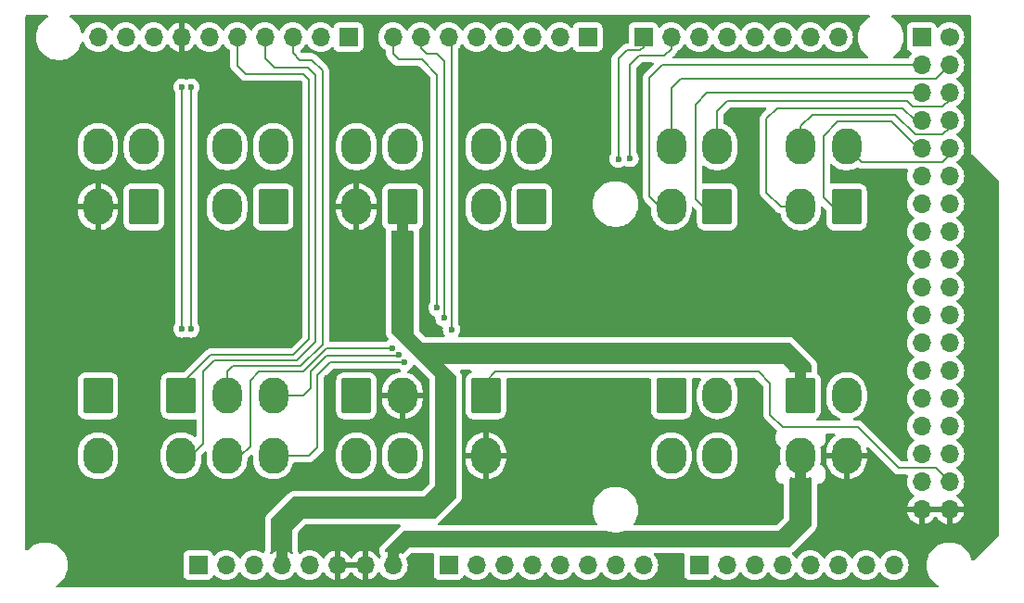
<source format=gbr>
%TF.GenerationSoftware,KiCad,Pcbnew,8.0.1*%
%TF.CreationDate,2024-06-20T14:59:11+09:00*%
%TF.ProjectId,CoolingBoxWireOrganizer,436f6f6c-696e-4674-926f-78576972654f,rev?*%
%TF.SameCoordinates,Original*%
%TF.FileFunction,Copper,L2,Bot*%
%TF.FilePolarity,Positive*%
%FSLAX46Y46*%
G04 Gerber Fmt 4.6, Leading zero omitted, Abs format (unit mm)*
G04 Created by KiCad (PCBNEW 8.0.1) date 2024-06-20 14:59:11*
%MOMM*%
%LPD*%
G01*
G04 APERTURE LIST*
G04 Aperture macros list*
%AMRoundRect*
0 Rectangle with rounded corners*
0 $1 Rounding radius*
0 $2 $3 $4 $5 $6 $7 $8 $9 X,Y pos of 4 corners*
0 Add a 4 corners polygon primitive as box body*
4,1,4,$2,$3,$4,$5,$6,$7,$8,$9,$2,$3,0*
0 Add four circle primitives for the rounded corners*
1,1,$1+$1,$2,$3*
1,1,$1+$1,$4,$5*
1,1,$1+$1,$6,$7*
1,1,$1+$1,$8,$9*
0 Add four rect primitives between the rounded corners*
20,1,$1+$1,$2,$3,$4,$5,0*
20,1,$1+$1,$4,$5,$6,$7,0*
20,1,$1+$1,$6,$7,$8,$9,0*
20,1,$1+$1,$8,$9,$2,$3,0*%
G04 Aperture macros list end*
%TA.AperFunction,ComponentPad*%
%ADD10RoundRect,0.250001X1.099999X1.399999X-1.099999X1.399999X-1.099999X-1.399999X1.099999X-1.399999X0*%
%TD*%
%TA.AperFunction,ComponentPad*%
%ADD11O,2.700000X3.300000*%
%TD*%
%TA.AperFunction,ComponentPad*%
%ADD12RoundRect,0.250001X-1.099999X-1.399999X1.099999X-1.399999X1.099999X1.399999X-1.099999X1.399999X0*%
%TD*%
%TA.AperFunction,ComponentPad*%
%ADD13C,1.700000*%
%TD*%
%TA.AperFunction,ComponentPad*%
%ADD14R,1.700000X1.700000*%
%TD*%
%TA.AperFunction,ComponentPad*%
%ADD15O,1.700000X1.700000*%
%TD*%
%TA.AperFunction,ViaPad*%
%ADD16C,0.600000*%
%TD*%
%TA.AperFunction,Conductor*%
%ADD17C,0.200000*%
%TD*%
%TA.AperFunction,Conductor*%
%ADD18C,1.000000*%
%TD*%
G04 APERTURE END LIST*
D10*
%TO.P,J18,1,Pin_1*%
%TO.N,Spare.Digital7*%
X200450000Y-118040000D03*
D11*
%TO.P,J18,2,Pin_2*%
%TO.N,Spare.Digital5*%
X196250000Y-118040000D03*
%TO.P,J18,3,Pin_3*%
%TO.N,Spare.Digital8*%
X200450000Y-112540000D03*
%TO.P,J18,4,Pin_4*%
%TO.N,Spare.Digital6*%
X196250000Y-112540000D03*
%TD*%
D12*
%TO.P,J17,1,Pin_1*%
%TO.N,Spare.Analog3*%
X184450000Y-135300000D03*
D11*
%TO.P,J17,2,Pin_2*%
%TO.N,Spare.Analog5*%
X188650000Y-135300000D03*
%TO.P,J17,3,Pin_3*%
%TO.N,Spare.Analog2*%
X184450000Y-140800000D03*
%TO.P,J17,4,Pin_4*%
%TO.N,Spare.Analog4*%
X188650000Y-140800000D03*
%TD*%
D12*
%TO.P,J11,1,Pin_1*%
%TO.N,+5V*%
X155712000Y-135300000D03*
D11*
%TO.P,J11,2,Pin_2*%
%TO.N,GND*%
X159912000Y-135300000D03*
%TO.P,J11,3,Pin_3*%
%TO.N,HTC.Read*%
X155712000Y-140800000D03*
%TO.P,J11,4,Pin_4*%
%TO.N,Spare.Analog1*%
X159912000Y-140800000D03*
%TD*%
D10*
%TO.P,J14,1,Pin_1*%
%TO.N,+5V*%
X171712000Y-118040000D03*
D11*
%TO.P,J14,2,Pin_2*%
%TO.N,unconnected-(J14-Pin_2-Pad2)*%
X167512000Y-118040000D03*
%TO.P,J14,3,Pin_3*%
%TO.N,LockState_2*%
X171712000Y-112540000D03*
%TO.P,J14,4,Pin_4*%
%TO.N,LockState_1*%
X167512000Y-112540000D03*
%TD*%
D10*
%TO.P,J12,1,Pin_1*%
%TO.N,+3.3V*%
X159912000Y-118040000D03*
D11*
%TO.P,J12,2,Pin_2*%
%TO.N,GND*%
X155712000Y-118040000D03*
%TO.P,J12,3,Pin_3*%
%TO.N,MAX31855.Do*%
X159912000Y-112540000D03*
%TO.P,J12,4,Pin_4*%
%TO.N,MAX31855.CLK*%
X155712000Y-112540000D03*
%TD*%
D12*
%TO.P,J2,1,Pin_1*%
%TO.N,+3.3V*%
X196250000Y-135300000D03*
D11*
%TO.P,J2,2,Pin_2*%
%TO.N,+5V*%
X200450000Y-135300000D03*
%TO.P,J2,3,Pin_3*%
%TO.N,VDD*%
X196250000Y-140800000D03*
%TO.P,J2,4,Pin_4*%
%TO.N,GND*%
X200450000Y-140800000D03*
%TD*%
D10*
%TO.P,J9,1,Pin_1*%
%TO.N,MAX31855.CS_Chiller*%
X148112000Y-118040000D03*
D11*
%TO.P,J9,2,Pin_2*%
%TO.N,MAX31855.CS_Case*%
X143912000Y-118040000D03*
%TO.P,J9,3,Pin_3*%
%TO.N,MAX31855.CS_Sink*%
X148112000Y-112540000D03*
%TO.P,J9,4,Pin_4*%
%TO.N,MAX31855.CS_Head*%
X143912000Y-112540000D03*
%TD*%
D10*
%TO.P,J1,1,Pin_1*%
%TO.N,+5V*%
X136312000Y-118040000D03*
D11*
%TO.P,J1,2,Pin_2*%
%TO.N,GND*%
X132112000Y-118040000D03*
%TO.P,J1,3,Pin_3*%
%TO.N,SHT85.SDA*%
X136312000Y-112540000D03*
%TO.P,J1,4,Pin_4*%
%TO.N,SHT85.SCL*%
X132112000Y-112540000D03*
%TD*%
D12*
%TO.P,J16,1,Pin_1*%
%TO.N,Chiller.Alarm.Sig*%
X167512000Y-135300000D03*
D11*
%TO.P,J16,2,Pin_2*%
%TO.N,GND*%
X167512000Y-140800000D03*
%TD*%
D12*
%TO.P,J4,1,Pin_1*%
%TO.N,Relay.Unlock*%
X139712000Y-135300000D03*
D11*
%TO.P,J4,2,Pin_2*%
%TO.N,Relay.LV_intlk*%
X143912000Y-135300000D03*
%TO.P,J4,3,Pin_3*%
%TO.N,Relay.Pel_intlk*%
X148112000Y-135300000D03*
%TO.P,J4,4,Pin_4*%
%TO.N,Relay.HV_intlk*%
X139712000Y-140800000D03*
%TO.P,J4,5,Pin_5*%
%TO.N,Relay.AC100V_intlk*%
X143912000Y-140800000D03*
%TO.P,J4,6,Pin_6*%
%TO.N,Relay.Heater*%
X148112000Y-140800000D03*
%TD*%
D12*
%TO.P,J3,1,Pin_1*%
%TO.N,Pel_Neg*%
X132112000Y-135300000D03*
D11*
%TO.P,J3,2,Pin_2*%
%TO.N,Pel_Pos*%
X132112000Y-140800000D03*
%TD*%
D10*
%TO.P,J19,1,Pin_1*%
%TO.N,Spare.Digital3*%
X188650000Y-118040000D03*
D11*
%TO.P,J19,2,Pin_2*%
%TO.N,Spare.Digital1*%
X184450000Y-118040000D03*
%TO.P,J19,3,Pin_3*%
%TO.N,Spare.Digital4*%
X188650000Y-112540000D03*
%TO.P,J19,4,Pin_4*%
%TO.N,Spare.Digital2*%
X184450000Y-112540000D03*
%TD*%
D13*
%TO.P,J15,1,Pin_1*%
%TO.N,+5V*%
X209836000Y-102540000D03*
D14*
%TO.P,J15,2,Pin_2*%
X207296000Y-102540000D03*
D15*
%TO.P,J15,3,Pin_3*%
%TO.N,Spare.Digital2*%
X209836000Y-105080000D03*
%TO.P,J15,4,Pin_4*%
%TO.N,Spare.Digital1*%
X207296000Y-105080000D03*
%TO.P,J15,5,Pin_5*%
%TO.N,Spare.Digital4*%
X209836000Y-107620000D03*
%TO.P,J15,6,Pin_6*%
%TO.N,Spare.Digital3*%
X207296000Y-107620000D03*
%TO.P,J15,7,Pin_7*%
%TO.N,Spare.Digital6*%
X209836000Y-110160000D03*
%TO.P,J15,8,Pin_8*%
%TO.N,Spare.Digital5*%
X207296000Y-110160000D03*
%TO.P,J15,9,Pin_9*%
%TO.N,Spare.Digital8*%
X209836000Y-112700000D03*
%TO.P,J15,10,Pin_10*%
%TO.N,Spare.Digital7*%
X207296000Y-112700000D03*
%TO.P,J15,11,Pin_11*%
%TO.N,unconnected-(J15-Pin_11-Pad11)*%
X209836000Y-115240000D03*
%TO.P,J15,12,Pin_12*%
%TO.N,unconnected-(J15-Pin_12-Pad12)*%
X207296000Y-115240000D03*
%TO.P,J15,13,Pin_13*%
%TO.N,unconnected-(J15-Pin_13-Pad13)*%
X209836000Y-117780000D03*
%TO.P,J15,14,Pin_14*%
%TO.N,unconnected-(J15-Pin_14-Pad14)*%
X207296000Y-117780000D03*
%TO.P,J15,15,Pin_15*%
%TO.N,unconnected-(J15-Pin_15-Pad15)*%
X209836000Y-120320000D03*
%TO.P,J15,16,Pin_16*%
%TO.N,unconnected-(J15-Pin_16-Pad16)*%
X207296000Y-120320000D03*
%TO.P,J15,17,Pin_17*%
%TO.N,unconnected-(J15-Pin_17-Pad17)*%
X209836000Y-122860000D03*
%TO.P,J15,18,Pin_18*%
%TO.N,unconnected-(J15-Pin_18-Pad18)*%
X207296000Y-122860000D03*
%TO.P,J15,19,Pin_19*%
%TO.N,unconnected-(J15-Pin_19-Pad19)*%
X209836000Y-125400000D03*
%TO.P,J15,20,Pin_20*%
%TO.N,unconnected-(J15-Pin_20-Pad20)*%
X207296000Y-125400000D03*
%TO.P,J15,21,Pin_21*%
%TO.N,unconnected-(J15-Pin_21-Pad21)*%
X209836000Y-127940000D03*
%TO.P,J15,22,Pin_22*%
%TO.N,unconnected-(J15-Pin_22-Pad22)*%
X207296000Y-127940000D03*
%TO.P,J15,23,Pin_23*%
%TO.N,unconnected-(J15-Pin_23-Pad23)*%
X209836000Y-130480000D03*
%TO.P,J15,24,Pin_24*%
%TO.N,unconnected-(J15-Pin_24-Pad24)*%
X207296000Y-130480000D03*
%TO.P,J15,25,Pin_25*%
%TO.N,unconnected-(J15-Pin_25-Pad25)*%
X209836000Y-133020000D03*
%TO.P,J15,26,Pin_26*%
%TO.N,unconnected-(J15-Pin_26-Pad26)*%
X207296000Y-133020000D03*
%TO.P,J15,27,Pin_27*%
%TO.N,unconnected-(J15-Pin_27-Pad27)*%
X209836000Y-135560000D03*
%TO.P,J15,28,Pin_28*%
%TO.N,unconnected-(J15-Pin_28-Pad28)*%
X207296000Y-135560000D03*
%TO.P,J15,29,Pin_29*%
%TO.N,unconnected-(J15-Pin_29-Pad29)*%
X209836000Y-138100000D03*
%TO.P,J15,30,Pin_30*%
%TO.N,unconnected-(J15-Pin_30-Pad30)*%
X207296000Y-138100000D03*
%TO.P,J15,31,Pin_31*%
%TO.N,unconnected-(J15-Pin_31-Pad31)*%
X209836000Y-140640000D03*
%TO.P,J15,32,Pin_32*%
%TO.N,unconnected-(J15-Pin_32-Pad32)*%
X207296000Y-140640000D03*
%TO.P,J15,33,Pin_33*%
%TO.N,Chiller.Alarm.Sig*%
X209836000Y-143180000D03*
%TO.P,J15,34,Pin_34*%
%TO.N,unconnected-(J15-Pin_34-Pad34)*%
X207296000Y-143180000D03*
%TO.P,J15,35,Pin_35*%
%TO.N,GND*%
X209836000Y-145720000D03*
%TO.P,J15,36,Pin_36*%
X207296000Y-145720000D03*
%TD*%
D14*
%TO.P,J10,1,Pin_1*%
%TO.N,Spare.Analog1*%
X186976000Y-150800000D03*
D15*
%TO.P,J10,2,Pin_2*%
%TO.N,Spare.Analog2*%
X189516000Y-150800000D03*
%TO.P,J10,3,Pin_3*%
%TO.N,Spare.Analog3*%
X192056000Y-150800000D03*
%TO.P,J10,4,Pin_4*%
%TO.N,Spare.Analog4*%
X194596000Y-150800000D03*
%TO.P,J10,5,Pin_5*%
%TO.N,Spare.Analog5*%
X197136000Y-150800000D03*
%TO.P,J10,6,Pin_6*%
%TO.N,unconnected-(J10-Pin_6-Pad6)*%
X199676000Y-150800000D03*
%TO.P,J10,7,Pin_7*%
%TO.N,unconnected-(J10-Pin_7-Pad7)*%
X202216000Y-150800000D03*
%TO.P,J10,8,Pin_8*%
%TO.N,unconnected-(J10-Pin_8-Pad8)*%
X204756000Y-150800000D03*
%TD*%
D14*
%TO.P,J6,1,Pin_1*%
%TO.N,unconnected-(J6-Pin_1-Pad1)*%
X141256000Y-150800000D03*
D15*
%TO.P,J6,2,Pin_2*%
%TO.N,unconnected-(J6-Pin_2-Pad2)*%
X143796000Y-150800000D03*
%TO.P,J6,3,Pin_3*%
%TO.N,unconnected-(J6-Pin_3-Pad3)*%
X146336000Y-150800000D03*
%TO.P,J6,4,Pin_4*%
%TO.N,+3.3V*%
X148876000Y-150800000D03*
%TO.P,J6,5,Pin_5*%
%TO.N,+5V*%
X151416000Y-150800000D03*
%TO.P,J6,6,Pin_6*%
%TO.N,GND*%
X153956000Y-150800000D03*
%TO.P,J6,7,Pin_7*%
X156496000Y-150800000D03*
%TO.P,J6,8,Pin_8*%
%TO.N,VDD*%
X159036000Y-150800000D03*
%TD*%
D14*
%TO.P,J5,1,Pin_1*%
%TO.N,Pel_Pos*%
X154972000Y-102540000D03*
D15*
%TO.P,J5,2,Pin_2*%
%TO.N,Pel_Neg*%
X152432000Y-102540000D03*
%TO.P,J5,3,Pin_3*%
%TO.N,Relay.LV_intlk*%
X149892000Y-102540000D03*
%TO.P,J5,4,Pin_4*%
%TO.N,Relay.HV_intlk*%
X147352000Y-102540000D03*
%TO.P,J5,5,Pin_5*%
%TO.N,Relay.Unlock*%
X144812000Y-102540000D03*
%TO.P,J5,6,Pin_6*%
%TO.N,unconnected-(J5-Pin_6-Pad6)*%
X142272000Y-102540000D03*
%TO.P,J5,7,Pin_7*%
%TO.N,GND*%
X139732000Y-102540000D03*
%TO.P,J5,8,Pin_8*%
%TO.N,unconnected-(J5-Pin_8-Pad8)*%
X137192000Y-102540000D03*
%TO.P,J5,9,Pin_9*%
%TO.N,SHT85.SDA*%
X134652000Y-102540000D03*
%TO.P,J5,10,Pin_10*%
%TO.N,SHT85.SCL*%
X132112000Y-102540000D03*
%TD*%
D14*
%TO.P,J7,1,Pin_1*%
%TO.N,unconnected-(J7-Pin_1-Pad1)*%
X164116000Y-150800000D03*
D15*
%TO.P,J7,2,Pin_2*%
%TO.N,unconnected-(J7-Pin_2-Pad2)*%
X166656000Y-150800000D03*
%TO.P,J7,3,Pin_3*%
%TO.N,unconnected-(J7-Pin_3-Pad3)*%
X169196000Y-150800000D03*
%TO.P,J7,4,Pin_4*%
%TO.N,unconnected-(J7-Pin_4-Pad4)*%
X171736000Y-150800000D03*
%TO.P,J7,5,Pin_5*%
%TO.N,HTC.Read*%
X174276000Y-150800000D03*
%TO.P,J7,6,Pin_6*%
%TO.N,unconnected-(J7-Pin_6-Pad6)*%
X176816000Y-150800000D03*
%TO.P,J7,7,Pin_7*%
%TO.N,unconnected-(J7-Pin_7-Pad7)*%
X179356000Y-150800000D03*
%TO.P,J7,8,Pin_8*%
%TO.N,unconnected-(J7-Pin_8-Pad8)*%
X181896000Y-150800000D03*
%TD*%
D14*
%TO.P,J13,1,Pin_1*%
%TO.N,MAX31855.Do*%
X181896000Y-102540000D03*
D15*
%TO.P,J13,2,Pin_2*%
%TO.N,MAX31855.CLK*%
X184436000Y-102540000D03*
%TO.P,J13,3,Pin_3*%
%TO.N,MAX31855.CS_Chiller*%
X186976000Y-102540000D03*
%TO.P,J13,4,Pin_4*%
%TO.N,LockState_1*%
X189516000Y-102540000D03*
%TO.P,J13,5,Pin_5*%
%TO.N,LockState_2*%
X192056000Y-102540000D03*
%TO.P,J13,6,Pin_6*%
%TO.N,unconnected-(J13-Pin_6-Pad6)*%
X194596000Y-102540000D03*
%TO.P,J13,7,Pin_7*%
%TO.N,unconnected-(J13-Pin_7-Pad7)*%
X197136000Y-102540000D03*
%TO.P,J13,8,Pin_8*%
%TO.N,unconnected-(J13-Pin_8-Pad8)*%
X199676000Y-102540000D03*
%TD*%
D14*
%TO.P,J8,1,Pin_1*%
%TO.N,unconnected-(J8-Pin_1-Pad1)*%
X176816000Y-102540000D03*
D15*
%TO.P,J8,2,Pin_2*%
%TO.N,unconnected-(J8-Pin_2-Pad2)*%
X174276000Y-102540000D03*
%TO.P,J8,3,Pin_3*%
%TO.N,MAX31855.CS_Sink*%
X171736000Y-102540000D03*
%TO.P,J8,4,Pin_4*%
%TO.N,MAX31855.CS_Case*%
X169196000Y-102540000D03*
%TO.P,J8,5,Pin_5*%
%TO.N,MAX31855.CS_Head*%
X166656000Y-102540000D03*
%TO.P,J8,6,Pin_6*%
%TO.N,Relay.Heater*%
X164116000Y-102540000D03*
%TO.P,J8,7,Pin_7*%
%TO.N,Relay.Pel_intlk*%
X161576000Y-102540000D03*
%TO.P,J8,8,Pin_8*%
%TO.N,Relay.AC100V_intlk*%
X159036000Y-102540000D03*
%TD*%
D16*
%TO.N,GND*%
X181920000Y-105320000D03*
X195810000Y-103990000D03*
X185550000Y-104060000D03*
X157240000Y-101180000D03*
X154090000Y-138670000D03*
X130600000Y-152310000D03*
X184400000Y-152220000D03*
X157850000Y-109930000D03*
X177380000Y-140040000D03*
X158300000Y-143520000D03*
X153090000Y-133670000D03*
X162130000Y-110040000D03*
X204870000Y-136120000D03*
X143400000Y-128760000D03*
X138970000Y-152270000D03*
X161910000Y-128710000D03*
X157780000Y-138400000D03*
X213500000Y-146000000D03*
X154090000Y-110140000D03*
X147590000Y-121820000D03*
X155820000Y-148420000D03*
X194740000Y-128660000D03*
X190970000Y-101010000D03*
X161600000Y-152230000D03*
X142480000Y-106170000D03*
X213500000Y-137000000D03*
X156540000Y-121320000D03*
X154180000Y-115320000D03*
X207180000Y-152350000D03*
X169600000Y-129370000D03*
X179330000Y-101100000D03*
X130820000Y-101010000D03*
X202590000Y-146070000D03*
X127000000Y-140000000D03*
X127010000Y-120000000D03*
X135100000Y-148570000D03*
X165350000Y-116920000D03*
X168560000Y-122180000D03*
X211470000Y-113960000D03*
X134550000Y-132750000D03*
X213500000Y-127000000D03*
X138050000Y-109940000D03*
X200590000Y-115320000D03*
X175100000Y-112630000D03*
X175840000Y-120120000D03*
X162130000Y-113540000D03*
X173010000Y-152230000D03*
X153780000Y-128530000D03*
X211440000Y-108890000D03*
X181470000Y-112170000D03*
X183000000Y-129270000D03*
X157060000Y-104640000D03*
X205760000Y-101020000D03*
X127000000Y-130010000D03*
X145750000Y-145750000D03*
X188910000Y-122630000D03*
X194040000Y-144650000D03*
X127000000Y-110000000D03*
X157850000Y-114210000D03*
X204520000Y-128680000D03*
X212200000Y-149090000D03*
X144600000Y-115330000D03*
X191500000Y-135740000D03*
X172940000Y-106590000D03*
X137460000Y-105110000D03*
X143650000Y-101010000D03*
X134500000Y-138360000D03*
X166190000Y-110040000D03*
X141490000Y-109890000D03*
X201170000Y-101100000D03*
X195920000Y-152340000D03*
X167520000Y-144170000D03*
X150220000Y-152510000D03*
X167950000Y-101100000D03*
X213500000Y-117000000D03*
%TO.N,Pel_Pos*%
X140600000Y-107100000D03*
X140600000Y-129200000D03*
%TO.N,Pel_Neg*%
X139800000Y-107100000D03*
X139800000Y-129200000D03*
%TO.N,Relay.Pel_intlk*%
X163720000Y-128210000D03*
X159560000Y-131570000D03*
%TO.N,Relay.Heater*%
X160128529Y-132240000D03*
X164400000Y-129270000D03*
%TO.N,Relay.AC100V_intlk*%
X158950000Y-130940000D03*
X163060000Y-127250000D03*
%TO.N,MAX31855.CLK*%
X180680000Y-113610000D03*
%TO.N,MAX31855.Do*%
X179610000Y-113660000D03*
%TD*%
D17*
%TO.N,Pel_Pos*%
X140600000Y-129200000D02*
X140600000Y-107100000D01*
%TO.N,Pel_Neg*%
X139800000Y-129200000D02*
X139800000Y-107100000D01*
D18*
%TO.N,VDD*%
X159036000Y-150800000D02*
X159036000Y-149604000D01*
X159036000Y-149604000D02*
X159310000Y-149330000D01*
X196250000Y-140800000D02*
X196250000Y-143130000D01*
D17*
%TO.N,Spare.Digital1*%
X182480000Y-106240000D02*
X183640000Y-105080000D01*
X182480000Y-117120000D02*
X182480000Y-106240000D01*
X183640000Y-105080000D02*
X207296000Y-105080000D01*
X183400000Y-118040000D02*
X182480000Y-117120000D01*
X184450000Y-118040000D02*
X183400000Y-118040000D01*
%TO.N,Spare.Digital4*%
X189570000Y-108340000D02*
X205970000Y-108340000D01*
X205970000Y-108340000D02*
X206520000Y-108890000D01*
X188650000Y-109260000D02*
X189570000Y-108340000D01*
X209200000Y-108890000D02*
X209836000Y-108254000D01*
X209836000Y-108254000D02*
X209836000Y-107620000D01*
X206520000Y-108890000D02*
X209200000Y-108890000D01*
X188650000Y-112540000D02*
X188650000Y-109260000D01*
%TO.N,Spare.Digital8*%
X200450000Y-112540000D02*
X201860000Y-113950000D01*
X209200000Y-113950000D02*
X209836000Y-113314000D01*
X201860000Y-113950000D02*
X209200000Y-113950000D01*
X209836000Y-113314000D02*
X209836000Y-112700000D01*
%TO.N,Spare.Digital6*%
X196250000Y-110650000D02*
X197300000Y-109600000D01*
X196250000Y-112540000D02*
X196250000Y-110650000D01*
X197300000Y-109600000D02*
X204870000Y-109600000D01*
X206700000Y-111430000D02*
X209200000Y-111430000D01*
X204870000Y-109600000D02*
X206700000Y-111430000D01*
X209200000Y-111430000D02*
X209836000Y-110794000D01*
X209836000Y-110794000D02*
X209836000Y-110160000D01*
%TO.N,Spare.Digital5*%
X193130000Y-116720000D02*
X193130000Y-109980000D01*
X205570000Y-109000000D02*
X206730000Y-110160000D01*
X196250000Y-118040000D02*
X194450000Y-118040000D01*
X193130000Y-109980000D02*
X194110000Y-109000000D01*
X206730000Y-110160000D02*
X207296000Y-110160000D01*
X194110000Y-109000000D02*
X205570000Y-109000000D01*
X194450000Y-118040000D02*
X193130000Y-116720000D01*
%TO.N,Spare.Digital2*%
X184450000Y-112540000D02*
X184450000Y-107190000D01*
X184450000Y-107190000D02*
X185320000Y-106320000D01*
X208596000Y-106320000D02*
X209836000Y-105080000D01*
X185320000Y-106320000D02*
X208596000Y-106320000D01*
%TO.N,Spare.Digital7*%
X198320000Y-111560000D02*
X199620000Y-110260000D01*
X199180000Y-118040000D02*
X198320000Y-117180000D01*
X198320000Y-117180000D02*
X198320000Y-111560000D01*
X204530000Y-110260000D02*
X206970000Y-112700000D01*
X200450000Y-118040000D02*
X199180000Y-118040000D01*
X206970000Y-112700000D02*
X207296000Y-112700000D01*
X199620000Y-110260000D02*
X204530000Y-110260000D01*
%TO.N,Spare.Digital3*%
X187320000Y-118040000D02*
X186650000Y-117370000D01*
X188650000Y-118040000D02*
X187320000Y-118040000D01*
X186650000Y-117370000D02*
X186650000Y-108700000D01*
X186650000Y-108700000D02*
X187730000Y-107620000D01*
X187730000Y-107620000D02*
X207296000Y-107620000D01*
%TO.N,Relay.LV_intlk*%
X144400000Y-132600000D02*
X150600000Y-132600000D01*
X151600000Y-104600000D02*
X150500000Y-104600000D01*
X143912000Y-135300000D02*
X143912000Y-133088000D01*
X149892000Y-103992000D02*
X149892000Y-102540000D01*
X143912000Y-133088000D02*
X144400000Y-132600000D01*
X150600000Y-132600000D02*
X152600000Y-130600000D01*
X152600000Y-105600000D02*
X151600000Y-104600000D01*
X150500000Y-104600000D02*
X149892000Y-103992000D01*
X152600000Y-130600000D02*
X152600000Y-105600000D01*
%TO.N,Relay.HV_intlk*%
X148200000Y-105300000D02*
X147352000Y-104452000D01*
X150300000Y-132100000D02*
X152000000Y-130400000D01*
X152000000Y-130400000D02*
X152000000Y-106000000D01*
X141700000Y-133100000D02*
X142700000Y-132100000D01*
X147352000Y-104452000D02*
X147352000Y-102540000D01*
X151300000Y-105300000D02*
X148200000Y-105300000D01*
X140600000Y-140800000D02*
X141700000Y-139700000D01*
X141700000Y-139700000D02*
X141700000Y-133100000D01*
X152000000Y-106000000D02*
X151300000Y-105300000D01*
X142700000Y-132100000D02*
X150300000Y-132100000D01*
X139712000Y-140800000D02*
X140600000Y-140800000D01*
%TO.N,Relay.Pel_intlk*%
X162100000Y-104030000D02*
X161576000Y-103506000D01*
X153010000Y-131620000D02*
X151550000Y-133080000D01*
X159560000Y-131570000D02*
X159510000Y-131620000D01*
X163720000Y-104690000D02*
X163060000Y-104030000D01*
X151550000Y-133080000D02*
X151550000Y-134580000D01*
X161576000Y-103506000D02*
X161576000Y-102540000D01*
X151550000Y-134580000D02*
X150830000Y-135300000D01*
X163060000Y-104030000D02*
X162100000Y-104030000D01*
X159510000Y-131620000D02*
X153010000Y-131620000D01*
X150830000Y-135300000D02*
X148112000Y-135300000D01*
X163720000Y-128210000D02*
X163720000Y-104690000D01*
%TO.N,Relay.Heater*%
X160128529Y-132240000D02*
X153280000Y-132240000D01*
X151350000Y-140800000D02*
X148112000Y-140800000D01*
X164400000Y-129270000D02*
X164400000Y-102824000D01*
X153280000Y-132240000D02*
X152130000Y-133390000D01*
X152130000Y-140020000D02*
X151350000Y-140800000D01*
X164400000Y-102824000D02*
X164116000Y-102540000D01*
X152130000Y-133390000D02*
X152130000Y-140020000D01*
%TO.N,Relay.AC100V_intlk*%
X159036000Y-104066000D02*
X159036000Y-102540000D01*
X152980000Y-130950000D02*
X150830000Y-133100000D01*
X161680000Y-104580000D02*
X159550000Y-104580000D01*
X145130000Y-140800000D02*
X143912000Y-140800000D01*
X163060000Y-127250000D02*
X163060000Y-105960000D01*
X146820000Y-133100000D02*
X146020000Y-133900000D01*
X158940000Y-130950000D02*
X152980000Y-130950000D01*
X146020000Y-139910000D02*
X145130000Y-140800000D01*
X159550000Y-104580000D02*
X159036000Y-104066000D01*
X163060000Y-105960000D02*
X161680000Y-104580000D01*
X150830000Y-133100000D02*
X146820000Y-133100000D01*
X158950000Y-130940000D02*
X158940000Y-130950000D01*
X146020000Y-133900000D02*
X146020000Y-139910000D01*
%TO.N,Relay.Unlock*%
X151400000Y-130150000D02*
X151400000Y-106400000D01*
X142400000Y-131600000D02*
X149950000Y-131600000D01*
X149950000Y-131600000D02*
X151400000Y-130150000D01*
X139712000Y-135300000D02*
X139712000Y-134288000D01*
X150900000Y-105900000D02*
X145600000Y-105900000D01*
X144812000Y-105112000D02*
X144812000Y-102540000D01*
X139712000Y-134288000D02*
X142400000Y-131600000D01*
X145600000Y-105900000D02*
X144812000Y-105112000D01*
X151400000Y-106400000D02*
X150900000Y-105900000D01*
%TO.N,MAX31855.CLK*%
X180680000Y-113610000D02*
X180680000Y-105030000D01*
X181470000Y-104240000D02*
X183800000Y-104240000D01*
X184436000Y-103604000D02*
X184436000Y-102540000D01*
X180680000Y-105030000D02*
X181470000Y-104240000D01*
X183800000Y-104240000D02*
X184436000Y-103604000D01*
%TO.N,MAX31855.Do*%
X181570000Y-103740000D02*
X181896000Y-103414000D01*
X179610000Y-113660000D02*
X179610000Y-104500000D01*
X181896000Y-103414000D02*
X181896000Y-102540000D01*
X180370000Y-103740000D02*
X181570000Y-103740000D01*
X179610000Y-104500000D02*
X180370000Y-103740000D01*
%TO.N,Chiller.Alarm.Sig*%
X167512000Y-134018000D02*
X168420000Y-133110000D01*
X167512000Y-135300000D02*
X167512000Y-134018000D01*
X193480000Y-134200000D02*
X193480000Y-137040000D01*
X192390000Y-133110000D02*
X193480000Y-134200000D01*
X208576000Y-141920000D02*
X209836000Y-143180000D01*
X201480000Y-138170000D02*
X205230000Y-141920000D01*
X194610000Y-138170000D02*
X201480000Y-138170000D01*
X205230000Y-141920000D02*
X208576000Y-141920000D01*
X193480000Y-137040000D02*
X194610000Y-138170000D01*
X168420000Y-133110000D02*
X192390000Y-133110000D01*
D18*
%TO.N,+3.3V*%
X159912000Y-118040000D02*
X159912000Y-120522000D01*
X148876000Y-150800000D02*
X148876000Y-148586000D01*
X196250000Y-135300000D02*
X196250000Y-132720000D01*
D17*
X196250000Y-132720000D02*
X196260000Y-132710000D01*
%TD*%
%TA.AperFunction,Conductor*%
%TO.N,GND*%
G36*
X127515693Y-100520185D02*
G01*
X127561448Y-100572989D01*
X127571392Y-100642147D01*
X127542367Y-100705703D01*
X127513082Y-100730448D01*
X127349081Y-100830178D01*
X127127505Y-101010443D01*
X127127491Y-101010456D01*
X126932531Y-101219206D01*
X126767801Y-101452578D01*
X126636387Y-101706196D01*
X126540732Y-101975342D01*
X126540727Y-101975359D01*
X126482614Y-102255018D01*
X126482613Y-102255019D01*
X126463121Y-102540000D01*
X126482613Y-102824980D01*
X126482614Y-102824981D01*
X126540727Y-103104640D01*
X126540732Y-103104657D01*
X126636387Y-103373803D01*
X126765180Y-103622363D01*
X126767804Y-103627426D01*
X126849468Y-103743118D01*
X126932531Y-103860793D01*
X127127491Y-104069543D01*
X127127494Y-104069546D01*
X127127499Y-104069551D01*
X127349078Y-104249819D01*
X127349080Y-104249820D01*
X127349081Y-104249821D01*
X127593141Y-104398237D01*
X127764158Y-104472520D01*
X127855137Y-104512038D01*
X128130191Y-104589105D01*
X128378981Y-104623299D01*
X128413176Y-104628000D01*
X128413177Y-104628000D01*
X128698824Y-104628000D01*
X128729332Y-104623806D01*
X128981809Y-104589105D01*
X129256863Y-104512038D01*
X129509803Y-104402170D01*
X129518858Y-104398237D01*
X129525566Y-104394158D01*
X129762922Y-104249819D01*
X129984501Y-104069551D01*
X130179470Y-103860791D01*
X130344196Y-103627426D01*
X130475612Y-103373805D01*
X130571269Y-103104652D01*
X130593487Y-102997730D01*
X130626398Y-102936102D01*
X130687407Y-102902047D01*
X130757142Y-102906381D01*
X130813463Y-102947730D01*
X130834667Y-102990865D01*
X130838094Y-103003654D01*
X130838095Y-103003658D01*
X130838097Y-103003663D01*
X130917801Y-103174588D01*
X130937965Y-103217830D01*
X130937967Y-103217834D01*
X130967129Y-103259481D01*
X131073505Y-103411401D01*
X131240599Y-103578495D01*
X131327723Y-103639500D01*
X131434165Y-103714032D01*
X131434167Y-103714033D01*
X131434170Y-103714035D01*
X131648337Y-103813903D01*
X131648343Y-103813904D01*
X131648344Y-103813905D01*
X131703285Y-103828626D01*
X131876592Y-103875063D01*
X132053034Y-103890500D01*
X132111999Y-103895659D01*
X132112000Y-103895659D01*
X132112001Y-103895659D01*
X132170966Y-103890500D01*
X132347408Y-103875063D01*
X132575663Y-103813903D01*
X132789830Y-103714035D01*
X132983401Y-103578495D01*
X133150495Y-103411401D01*
X133280425Y-103225842D01*
X133335002Y-103182217D01*
X133404500Y-103175023D01*
X133466855Y-103206546D01*
X133483575Y-103225842D01*
X133613500Y-103411395D01*
X133613505Y-103411401D01*
X133780599Y-103578495D01*
X133867723Y-103639500D01*
X133974165Y-103714032D01*
X133974167Y-103714033D01*
X133974170Y-103714035D01*
X134188337Y-103813903D01*
X134188343Y-103813904D01*
X134188344Y-103813905D01*
X134243285Y-103828626D01*
X134416592Y-103875063D01*
X134593034Y-103890500D01*
X134651999Y-103895659D01*
X134652000Y-103895659D01*
X134652001Y-103895659D01*
X134710966Y-103890500D01*
X134887408Y-103875063D01*
X135115663Y-103813903D01*
X135329830Y-103714035D01*
X135523401Y-103578495D01*
X135690495Y-103411401D01*
X135820425Y-103225842D01*
X135875002Y-103182217D01*
X135944500Y-103175023D01*
X136006855Y-103206546D01*
X136023575Y-103225842D01*
X136153500Y-103411395D01*
X136153505Y-103411401D01*
X136320599Y-103578495D01*
X136407723Y-103639500D01*
X136514165Y-103714032D01*
X136514167Y-103714033D01*
X136514170Y-103714035D01*
X136728337Y-103813903D01*
X136728343Y-103813904D01*
X136728344Y-103813905D01*
X136783285Y-103828626D01*
X136956592Y-103875063D01*
X137133034Y-103890500D01*
X137191999Y-103895659D01*
X137192000Y-103895659D01*
X137192001Y-103895659D01*
X137250966Y-103890500D01*
X137427408Y-103875063D01*
X137655663Y-103813903D01*
X137869830Y-103714035D01*
X138063401Y-103578495D01*
X138230495Y-103411401D01*
X138360730Y-103225405D01*
X138415307Y-103181781D01*
X138484805Y-103174587D01*
X138547160Y-103206110D01*
X138563879Y-103225405D01*
X138693890Y-103411078D01*
X138860917Y-103578105D01*
X139054421Y-103713600D01*
X139268507Y-103813429D01*
X139268516Y-103813433D01*
X139482000Y-103870634D01*
X139482000Y-102973012D01*
X139539007Y-103005925D01*
X139666174Y-103040000D01*
X139797826Y-103040000D01*
X139924993Y-103005925D01*
X139982000Y-102973012D01*
X139982000Y-103870633D01*
X140195483Y-103813433D01*
X140195492Y-103813429D01*
X140409578Y-103713600D01*
X140603082Y-103578105D01*
X140770105Y-103411082D01*
X140900119Y-103225405D01*
X140954696Y-103181781D01*
X141024195Y-103174588D01*
X141086549Y-103206110D01*
X141103269Y-103225405D01*
X141233505Y-103411401D01*
X141400599Y-103578495D01*
X141487723Y-103639500D01*
X141594165Y-103714032D01*
X141594167Y-103714033D01*
X141594170Y-103714035D01*
X141808337Y-103813903D01*
X141808343Y-103813904D01*
X141808344Y-103813905D01*
X141863285Y-103828626D01*
X142036592Y-103875063D01*
X142213034Y-103890500D01*
X142271999Y-103895659D01*
X142272000Y-103895659D01*
X142272001Y-103895659D01*
X142330966Y-103890500D01*
X142507408Y-103875063D01*
X142735663Y-103813903D01*
X142949830Y-103714035D01*
X143143401Y-103578495D01*
X143310495Y-103411401D01*
X143440425Y-103225842D01*
X143495002Y-103182217D01*
X143564500Y-103175023D01*
X143626855Y-103206546D01*
X143643575Y-103225842D01*
X143773500Y-103411395D01*
X143773505Y-103411401D01*
X143940599Y-103578495D01*
X144027723Y-103639500D01*
X144134165Y-103714032D01*
X144134167Y-103714033D01*
X144134170Y-103714035D01*
X144139898Y-103716706D01*
X144192339Y-103762872D01*
X144211500Y-103829090D01*
X144211500Y-105025330D01*
X144211499Y-105025348D01*
X144211499Y-105191054D01*
X144211498Y-105191054D01*
X144252422Y-105343783D01*
X144268618Y-105371836D01*
X144331475Y-105480709D01*
X144331481Y-105480717D01*
X144450349Y-105599585D01*
X144450355Y-105599590D01*
X145115139Y-106264374D01*
X145115149Y-106264385D01*
X145119479Y-106268715D01*
X145119480Y-106268716D01*
X145231284Y-106380520D01*
X145291115Y-106415063D01*
X145368215Y-106459577D01*
X145520942Y-106500500D01*
X145520943Y-106500500D01*
X150599903Y-106500500D01*
X150666942Y-106520185D01*
X150687584Y-106536819D01*
X150763181Y-106612416D01*
X150796666Y-106673739D01*
X150799500Y-106700097D01*
X150799500Y-129849902D01*
X150779815Y-129916941D01*
X150763181Y-129937583D01*
X149737584Y-130963181D01*
X149676261Y-130996666D01*
X149649903Y-130999500D01*
X142320943Y-130999500D01*
X142168214Y-131040423D01*
X142120907Y-131067737D01*
X142120905Y-131067737D01*
X142031290Y-131119475D01*
X142031282Y-131119481D01*
X141919478Y-131231286D01*
X140037584Y-133113181D01*
X139976261Y-133146666D01*
X139949903Y-133149500D01*
X138561984Y-133149500D01*
X138459204Y-133160000D01*
X138459203Y-133160001D01*
X138292664Y-133215186D01*
X138292662Y-133215187D01*
X138143348Y-133307286D01*
X138143344Y-133307289D01*
X138019289Y-133431344D01*
X138019286Y-133431348D01*
X137927187Y-133580662D01*
X137927186Y-133580664D01*
X137872001Y-133747203D01*
X137872000Y-133747204D01*
X137861500Y-133849984D01*
X137861500Y-136750015D01*
X137872000Y-136852795D01*
X137872001Y-136852797D01*
X137899093Y-136934556D01*
X137927186Y-137019335D01*
X137927187Y-137019337D01*
X138019286Y-137168651D01*
X138019289Y-137168655D01*
X138143346Y-137292712D01*
X138292662Y-137384812D01*
X138292664Y-137384813D01*
X138292666Y-137384814D01*
X138459203Y-137439999D01*
X138561992Y-137450500D01*
X138561997Y-137450500D01*
X140862003Y-137450500D01*
X140862008Y-137450500D01*
X140962897Y-137440193D01*
X141031590Y-137452962D01*
X141082475Y-137500843D01*
X141099500Y-137563551D01*
X141099500Y-138980713D01*
X141079815Y-139047752D01*
X141027011Y-139093507D01*
X140957853Y-139103451D01*
X140900014Y-139079089D01*
X140742293Y-138958067D01*
X140742292Y-138958066D01*
X140742289Y-138958064D01*
X140532212Y-138836776D01*
X140509724Y-138827461D01*
X140308104Y-138743947D01*
X140073785Y-138681161D01*
X139833289Y-138649500D01*
X139833288Y-138649500D01*
X139590712Y-138649500D01*
X139590711Y-138649500D01*
X139350214Y-138681161D01*
X139115895Y-138743947D01*
X138891794Y-138836773D01*
X138891785Y-138836777D01*
X138681706Y-138958067D01*
X138489263Y-139105733D01*
X138489256Y-139105739D01*
X138317739Y-139277256D01*
X138317733Y-139277263D01*
X138170067Y-139469706D01*
X138048777Y-139679785D01*
X138048773Y-139679794D01*
X137955947Y-139903895D01*
X137893161Y-140138214D01*
X137861500Y-140378711D01*
X137861500Y-141221288D01*
X137893161Y-141461785D01*
X137955947Y-141696104D01*
X137992276Y-141783809D01*
X138048776Y-141920212D01*
X138170064Y-142130289D01*
X138170066Y-142130292D01*
X138170067Y-142130293D01*
X138317733Y-142322736D01*
X138317739Y-142322743D01*
X138489256Y-142494260D01*
X138489263Y-142494266D01*
X138499565Y-142502171D01*
X138681711Y-142641936D01*
X138891788Y-142763224D01*
X139115900Y-142856054D01*
X139350211Y-142918838D01*
X139530586Y-142942584D01*
X139590711Y-142950500D01*
X139590712Y-142950500D01*
X139833289Y-142950500D01*
X139881388Y-142944167D01*
X140073789Y-142918838D01*
X140308100Y-142856054D01*
X140532212Y-142763224D01*
X140742289Y-142641936D01*
X140934738Y-142494265D01*
X141106265Y-142322738D01*
X141253936Y-142130289D01*
X141375224Y-141920212D01*
X141468054Y-141696100D01*
X141530838Y-141461789D01*
X141562500Y-141221288D01*
X141562500Y-140738096D01*
X141582185Y-140671057D01*
X141598815Y-140650419D01*
X141849819Y-140399414D01*
X141911142Y-140365930D01*
X141980834Y-140370914D01*
X142036767Y-140412786D01*
X142061184Y-140478250D01*
X142061500Y-140487096D01*
X142061500Y-141221288D01*
X142093161Y-141461785D01*
X142155947Y-141696104D01*
X142192276Y-141783809D01*
X142248776Y-141920212D01*
X142370064Y-142130289D01*
X142370066Y-142130292D01*
X142370067Y-142130293D01*
X142517733Y-142322736D01*
X142517739Y-142322743D01*
X142689256Y-142494260D01*
X142689263Y-142494266D01*
X142699565Y-142502171D01*
X142881711Y-142641936D01*
X143091788Y-142763224D01*
X143315900Y-142856054D01*
X143550211Y-142918838D01*
X143730586Y-142942584D01*
X143790711Y-142950500D01*
X143790712Y-142950500D01*
X144033289Y-142950500D01*
X144081388Y-142944167D01*
X144273789Y-142918838D01*
X144508100Y-142856054D01*
X144732212Y-142763224D01*
X144942289Y-142641936D01*
X145134738Y-142494265D01*
X145306265Y-142322738D01*
X145453936Y-142130289D01*
X145575224Y-141920212D01*
X145668054Y-141696100D01*
X145730838Y-141461789D01*
X145762500Y-141221288D01*
X145762500Y-141068097D01*
X145782185Y-141001058D01*
X145798819Y-140980416D01*
X146049819Y-140729416D01*
X146111142Y-140695931D01*
X146180834Y-140700915D01*
X146236767Y-140742787D01*
X146261184Y-140808251D01*
X146261500Y-140817097D01*
X146261500Y-141221288D01*
X146293161Y-141461785D01*
X146355947Y-141696104D01*
X146392276Y-141783809D01*
X146448776Y-141920212D01*
X146570064Y-142130289D01*
X146570066Y-142130292D01*
X146570067Y-142130293D01*
X146717733Y-142322736D01*
X146717739Y-142322743D01*
X146889256Y-142494260D01*
X146889263Y-142494266D01*
X146899565Y-142502171D01*
X147081711Y-142641936D01*
X147291788Y-142763224D01*
X147515900Y-142856054D01*
X147750211Y-142918838D01*
X147930586Y-142942584D01*
X147990711Y-142950500D01*
X147990712Y-142950500D01*
X148233289Y-142950500D01*
X148281388Y-142944167D01*
X148473789Y-142918838D01*
X148708100Y-142856054D01*
X148932212Y-142763224D01*
X149142289Y-142641936D01*
X149334738Y-142494265D01*
X149506265Y-142322738D01*
X149653936Y-142130289D01*
X149775224Y-141920212D01*
X149868054Y-141696100D01*
X149922634Y-141492405D01*
X149958999Y-141432746D01*
X150021846Y-141402217D01*
X150042409Y-141400500D01*
X151263331Y-141400500D01*
X151263347Y-141400501D01*
X151270943Y-141400501D01*
X151429054Y-141400501D01*
X151429057Y-141400501D01*
X151581785Y-141359577D01*
X151651200Y-141319500D01*
X151718716Y-141280520D01*
X151777948Y-141221288D01*
X153861500Y-141221288D01*
X153893161Y-141461785D01*
X153955947Y-141696104D01*
X153992276Y-141783809D01*
X154048776Y-141920212D01*
X154170064Y-142130289D01*
X154170066Y-142130292D01*
X154170067Y-142130293D01*
X154317733Y-142322736D01*
X154317739Y-142322743D01*
X154489256Y-142494260D01*
X154489263Y-142494266D01*
X154499565Y-142502171D01*
X154681711Y-142641936D01*
X154891788Y-142763224D01*
X155115900Y-142856054D01*
X155350211Y-142918838D01*
X155530586Y-142942584D01*
X155590711Y-142950500D01*
X155590712Y-142950500D01*
X155833289Y-142950500D01*
X155881388Y-142944167D01*
X156073789Y-142918838D01*
X156308100Y-142856054D01*
X156532212Y-142763224D01*
X156742289Y-142641936D01*
X156934738Y-142494265D01*
X157106265Y-142322738D01*
X157253936Y-142130289D01*
X157375224Y-141920212D01*
X157468054Y-141696100D01*
X157530838Y-141461789D01*
X157562500Y-141221288D01*
X158061500Y-141221288D01*
X158093161Y-141461785D01*
X158155947Y-141696104D01*
X158192276Y-141783809D01*
X158248776Y-141920212D01*
X158370064Y-142130289D01*
X158370066Y-142130292D01*
X158370067Y-142130293D01*
X158517733Y-142322736D01*
X158517739Y-142322743D01*
X158689256Y-142494260D01*
X158689263Y-142494266D01*
X158699565Y-142502171D01*
X158881711Y-142641936D01*
X159091788Y-142763224D01*
X159315900Y-142856054D01*
X159550211Y-142918838D01*
X159730586Y-142942584D01*
X159790711Y-142950500D01*
X159790712Y-142950500D01*
X160033289Y-142950500D01*
X160081388Y-142944167D01*
X160273789Y-142918838D01*
X160508100Y-142856054D01*
X160732212Y-142763224D01*
X160942289Y-142641936D01*
X161134738Y-142494265D01*
X161306265Y-142322738D01*
X161453936Y-142130289D01*
X161575224Y-141920212D01*
X161668054Y-141696100D01*
X161730838Y-141461789D01*
X161762500Y-141221288D01*
X161762500Y-140378712D01*
X161761473Y-140370914D01*
X161745790Y-140251784D01*
X161730838Y-140138211D01*
X161668054Y-139903900D01*
X161575224Y-139679788D01*
X161453936Y-139469711D01*
X161360160Y-139347500D01*
X161306266Y-139277263D01*
X161306260Y-139277256D01*
X161134743Y-139105739D01*
X161134736Y-139105733D01*
X160942293Y-138958067D01*
X160942292Y-138958066D01*
X160942289Y-138958064D01*
X160732212Y-138836776D01*
X160709724Y-138827461D01*
X160508104Y-138743947D01*
X160273785Y-138681161D01*
X160033289Y-138649500D01*
X160033288Y-138649500D01*
X159790712Y-138649500D01*
X159790711Y-138649500D01*
X159550214Y-138681161D01*
X159315895Y-138743947D01*
X159091794Y-138836773D01*
X159091785Y-138836777D01*
X158881706Y-138958067D01*
X158689263Y-139105733D01*
X158689256Y-139105739D01*
X158517739Y-139277256D01*
X158517733Y-139277263D01*
X158370067Y-139469706D01*
X158248777Y-139679785D01*
X158248773Y-139679794D01*
X158155947Y-139903895D01*
X158093161Y-140138214D01*
X158061500Y-140378711D01*
X158061500Y-141221288D01*
X157562500Y-141221288D01*
X157562500Y-140378712D01*
X157561473Y-140370914D01*
X157545790Y-140251784D01*
X157530838Y-140138211D01*
X157468054Y-139903900D01*
X157375224Y-139679788D01*
X157253936Y-139469711D01*
X157160160Y-139347500D01*
X157106266Y-139277263D01*
X157106260Y-139277256D01*
X156934743Y-139105739D01*
X156934736Y-139105733D01*
X156742293Y-138958067D01*
X156742292Y-138958066D01*
X156742289Y-138958064D01*
X156532212Y-138836776D01*
X156509724Y-138827461D01*
X156308104Y-138743947D01*
X156073785Y-138681161D01*
X155833289Y-138649500D01*
X155833288Y-138649500D01*
X155590712Y-138649500D01*
X155590711Y-138649500D01*
X155350214Y-138681161D01*
X155115895Y-138743947D01*
X154891794Y-138836773D01*
X154891785Y-138836777D01*
X154681706Y-138958067D01*
X154489263Y-139105733D01*
X154489256Y-139105739D01*
X154317739Y-139277256D01*
X154317733Y-139277263D01*
X154170067Y-139469706D01*
X154048777Y-139679785D01*
X154048773Y-139679794D01*
X153955947Y-139903895D01*
X153893161Y-140138214D01*
X153861500Y-140378711D01*
X153861500Y-141221288D01*
X151777948Y-141221288D01*
X151830520Y-141168716D01*
X151830520Y-141168714D01*
X151840724Y-141158511D01*
X151840727Y-141158506D01*
X152610520Y-140388716D01*
X152689577Y-140251784D01*
X152730501Y-140099057D01*
X152730501Y-139940942D01*
X152730501Y-139933347D01*
X152730500Y-139933329D01*
X152730500Y-136750015D01*
X153861500Y-136750015D01*
X153872000Y-136852795D01*
X153872001Y-136852797D01*
X153899093Y-136934556D01*
X153927186Y-137019335D01*
X153927187Y-137019337D01*
X154019286Y-137168651D01*
X154019289Y-137168655D01*
X154143346Y-137292712D01*
X154292662Y-137384812D01*
X154292664Y-137384813D01*
X154292666Y-137384814D01*
X154459203Y-137439999D01*
X154561992Y-137450500D01*
X154561997Y-137450500D01*
X156862003Y-137450500D01*
X156862008Y-137450500D01*
X156964797Y-137439999D01*
X157131334Y-137384814D01*
X157204050Y-137339962D01*
X157280654Y-137292712D01*
X157280654Y-137292711D01*
X157280655Y-137292711D01*
X157404711Y-137168655D01*
X157496814Y-137019334D01*
X157551999Y-136852797D01*
X157562500Y-136750008D01*
X157562500Y-133849992D01*
X157551999Y-133747203D01*
X157496814Y-133580666D01*
X157476240Y-133547311D01*
X157404713Y-133431348D01*
X157404710Y-133431344D01*
X157280655Y-133307289D01*
X157280651Y-133307286D01*
X157131337Y-133215187D01*
X157131335Y-133215186D01*
X157030138Y-133181653D01*
X156964797Y-133160001D01*
X156964795Y-133160000D01*
X156862015Y-133149500D01*
X156862008Y-133149500D01*
X154561992Y-133149500D01*
X154561984Y-133149500D01*
X154459204Y-133160000D01*
X154459203Y-133160001D01*
X154292664Y-133215186D01*
X154292662Y-133215187D01*
X154143348Y-133307286D01*
X154143344Y-133307289D01*
X154019289Y-133431344D01*
X154019286Y-133431348D01*
X153927187Y-133580662D01*
X153927186Y-133580664D01*
X153872001Y-133747203D01*
X153872000Y-133747204D01*
X153861500Y-133849984D01*
X153861500Y-136750015D01*
X152730500Y-136750015D01*
X152730500Y-133690097D01*
X152750185Y-133623058D01*
X152766819Y-133602416D01*
X153492417Y-132876819D01*
X153553740Y-132843334D01*
X153580098Y-132840500D01*
X159546117Y-132840500D01*
X159613156Y-132860185D01*
X159623432Y-132867555D01*
X159626265Y-132869814D01*
X159626267Y-132869816D01*
X159732135Y-132936337D01*
X159778426Y-132988672D01*
X159789074Y-133057725D01*
X159760699Y-133121574D01*
X159702310Y-133159946D01*
X159682349Y-133164270D01*
X159550312Y-133181653D01*
X159316060Y-133244421D01*
X159092021Y-133337220D01*
X159092006Y-133337227D01*
X158881990Y-133458480D01*
X158689594Y-133606110D01*
X158689587Y-133606116D01*
X158518116Y-133777587D01*
X158518110Y-133777594D01*
X158370480Y-133969990D01*
X158249227Y-134180006D01*
X158249220Y-134180021D01*
X158156421Y-134404060D01*
X158093653Y-134638312D01*
X158062001Y-134878735D01*
X158062000Y-134878751D01*
X158062000Y-135050000D01*
X159257879Y-135050000D01*
X159238901Y-135095818D01*
X159212000Y-135231056D01*
X159212000Y-135368944D01*
X159238901Y-135504182D01*
X159257879Y-135550000D01*
X158062000Y-135550000D01*
X158062000Y-135721248D01*
X158062001Y-135721264D01*
X158093653Y-135961687D01*
X158156421Y-136195939D01*
X158249220Y-136419978D01*
X158249227Y-136419993D01*
X158370480Y-136630009D01*
X158518110Y-136822405D01*
X158518116Y-136822412D01*
X158689587Y-136993883D01*
X158689594Y-136993889D01*
X158881990Y-137141519D01*
X159092006Y-137262772D01*
X159092021Y-137262779D01*
X159316060Y-137355578D01*
X159550312Y-137418346D01*
X159662000Y-137433049D01*
X159662000Y-135954120D01*
X159707818Y-135973099D01*
X159843056Y-136000000D01*
X159980944Y-136000000D01*
X160116182Y-135973099D01*
X160162000Y-135954120D01*
X160162000Y-137433048D01*
X160273687Y-137418346D01*
X160507939Y-137355578D01*
X160731978Y-137262779D01*
X160731993Y-137262772D01*
X160942009Y-137141519D01*
X161134405Y-136993889D01*
X161134412Y-136993883D01*
X161305883Y-136822412D01*
X161305889Y-136822405D01*
X161453519Y-136630009D01*
X161574772Y-136419993D01*
X161574779Y-136419978D01*
X161667578Y-136195939D01*
X161730346Y-135961687D01*
X161761998Y-135721264D01*
X161762000Y-135721248D01*
X161762000Y-135550000D01*
X160566121Y-135550000D01*
X160585099Y-135504182D01*
X160612000Y-135368944D01*
X160612000Y-135231056D01*
X160585099Y-135095818D01*
X160566121Y-135050000D01*
X161762000Y-135050000D01*
X161762000Y-134878751D01*
X161761998Y-134878735D01*
X161730346Y-134638312D01*
X161667578Y-134404060D01*
X161574779Y-134180021D01*
X161574772Y-134180006D01*
X161453519Y-133969990D01*
X161305889Y-133777594D01*
X161305883Y-133777587D01*
X161134412Y-133606116D01*
X161134405Y-133606110D01*
X160942009Y-133458480D01*
X160731993Y-133337227D01*
X160731978Y-133337220D01*
X160507939Y-133244421D01*
X160428353Y-133223096D01*
X160368693Y-133186731D01*
X160338164Y-133123883D01*
X160346459Y-133054508D01*
X160390944Y-133000630D01*
X160419490Y-132986280D01*
X160478051Y-132965789D01*
X160630791Y-132869816D01*
X160758345Y-132742262D01*
X160854318Y-132589522D01*
X160877354Y-132523687D01*
X160918075Y-132466912D01*
X160983028Y-132441164D01*
X161051590Y-132454620D01*
X161082077Y-132476961D01*
X162328181Y-133723065D01*
X162361666Y-133784388D01*
X162364500Y-133810746D01*
X162364500Y-143289254D01*
X162344815Y-143356293D01*
X162328181Y-143376935D01*
X161696935Y-144008181D01*
X161635612Y-144041666D01*
X161609254Y-144044500D01*
X149921360Y-144044500D01*
X149867311Y-144047397D01*
X149867310Y-144047397D01*
X149840977Y-144050229D01*
X149840950Y-144050232D01*
X149787554Y-144058885D01*
X149787552Y-144058885D01*
X149652747Y-144109166D01*
X149591422Y-144142651D01*
X149476240Y-144228876D01*
X149476228Y-144228886D01*
X147548892Y-146156223D01*
X147548855Y-146156262D01*
X147512728Y-146196480D01*
X147512718Y-146196492D01*
X147496076Y-146217143D01*
X147464433Y-146261025D01*
X147404663Y-146391899D01*
X147384976Y-146458944D01*
X147364500Y-146601363D01*
X147364500Y-149385506D01*
X147355246Y-149432509D01*
X147349825Y-149445743D01*
X147347430Y-149450672D01*
X147311807Y-149592591D01*
X147310895Y-149601411D01*
X147309328Y-149601248D01*
X147294750Y-149659307D01*
X147243798Y-149707115D01*
X147175087Y-149719788D01*
X147116740Y-149698023D01*
X147013834Y-149625967D01*
X147013830Y-149625965D01*
X146942257Y-149592590D01*
X146799663Y-149526097D01*
X146799659Y-149526096D01*
X146799655Y-149526094D01*
X146571413Y-149464938D01*
X146571403Y-149464936D01*
X146336001Y-149444341D01*
X146335999Y-149444341D01*
X146100596Y-149464936D01*
X146100586Y-149464938D01*
X145872344Y-149526094D01*
X145872335Y-149526098D01*
X145658171Y-149625964D01*
X145658169Y-149625965D01*
X145464597Y-149761505D01*
X145297505Y-149928597D01*
X145167575Y-150114158D01*
X145112998Y-150157783D01*
X145043500Y-150164977D01*
X144981145Y-150133454D01*
X144964425Y-150114158D01*
X144834494Y-149928597D01*
X144667402Y-149761506D01*
X144667395Y-149761501D01*
X144473834Y-149625967D01*
X144473830Y-149625965D01*
X144402257Y-149592590D01*
X144259663Y-149526097D01*
X144259659Y-149526096D01*
X144259655Y-149526094D01*
X144031413Y-149464938D01*
X144031403Y-149464936D01*
X143796001Y-149444341D01*
X143795999Y-149444341D01*
X143560596Y-149464936D01*
X143560586Y-149464938D01*
X143332344Y-149526094D01*
X143332335Y-149526098D01*
X143118171Y-149625964D01*
X143118169Y-149625965D01*
X142924600Y-149761503D01*
X142802673Y-149883430D01*
X142741350Y-149916914D01*
X142671658Y-149911930D01*
X142615725Y-149870058D01*
X142598810Y-149839081D01*
X142549797Y-149707671D01*
X142549793Y-149707664D01*
X142463547Y-149592455D01*
X142463544Y-149592452D01*
X142348335Y-149506206D01*
X142348328Y-149506202D01*
X142213482Y-149455908D01*
X142213483Y-149455908D01*
X142153883Y-149449501D01*
X142153881Y-149449500D01*
X142153873Y-149449500D01*
X142153864Y-149449500D01*
X140358129Y-149449500D01*
X140358123Y-149449501D01*
X140298516Y-149455908D01*
X140163671Y-149506202D01*
X140163664Y-149506206D01*
X140048455Y-149592452D01*
X140048452Y-149592455D01*
X139962206Y-149707664D01*
X139962202Y-149707671D01*
X139911908Y-149842517D01*
X139905501Y-149902116D01*
X139905500Y-149902135D01*
X139905500Y-151697870D01*
X139905501Y-151697876D01*
X139911908Y-151757483D01*
X139962202Y-151892328D01*
X139962206Y-151892335D01*
X140048452Y-152007544D01*
X140048455Y-152007547D01*
X140163664Y-152093793D01*
X140163671Y-152093797D01*
X140298517Y-152144091D01*
X140298516Y-152144091D01*
X140305444Y-152144835D01*
X140358127Y-152150500D01*
X142153872Y-152150499D01*
X142213483Y-152144091D01*
X142348331Y-152093796D01*
X142463546Y-152007546D01*
X142549796Y-151892331D01*
X142598810Y-151760916D01*
X142640681Y-151704984D01*
X142706145Y-151680566D01*
X142774418Y-151695417D01*
X142802673Y-151716569D01*
X142924599Y-151838495D01*
X143021384Y-151906265D01*
X143118165Y-151974032D01*
X143118167Y-151974033D01*
X143118170Y-151974035D01*
X143332337Y-152073903D01*
X143560592Y-152135063D01*
X143737034Y-152150500D01*
X143795999Y-152155659D01*
X143796000Y-152155659D01*
X143796001Y-152155659D01*
X143854966Y-152150500D01*
X144031408Y-152135063D01*
X144259663Y-152073903D01*
X144473830Y-151974035D01*
X144667401Y-151838495D01*
X144834495Y-151671401D01*
X144964425Y-151485842D01*
X145019002Y-151442217D01*
X145088500Y-151435023D01*
X145150855Y-151466546D01*
X145167575Y-151485842D01*
X145297500Y-151671395D01*
X145297505Y-151671401D01*
X145464599Y-151838495D01*
X145561384Y-151906265D01*
X145658165Y-151974032D01*
X145658167Y-151974033D01*
X145658170Y-151974035D01*
X145872337Y-152073903D01*
X146100592Y-152135063D01*
X146277034Y-152150500D01*
X146335999Y-152155659D01*
X146336000Y-152155659D01*
X146336001Y-152155659D01*
X146394966Y-152150500D01*
X146571408Y-152135063D01*
X146799663Y-152073903D01*
X147013830Y-151974035D01*
X147207401Y-151838495D01*
X147374495Y-151671401D01*
X147504425Y-151485842D01*
X147559002Y-151442217D01*
X147628500Y-151435023D01*
X147690855Y-151466546D01*
X147707575Y-151485842D01*
X147837500Y-151671395D01*
X147837505Y-151671401D01*
X148004599Y-151838495D01*
X148101384Y-151906265D01*
X148198165Y-151974032D01*
X148198167Y-151974033D01*
X148198170Y-151974035D01*
X148412337Y-152073903D01*
X148640592Y-152135063D01*
X148817034Y-152150500D01*
X148875999Y-152155659D01*
X148876000Y-152155659D01*
X148876001Y-152155659D01*
X148934966Y-152150500D01*
X149111408Y-152135063D01*
X149339663Y-152073903D01*
X149553830Y-151974035D01*
X149747401Y-151838495D01*
X149914495Y-151671401D01*
X150044425Y-151485842D01*
X150099002Y-151442217D01*
X150168500Y-151435023D01*
X150230855Y-151466546D01*
X150247575Y-151485842D01*
X150377500Y-151671395D01*
X150377505Y-151671401D01*
X150544599Y-151838495D01*
X150641384Y-151906265D01*
X150738165Y-151974032D01*
X150738167Y-151974033D01*
X150738170Y-151974035D01*
X150952337Y-152073903D01*
X151180592Y-152135063D01*
X151357034Y-152150500D01*
X151415999Y-152155659D01*
X151416000Y-152155659D01*
X151416001Y-152155659D01*
X151474966Y-152150500D01*
X151651408Y-152135063D01*
X151879663Y-152073903D01*
X152093830Y-151974035D01*
X152287401Y-151838495D01*
X152454495Y-151671401D01*
X152584730Y-151485405D01*
X152639307Y-151441781D01*
X152708805Y-151434587D01*
X152771160Y-151466110D01*
X152787879Y-151485405D01*
X152917890Y-151671078D01*
X153084917Y-151838105D01*
X153278421Y-151973600D01*
X153492507Y-152073429D01*
X153492516Y-152073433D01*
X153706000Y-152130634D01*
X153706000Y-151233012D01*
X153763007Y-151265925D01*
X153890174Y-151300000D01*
X154021826Y-151300000D01*
X154148993Y-151265925D01*
X154206000Y-151233012D01*
X154206000Y-152130633D01*
X154419483Y-152073433D01*
X154419492Y-152073429D01*
X154633578Y-151973600D01*
X154827082Y-151838105D01*
X154994105Y-151671082D01*
X155124425Y-151484968D01*
X155179002Y-151441344D01*
X155248501Y-151434151D01*
X155310855Y-151465673D01*
X155327575Y-151484968D01*
X155457894Y-151671082D01*
X155624917Y-151838105D01*
X155818421Y-151973600D01*
X156032507Y-152073429D01*
X156032516Y-152073433D01*
X156246000Y-152130634D01*
X156246000Y-151233012D01*
X156303007Y-151265925D01*
X156430174Y-151300000D01*
X156561826Y-151300000D01*
X156688993Y-151265925D01*
X156746000Y-151233012D01*
X156746000Y-152130634D01*
X156959483Y-152073433D01*
X156959492Y-152073429D01*
X157173578Y-151973600D01*
X157367082Y-151838105D01*
X157534105Y-151671082D01*
X157664119Y-151485405D01*
X157718696Y-151441781D01*
X157788195Y-151434588D01*
X157850549Y-151466110D01*
X157867269Y-151485405D01*
X157997505Y-151671401D01*
X158164599Y-151838495D01*
X158261384Y-151906265D01*
X158358165Y-151974032D01*
X158358167Y-151974033D01*
X158358170Y-151974035D01*
X158572337Y-152073903D01*
X158800592Y-152135063D01*
X158977034Y-152150500D01*
X159035999Y-152155659D01*
X159036000Y-152155659D01*
X159036001Y-152155659D01*
X159094966Y-152150500D01*
X159271408Y-152135063D01*
X159499663Y-152073903D01*
X159713830Y-151974035D01*
X159907401Y-151838495D01*
X160074495Y-151671401D01*
X160210035Y-151477830D01*
X160309903Y-151263663D01*
X160371063Y-151035408D01*
X160391659Y-150800000D01*
X160371063Y-150564592D01*
X160319648Y-150372706D01*
X160309905Y-150336344D01*
X160309902Y-150336335D01*
X160305013Y-150325850D01*
X160265526Y-150241173D01*
X160255035Y-150172097D01*
X160283554Y-150108313D01*
X160303593Y-150089506D01*
X160350462Y-150054421D01*
X160526157Y-149878726D01*
X160713065Y-149691819D01*
X160774388Y-149658334D01*
X160800746Y-149655500D01*
X162663068Y-149655500D01*
X162730107Y-149675185D01*
X162775862Y-149727989D01*
X162785806Y-149797147D01*
X162779251Y-149822831D01*
X162771908Y-149842517D01*
X162765501Y-149902116D01*
X162765500Y-149902135D01*
X162765500Y-151697870D01*
X162765501Y-151697876D01*
X162771908Y-151757483D01*
X162822202Y-151892328D01*
X162822206Y-151892335D01*
X162908452Y-152007544D01*
X162908455Y-152007547D01*
X163023664Y-152093793D01*
X163023671Y-152093797D01*
X163158517Y-152144091D01*
X163158516Y-152144091D01*
X163165444Y-152144835D01*
X163218127Y-152150500D01*
X165013872Y-152150499D01*
X165073483Y-152144091D01*
X165208331Y-152093796D01*
X165323546Y-152007546D01*
X165409796Y-151892331D01*
X165458810Y-151760916D01*
X165500681Y-151704984D01*
X165566145Y-151680566D01*
X165634418Y-151695417D01*
X165662673Y-151716569D01*
X165784599Y-151838495D01*
X165881384Y-151906265D01*
X165978165Y-151974032D01*
X165978167Y-151974033D01*
X165978170Y-151974035D01*
X166192337Y-152073903D01*
X166420592Y-152135063D01*
X166597034Y-152150500D01*
X166655999Y-152155659D01*
X166656000Y-152155659D01*
X166656001Y-152155659D01*
X166714966Y-152150500D01*
X166891408Y-152135063D01*
X167119663Y-152073903D01*
X167333830Y-151974035D01*
X167527401Y-151838495D01*
X167694495Y-151671401D01*
X167824425Y-151485842D01*
X167879002Y-151442217D01*
X167948500Y-151435023D01*
X168010855Y-151466546D01*
X168027575Y-151485842D01*
X168157500Y-151671395D01*
X168157505Y-151671401D01*
X168324599Y-151838495D01*
X168421384Y-151906265D01*
X168518165Y-151974032D01*
X168518167Y-151974033D01*
X168518170Y-151974035D01*
X168732337Y-152073903D01*
X168960592Y-152135063D01*
X169137034Y-152150500D01*
X169195999Y-152155659D01*
X169196000Y-152155659D01*
X169196001Y-152155659D01*
X169254966Y-152150500D01*
X169431408Y-152135063D01*
X169659663Y-152073903D01*
X169873830Y-151974035D01*
X170067401Y-151838495D01*
X170234495Y-151671401D01*
X170364425Y-151485842D01*
X170419002Y-151442217D01*
X170488500Y-151435023D01*
X170550855Y-151466546D01*
X170567575Y-151485842D01*
X170697500Y-151671395D01*
X170697505Y-151671401D01*
X170864599Y-151838495D01*
X170961384Y-151906265D01*
X171058165Y-151974032D01*
X171058167Y-151974033D01*
X171058170Y-151974035D01*
X171272337Y-152073903D01*
X171500592Y-152135063D01*
X171677034Y-152150500D01*
X171735999Y-152155659D01*
X171736000Y-152155659D01*
X171736001Y-152155659D01*
X171794966Y-152150500D01*
X171971408Y-152135063D01*
X172199663Y-152073903D01*
X172413830Y-151974035D01*
X172607401Y-151838495D01*
X172774495Y-151671401D01*
X172904425Y-151485842D01*
X172959002Y-151442217D01*
X173028500Y-151435023D01*
X173090855Y-151466546D01*
X173107575Y-151485842D01*
X173237500Y-151671395D01*
X173237505Y-151671401D01*
X173404599Y-151838495D01*
X173501384Y-151906265D01*
X173598165Y-151974032D01*
X173598167Y-151974033D01*
X173598170Y-151974035D01*
X173812337Y-152073903D01*
X174040592Y-152135063D01*
X174217034Y-152150500D01*
X174275999Y-152155659D01*
X174276000Y-152155659D01*
X174276001Y-152155659D01*
X174334966Y-152150500D01*
X174511408Y-152135063D01*
X174739663Y-152073903D01*
X174953830Y-151974035D01*
X175147401Y-151838495D01*
X175314495Y-151671401D01*
X175444425Y-151485842D01*
X175499002Y-151442217D01*
X175568500Y-151435023D01*
X175630855Y-151466546D01*
X175647575Y-151485842D01*
X175777500Y-151671395D01*
X175777505Y-151671401D01*
X175944599Y-151838495D01*
X176041384Y-151906265D01*
X176138165Y-151974032D01*
X176138167Y-151974033D01*
X176138170Y-151974035D01*
X176352337Y-152073903D01*
X176580592Y-152135063D01*
X176757034Y-152150500D01*
X176815999Y-152155659D01*
X176816000Y-152155659D01*
X176816001Y-152155659D01*
X176874966Y-152150500D01*
X177051408Y-152135063D01*
X177279663Y-152073903D01*
X177493830Y-151974035D01*
X177687401Y-151838495D01*
X177854495Y-151671401D01*
X177984425Y-151485842D01*
X178039002Y-151442217D01*
X178108500Y-151435023D01*
X178170855Y-151466546D01*
X178187575Y-151485842D01*
X178317500Y-151671395D01*
X178317505Y-151671401D01*
X178484599Y-151838495D01*
X178581384Y-151906265D01*
X178678165Y-151974032D01*
X178678167Y-151974033D01*
X178678170Y-151974035D01*
X178892337Y-152073903D01*
X179120592Y-152135063D01*
X179297034Y-152150500D01*
X179355999Y-152155659D01*
X179356000Y-152155659D01*
X179356001Y-152155659D01*
X179414966Y-152150500D01*
X179591408Y-152135063D01*
X179819663Y-152073903D01*
X180033830Y-151974035D01*
X180227401Y-151838495D01*
X180394495Y-151671401D01*
X180524425Y-151485842D01*
X180579002Y-151442217D01*
X180648500Y-151435023D01*
X180710855Y-151466546D01*
X180727575Y-151485842D01*
X180857500Y-151671395D01*
X180857505Y-151671401D01*
X181024599Y-151838495D01*
X181121384Y-151906265D01*
X181218165Y-151974032D01*
X181218167Y-151974033D01*
X181218170Y-151974035D01*
X181432337Y-152073903D01*
X181660592Y-152135063D01*
X181837034Y-152150500D01*
X181895999Y-152155659D01*
X181896000Y-152155659D01*
X181896001Y-152155659D01*
X181954966Y-152150500D01*
X182131408Y-152135063D01*
X182359663Y-152073903D01*
X182573830Y-151974035D01*
X182767401Y-151838495D01*
X182934495Y-151671401D01*
X183070035Y-151477830D01*
X183169903Y-151263663D01*
X183231063Y-151035408D01*
X183251659Y-150800000D01*
X183231063Y-150564592D01*
X183179648Y-150372706D01*
X183169905Y-150336344D01*
X183169904Y-150336343D01*
X183169903Y-150336337D01*
X183070035Y-150122171D01*
X183064731Y-150114595D01*
X182934494Y-149928597D01*
X182873078Y-149867181D01*
X182839593Y-149805858D01*
X182844577Y-149736166D01*
X182886449Y-149680233D01*
X182951913Y-149655816D01*
X182960759Y-149655500D01*
X185523068Y-149655500D01*
X185590107Y-149675185D01*
X185635862Y-149727989D01*
X185645806Y-149797147D01*
X185639251Y-149822831D01*
X185631908Y-149842517D01*
X185625501Y-149902116D01*
X185625500Y-149902135D01*
X185625500Y-151697870D01*
X185625501Y-151697876D01*
X185631908Y-151757483D01*
X185682202Y-151892328D01*
X185682206Y-151892335D01*
X185768452Y-152007544D01*
X185768455Y-152007547D01*
X185883664Y-152093793D01*
X185883671Y-152093797D01*
X186018517Y-152144091D01*
X186018516Y-152144091D01*
X186025444Y-152144835D01*
X186078127Y-152150500D01*
X187873872Y-152150499D01*
X187933483Y-152144091D01*
X188068331Y-152093796D01*
X188183546Y-152007546D01*
X188269796Y-151892331D01*
X188318810Y-151760916D01*
X188360681Y-151704984D01*
X188426145Y-151680566D01*
X188494418Y-151695417D01*
X188522673Y-151716569D01*
X188644599Y-151838495D01*
X188741384Y-151906265D01*
X188838165Y-151974032D01*
X188838167Y-151974033D01*
X188838170Y-151974035D01*
X189052337Y-152073903D01*
X189280592Y-152135063D01*
X189457034Y-152150500D01*
X189515999Y-152155659D01*
X189516000Y-152155659D01*
X189516001Y-152155659D01*
X189574966Y-152150500D01*
X189751408Y-152135063D01*
X189979663Y-152073903D01*
X190193830Y-151974035D01*
X190387401Y-151838495D01*
X190554495Y-151671401D01*
X190684425Y-151485842D01*
X190739002Y-151442217D01*
X190808500Y-151435023D01*
X190870855Y-151466546D01*
X190887575Y-151485842D01*
X191017500Y-151671395D01*
X191017505Y-151671401D01*
X191184599Y-151838495D01*
X191281384Y-151906265D01*
X191378165Y-151974032D01*
X191378167Y-151974033D01*
X191378170Y-151974035D01*
X191592337Y-152073903D01*
X191820592Y-152135063D01*
X191997034Y-152150500D01*
X192055999Y-152155659D01*
X192056000Y-152155659D01*
X192056001Y-152155659D01*
X192114966Y-152150500D01*
X192291408Y-152135063D01*
X192519663Y-152073903D01*
X192733830Y-151974035D01*
X192927401Y-151838495D01*
X193094495Y-151671401D01*
X193224425Y-151485842D01*
X193279002Y-151442217D01*
X193348500Y-151435023D01*
X193410855Y-151466546D01*
X193427575Y-151485842D01*
X193557500Y-151671395D01*
X193557505Y-151671401D01*
X193724599Y-151838495D01*
X193821384Y-151906265D01*
X193918165Y-151974032D01*
X193918167Y-151974033D01*
X193918170Y-151974035D01*
X194132337Y-152073903D01*
X194360592Y-152135063D01*
X194537034Y-152150500D01*
X194595999Y-152155659D01*
X194596000Y-152155659D01*
X194596001Y-152155659D01*
X194654966Y-152150500D01*
X194831408Y-152135063D01*
X195059663Y-152073903D01*
X195273830Y-151974035D01*
X195467401Y-151838495D01*
X195634495Y-151671401D01*
X195764425Y-151485842D01*
X195819002Y-151442217D01*
X195888500Y-151435023D01*
X195950855Y-151466546D01*
X195967575Y-151485842D01*
X196097500Y-151671395D01*
X196097505Y-151671401D01*
X196264599Y-151838495D01*
X196361384Y-151906265D01*
X196458165Y-151974032D01*
X196458167Y-151974033D01*
X196458170Y-151974035D01*
X196672337Y-152073903D01*
X196900592Y-152135063D01*
X197077034Y-152150500D01*
X197135999Y-152155659D01*
X197136000Y-152155659D01*
X197136001Y-152155659D01*
X197194966Y-152150500D01*
X197371408Y-152135063D01*
X197599663Y-152073903D01*
X197813830Y-151974035D01*
X198007401Y-151838495D01*
X198174495Y-151671401D01*
X198304425Y-151485842D01*
X198359002Y-151442217D01*
X198428500Y-151435023D01*
X198490855Y-151466546D01*
X198507575Y-151485842D01*
X198637500Y-151671395D01*
X198637505Y-151671401D01*
X198804599Y-151838495D01*
X198901384Y-151906265D01*
X198998165Y-151974032D01*
X198998167Y-151974033D01*
X198998170Y-151974035D01*
X199212337Y-152073903D01*
X199440592Y-152135063D01*
X199617034Y-152150500D01*
X199675999Y-152155659D01*
X199676000Y-152155659D01*
X199676001Y-152155659D01*
X199734966Y-152150500D01*
X199911408Y-152135063D01*
X200139663Y-152073903D01*
X200353830Y-151974035D01*
X200547401Y-151838495D01*
X200714495Y-151671401D01*
X200844425Y-151485842D01*
X200899002Y-151442217D01*
X200968500Y-151435023D01*
X201030855Y-151466546D01*
X201047575Y-151485842D01*
X201177500Y-151671395D01*
X201177505Y-151671401D01*
X201344599Y-151838495D01*
X201441384Y-151906265D01*
X201538165Y-151974032D01*
X201538167Y-151974033D01*
X201538170Y-151974035D01*
X201752337Y-152073903D01*
X201980592Y-152135063D01*
X202157034Y-152150500D01*
X202215999Y-152155659D01*
X202216000Y-152155659D01*
X202216001Y-152155659D01*
X202274966Y-152150500D01*
X202451408Y-152135063D01*
X202679663Y-152073903D01*
X202893830Y-151974035D01*
X203087401Y-151838495D01*
X203254495Y-151671401D01*
X203384425Y-151485842D01*
X203439002Y-151442217D01*
X203508500Y-151435023D01*
X203570855Y-151466546D01*
X203587575Y-151485842D01*
X203717500Y-151671395D01*
X203717505Y-151671401D01*
X203884599Y-151838495D01*
X203981384Y-151906265D01*
X204078165Y-151974032D01*
X204078167Y-151974033D01*
X204078170Y-151974035D01*
X204292337Y-152073903D01*
X204520592Y-152135063D01*
X204697034Y-152150500D01*
X204755999Y-152155659D01*
X204756000Y-152155659D01*
X204756001Y-152155659D01*
X204814966Y-152150500D01*
X204991408Y-152135063D01*
X205219663Y-152073903D01*
X205433830Y-151974035D01*
X205627401Y-151838495D01*
X205794495Y-151671401D01*
X205930035Y-151477830D01*
X206029903Y-151263663D01*
X206091063Y-151035408D01*
X206111659Y-150800000D01*
X206091063Y-150564592D01*
X206039648Y-150372706D01*
X206029905Y-150336344D01*
X206029904Y-150336343D01*
X206029903Y-150336337D01*
X205930035Y-150122171D01*
X205924731Y-150114595D01*
X205794494Y-149928597D01*
X205627402Y-149761506D01*
X205627395Y-149761501D01*
X205433834Y-149625967D01*
X205433830Y-149625965D01*
X205362257Y-149592590D01*
X205219663Y-149526097D01*
X205219659Y-149526096D01*
X205219655Y-149526094D01*
X204991413Y-149464938D01*
X204991403Y-149464936D01*
X204756001Y-149444341D01*
X204755999Y-149444341D01*
X204520596Y-149464936D01*
X204520586Y-149464938D01*
X204292344Y-149526094D01*
X204292335Y-149526098D01*
X204078171Y-149625964D01*
X204078169Y-149625965D01*
X203884597Y-149761505D01*
X203717505Y-149928597D01*
X203587575Y-150114158D01*
X203532998Y-150157783D01*
X203463500Y-150164977D01*
X203401145Y-150133454D01*
X203384425Y-150114158D01*
X203254494Y-149928597D01*
X203087402Y-149761506D01*
X203087395Y-149761501D01*
X202893834Y-149625967D01*
X202893830Y-149625965D01*
X202822257Y-149592590D01*
X202679663Y-149526097D01*
X202679659Y-149526096D01*
X202679655Y-149526094D01*
X202451413Y-149464938D01*
X202451403Y-149464936D01*
X202216001Y-149444341D01*
X202215999Y-149444341D01*
X201980596Y-149464936D01*
X201980586Y-149464938D01*
X201752344Y-149526094D01*
X201752335Y-149526098D01*
X201538171Y-149625964D01*
X201538169Y-149625965D01*
X201344597Y-149761505D01*
X201177505Y-149928597D01*
X201047575Y-150114158D01*
X200992998Y-150157783D01*
X200923500Y-150164977D01*
X200861145Y-150133454D01*
X200844425Y-150114158D01*
X200714494Y-149928597D01*
X200547402Y-149761506D01*
X200547395Y-149761501D01*
X200353834Y-149625967D01*
X200353830Y-149625965D01*
X200282257Y-149592590D01*
X200139663Y-149526097D01*
X200139659Y-149526096D01*
X200139655Y-149526094D01*
X199911413Y-149464938D01*
X199911403Y-149464936D01*
X199676001Y-149444341D01*
X199675999Y-149444341D01*
X199440596Y-149464936D01*
X199440586Y-149464938D01*
X199212344Y-149526094D01*
X199212335Y-149526098D01*
X198998171Y-149625964D01*
X198998169Y-149625965D01*
X198804597Y-149761505D01*
X198637505Y-149928597D01*
X198507575Y-150114158D01*
X198452998Y-150157783D01*
X198383500Y-150164977D01*
X198321145Y-150133454D01*
X198304425Y-150114158D01*
X198174494Y-149928597D01*
X198007402Y-149761506D01*
X198007395Y-149761501D01*
X197813834Y-149625967D01*
X197813830Y-149625965D01*
X197742257Y-149592590D01*
X197599663Y-149526097D01*
X197599659Y-149526096D01*
X197599655Y-149526094D01*
X197371413Y-149464938D01*
X197371403Y-149464936D01*
X197136001Y-149444341D01*
X197135999Y-149444341D01*
X196900596Y-149464936D01*
X196900586Y-149464938D01*
X196672344Y-149526094D01*
X196672335Y-149526098D01*
X196458171Y-149625964D01*
X196458169Y-149625965D01*
X196264597Y-149761505D01*
X196097505Y-149928597D01*
X195967575Y-150114158D01*
X195912998Y-150157783D01*
X195843500Y-150164977D01*
X195781145Y-150133454D01*
X195764425Y-150114158D01*
X195634496Y-149928600D01*
X195555254Y-149849358D01*
X195474082Y-149768186D01*
X195440599Y-149706865D01*
X195445583Y-149637174D01*
X195487454Y-149581240D01*
X195502327Y-149571682D01*
X195528580Y-149557347D01*
X195643761Y-149471123D01*
X197571123Y-147543761D01*
X197607288Y-147503500D01*
X197623922Y-147482858D01*
X197655567Y-147438974D01*
X197715338Y-147308097D01*
X197735023Y-147241058D01*
X197735024Y-147241054D01*
X197755500Y-147098638D01*
X197755500Y-143479490D01*
X197775185Y-143412451D01*
X197827989Y-143366696D01*
X197872861Y-143355668D01*
X197875986Y-143355500D01*
X197876000Y-143355500D01*
X197983456Y-143343947D01*
X198034967Y-143332741D01*
X198069197Y-143321347D01*
X198137497Y-143298616D01*
X198137501Y-143298613D01*
X198137504Y-143298613D01*
X198258543Y-143220825D01*
X198311347Y-143175070D01*
X198405567Y-143066336D01*
X198465338Y-142935459D01*
X198485023Y-142868420D01*
X198485024Y-142868416D01*
X198505500Y-142726000D01*
X198505500Y-142223604D01*
X198502916Y-142172555D01*
X198500387Y-142147640D01*
X198492662Y-142097121D01*
X198443988Y-141961724D01*
X198411235Y-141900007D01*
X198326388Y-141783808D01*
X198212240Y-141696219D01*
X198151320Y-141662007D01*
X198149573Y-141661026D01*
X198144779Y-141659478D01*
X198131862Y-141654485D01*
X198076429Y-141611953D01*
X198052790Y-141546204D01*
X198056794Y-141506735D01*
X198068838Y-141461789D01*
X198100500Y-141221288D01*
X198100500Y-140378712D01*
X198068838Y-140138211D01*
X198058186Y-140098457D01*
X198059847Y-140028609D01*
X198099009Y-139970746D01*
X198130135Y-139954229D01*
X198129434Y-139952694D01*
X198137502Y-139949009D01*
X198137504Y-139949008D01*
X198258543Y-139871220D01*
X198311347Y-139825465D01*
X198405567Y-139716731D01*
X198465338Y-139585854D01*
X198485023Y-139518815D01*
X198485024Y-139518811D01*
X198505500Y-139376395D01*
X198505500Y-138894500D01*
X198525185Y-138827461D01*
X198577989Y-138781706D01*
X198629500Y-138770500D01*
X199299679Y-138770500D01*
X199366718Y-138790185D01*
X199412473Y-138842989D01*
X199422417Y-138912147D01*
X199393392Y-138975703D01*
X199375165Y-138992876D01*
X199227594Y-139106110D01*
X199227587Y-139106116D01*
X199056116Y-139277587D01*
X199056110Y-139277594D01*
X198908480Y-139469990D01*
X198787227Y-139680006D01*
X198787220Y-139680021D01*
X198694421Y-139904060D01*
X198631653Y-140138312D01*
X198600001Y-140378735D01*
X198600000Y-140378751D01*
X198600000Y-140550000D01*
X199795879Y-140550000D01*
X199776901Y-140595818D01*
X199750000Y-140731056D01*
X199750000Y-140868944D01*
X199776901Y-141004182D01*
X199795879Y-141050000D01*
X198600000Y-141050000D01*
X198600000Y-141221248D01*
X198600001Y-141221264D01*
X198631653Y-141461687D01*
X198694421Y-141695939D01*
X198787220Y-141919978D01*
X198787227Y-141919993D01*
X198908480Y-142130009D01*
X199056110Y-142322405D01*
X199056116Y-142322412D01*
X199227587Y-142493883D01*
X199227594Y-142493889D01*
X199419990Y-142641519D01*
X199630006Y-142762772D01*
X199630021Y-142762779D01*
X199854060Y-142855578D01*
X200088312Y-142918346D01*
X200200000Y-142933049D01*
X200200000Y-141454120D01*
X200245818Y-141473099D01*
X200381056Y-141500000D01*
X200518944Y-141500000D01*
X200654182Y-141473099D01*
X200700000Y-141454120D01*
X200700000Y-142933048D01*
X200811687Y-142918346D01*
X201045939Y-142855578D01*
X201269978Y-142762779D01*
X201269993Y-142762772D01*
X201480009Y-142641519D01*
X201672405Y-142493889D01*
X201672412Y-142493883D01*
X201843883Y-142322412D01*
X201843889Y-142322405D01*
X201991519Y-142130009D01*
X202112772Y-141919993D01*
X202112779Y-141919978D01*
X202205578Y-141695939D01*
X202268346Y-141461687D01*
X202299998Y-141221264D01*
X202300000Y-141221248D01*
X202300000Y-141050000D01*
X201104121Y-141050000D01*
X201123099Y-141004182D01*
X201150000Y-140868944D01*
X201150000Y-140731056D01*
X201123099Y-140595818D01*
X201104121Y-140550000D01*
X202300000Y-140550000D01*
X202300000Y-140378751D01*
X202299998Y-140378735D01*
X202268345Y-140138309D01*
X202268345Y-140138306D01*
X202267066Y-140133532D01*
X202268727Y-140063682D01*
X202307889Y-140005819D01*
X202372117Y-139978314D01*
X202441020Y-139989900D01*
X202474521Y-140013756D01*
X204745139Y-142284374D01*
X204745149Y-142284385D01*
X204749479Y-142288715D01*
X204749480Y-142288716D01*
X204861284Y-142400520D01*
X204948095Y-142450639D01*
X204948097Y-142450641D01*
X204986151Y-142472611D01*
X204998215Y-142479577D01*
X205150943Y-142520501D01*
X205150946Y-142520501D01*
X205316653Y-142520501D01*
X205316669Y-142520500D01*
X205918777Y-142520500D01*
X205985816Y-142540185D01*
X206031571Y-142592989D01*
X206041515Y-142662147D01*
X206031159Y-142696903D01*
X206027713Y-142704293D01*
X206022097Y-142716335D01*
X206022094Y-142716344D01*
X205960938Y-142944586D01*
X205960936Y-142944596D01*
X205940341Y-143179999D01*
X205940341Y-143180000D01*
X205960936Y-143415403D01*
X205960938Y-143415413D01*
X206022094Y-143643655D01*
X206022096Y-143643659D01*
X206022097Y-143643663D01*
X206026000Y-143652032D01*
X206121965Y-143857830D01*
X206121967Y-143857834D01*
X206227242Y-144008181D01*
X206257501Y-144051396D01*
X206257506Y-144051402D01*
X206424597Y-144218493D01*
X206424603Y-144218498D01*
X206610594Y-144348730D01*
X206654219Y-144403307D01*
X206661413Y-144472805D01*
X206629890Y-144535160D01*
X206610595Y-144551880D01*
X206424922Y-144681890D01*
X206424920Y-144681891D01*
X206257891Y-144848920D01*
X206257886Y-144848926D01*
X206122400Y-145042420D01*
X206122399Y-145042422D01*
X206022570Y-145256507D01*
X206022567Y-145256513D01*
X205965364Y-145469999D01*
X205965364Y-145470000D01*
X206862988Y-145470000D01*
X206830075Y-145527007D01*
X206796000Y-145654174D01*
X206796000Y-145785826D01*
X206830075Y-145912993D01*
X206862988Y-145970000D01*
X205965364Y-145970000D01*
X206022567Y-146183486D01*
X206022570Y-146183492D01*
X206122399Y-146397578D01*
X206257894Y-146591082D01*
X206424917Y-146758105D01*
X206618421Y-146893600D01*
X206832507Y-146993429D01*
X206832516Y-146993433D01*
X207046000Y-147050634D01*
X207046000Y-146153012D01*
X207103007Y-146185925D01*
X207230174Y-146220000D01*
X207361826Y-146220000D01*
X207488993Y-146185925D01*
X207546000Y-146153012D01*
X207546000Y-147050633D01*
X207759483Y-146993433D01*
X207759492Y-146993429D01*
X207973578Y-146893600D01*
X208167082Y-146758105D01*
X208334105Y-146591082D01*
X208464425Y-146404968D01*
X208519002Y-146361344D01*
X208588501Y-146354151D01*
X208650855Y-146385673D01*
X208667575Y-146404968D01*
X208797894Y-146591082D01*
X208964917Y-146758105D01*
X209158421Y-146893600D01*
X209372507Y-146993429D01*
X209372516Y-146993433D01*
X209586000Y-147050634D01*
X209586000Y-146153012D01*
X209643007Y-146185925D01*
X209770174Y-146220000D01*
X209901826Y-146220000D01*
X210028993Y-146185925D01*
X210086000Y-146153012D01*
X210086000Y-147050633D01*
X210299483Y-146993433D01*
X210299492Y-146993429D01*
X210513578Y-146893600D01*
X210707082Y-146758105D01*
X210874105Y-146591082D01*
X211009600Y-146397578D01*
X211109429Y-146183492D01*
X211109432Y-146183486D01*
X211166636Y-145970000D01*
X210269012Y-145970000D01*
X210301925Y-145912993D01*
X210336000Y-145785826D01*
X210336000Y-145654174D01*
X210301925Y-145527007D01*
X210269012Y-145470000D01*
X211166636Y-145470000D01*
X211166635Y-145469999D01*
X211109432Y-145256513D01*
X211109429Y-145256507D01*
X211009600Y-145042422D01*
X211009599Y-145042420D01*
X210874113Y-144848926D01*
X210874108Y-144848920D01*
X210707078Y-144681890D01*
X210521405Y-144551879D01*
X210477780Y-144497302D01*
X210470588Y-144427804D01*
X210502110Y-144365449D01*
X210521406Y-144348730D01*
X210707401Y-144218495D01*
X210874495Y-144051401D01*
X211010035Y-143857830D01*
X211109903Y-143643663D01*
X211171063Y-143415408D01*
X211191659Y-143180000D01*
X211171063Y-142944592D01*
X211112491Y-142725997D01*
X211109905Y-142716344D01*
X211109904Y-142716343D01*
X211109903Y-142716337D01*
X211010035Y-142502171D01*
X211004500Y-142494265D01*
X210874494Y-142308597D01*
X210707402Y-142141506D01*
X210707396Y-142141501D01*
X210521842Y-142011575D01*
X210478217Y-141956998D01*
X210471023Y-141887500D01*
X210502546Y-141825145D01*
X210521842Y-141808425D01*
X210635588Y-141728779D01*
X210707401Y-141678495D01*
X210874495Y-141511401D01*
X211010035Y-141317830D01*
X211109903Y-141103663D01*
X211171063Y-140875408D01*
X211191659Y-140640000D01*
X211171063Y-140404592D01*
X211124626Y-140231285D01*
X211109905Y-140176344D01*
X211109904Y-140176343D01*
X211109903Y-140176337D01*
X211010035Y-139962171D01*
X211004425Y-139954158D01*
X210874494Y-139768597D01*
X210707402Y-139601506D01*
X210707396Y-139601501D01*
X210521842Y-139471575D01*
X210478217Y-139416998D01*
X210471023Y-139347500D01*
X210502546Y-139285145D01*
X210521842Y-139268425D01*
X210544026Y-139252891D01*
X210707401Y-139138495D01*
X210874495Y-138971401D01*
X211010035Y-138777830D01*
X211109903Y-138563663D01*
X211171063Y-138335408D01*
X211191659Y-138100000D01*
X211171063Y-137864592D01*
X211109903Y-137636337D01*
X211010035Y-137422171D01*
X211007702Y-137418838D01*
X210874494Y-137228597D01*
X210707402Y-137061506D01*
X210707396Y-137061501D01*
X210521842Y-136931575D01*
X210478217Y-136876998D01*
X210471023Y-136807500D01*
X210502546Y-136745145D01*
X210521842Y-136728425D01*
X210568124Y-136696018D01*
X210707401Y-136598495D01*
X210874495Y-136431401D01*
X211010035Y-136237830D01*
X211109903Y-136023663D01*
X211171063Y-135795408D01*
X211191659Y-135560000D01*
X211171063Y-135324592D01*
X211109903Y-135096337D01*
X211010035Y-134882171D01*
X211007641Y-134878751D01*
X210874494Y-134688597D01*
X210707402Y-134521506D01*
X210707396Y-134521501D01*
X210521842Y-134391575D01*
X210478217Y-134336998D01*
X210471023Y-134267500D01*
X210502546Y-134205145D01*
X210521842Y-134188425D01*
X210544026Y-134172891D01*
X210707401Y-134058495D01*
X210874495Y-133891401D01*
X211010035Y-133697830D01*
X211109903Y-133483663D01*
X211171063Y-133255408D01*
X211191659Y-133020000D01*
X211171063Y-132784592D01*
X211109903Y-132556337D01*
X211010035Y-132342171D01*
X211004425Y-132334158D01*
X210874494Y-132148597D01*
X210707402Y-131981506D01*
X210707396Y-131981501D01*
X210521842Y-131851575D01*
X210478217Y-131796998D01*
X210471023Y-131727500D01*
X210502546Y-131665145D01*
X210521842Y-131648425D01*
X210544026Y-131632891D01*
X210707401Y-131518495D01*
X210874495Y-131351401D01*
X211010035Y-131157830D01*
X211109903Y-130943663D01*
X211171063Y-130715408D01*
X211191659Y-130480000D01*
X211171063Y-130244592D01*
X211109903Y-130016337D01*
X211010035Y-129802171D01*
X211004425Y-129794158D01*
X210874494Y-129608597D01*
X210707402Y-129441506D01*
X210707396Y-129441501D01*
X210521842Y-129311575D01*
X210478217Y-129256998D01*
X210471023Y-129187500D01*
X210502546Y-129125145D01*
X210521842Y-129108425D01*
X210631102Y-129031920D01*
X210707401Y-128978495D01*
X210874495Y-128811401D01*
X211010035Y-128617830D01*
X211109903Y-128403663D01*
X211171063Y-128175408D01*
X211191659Y-127940000D01*
X211171063Y-127704592D01*
X211109903Y-127476337D01*
X211010035Y-127262171D01*
X211004425Y-127254158D01*
X210874494Y-127068597D01*
X210707402Y-126901506D01*
X210707396Y-126901501D01*
X210521842Y-126771575D01*
X210478217Y-126716998D01*
X210471023Y-126647500D01*
X210502546Y-126585145D01*
X210521842Y-126568425D01*
X210544026Y-126552891D01*
X210707401Y-126438495D01*
X210874495Y-126271401D01*
X211010035Y-126077830D01*
X211109903Y-125863663D01*
X211171063Y-125635408D01*
X211191659Y-125400000D01*
X211171063Y-125164592D01*
X211109903Y-124936337D01*
X211010035Y-124722171D01*
X211004425Y-124714158D01*
X210874494Y-124528597D01*
X210707402Y-124361506D01*
X210707396Y-124361501D01*
X210521842Y-124231575D01*
X210478217Y-124176998D01*
X210471023Y-124107500D01*
X210502546Y-124045145D01*
X210521842Y-124028425D01*
X210544026Y-124012891D01*
X210707401Y-123898495D01*
X210874495Y-123731401D01*
X211010035Y-123537830D01*
X211109903Y-123323663D01*
X211171063Y-123095408D01*
X211191659Y-122860000D01*
X211171063Y-122624592D01*
X211109903Y-122396337D01*
X211010035Y-122182171D01*
X211004425Y-122174158D01*
X210874494Y-121988597D01*
X210707402Y-121821506D01*
X210707396Y-121821501D01*
X210521842Y-121691575D01*
X210478217Y-121636998D01*
X210471023Y-121567500D01*
X210502546Y-121505145D01*
X210521842Y-121488425D01*
X210544026Y-121472891D01*
X210707401Y-121358495D01*
X210874495Y-121191401D01*
X211010035Y-120997830D01*
X211109903Y-120783663D01*
X211171063Y-120555408D01*
X211191659Y-120320000D01*
X211171063Y-120084592D01*
X211109903Y-119856337D01*
X211010035Y-119642171D01*
X211007281Y-119638237D01*
X210874494Y-119448597D01*
X210707402Y-119281506D01*
X210707396Y-119281501D01*
X210521842Y-119151575D01*
X210478217Y-119096998D01*
X210471023Y-119027500D01*
X210502546Y-118965145D01*
X210521842Y-118948425D01*
X210644751Y-118862363D01*
X210707401Y-118818495D01*
X210874495Y-118651401D01*
X211010035Y-118457830D01*
X211109903Y-118243663D01*
X211171063Y-118015408D01*
X211191659Y-117780000D01*
X211171063Y-117544592D01*
X211109903Y-117316337D01*
X211010035Y-117102171D01*
X211004425Y-117094158D01*
X210874494Y-116908597D01*
X210707402Y-116741506D01*
X210707396Y-116741501D01*
X210521842Y-116611575D01*
X210478217Y-116556998D01*
X210471023Y-116487500D01*
X210502546Y-116425145D01*
X210521842Y-116408425D01*
X210610837Y-116346110D01*
X210707401Y-116278495D01*
X210874495Y-116111401D01*
X211010035Y-115917830D01*
X211109903Y-115703663D01*
X211171063Y-115475408D01*
X211191659Y-115240000D01*
X211171063Y-115004592D01*
X211109903Y-114776337D01*
X211010035Y-114562171D01*
X211001863Y-114550499D01*
X210874494Y-114368597D01*
X210707402Y-114201506D01*
X210707396Y-114201501D01*
X210521842Y-114071575D01*
X210478217Y-114016998D01*
X210471023Y-113947500D01*
X210502546Y-113885145D01*
X210521842Y-113868425D01*
X210563502Y-113839254D01*
X210707401Y-113738495D01*
X210874495Y-113571401D01*
X211010035Y-113377830D01*
X211109903Y-113163663D01*
X211171063Y-112935408D01*
X211191659Y-112700000D01*
X211171063Y-112464592D01*
X211109903Y-112236337D01*
X211010035Y-112022171D01*
X210874495Y-111828599D01*
X210874494Y-111828597D01*
X210707402Y-111661506D01*
X210707396Y-111661501D01*
X210521842Y-111531575D01*
X210478217Y-111476998D01*
X210471023Y-111407500D01*
X210502546Y-111345145D01*
X210521842Y-111328425D01*
X210548992Y-111309414D01*
X210707401Y-111198495D01*
X210874495Y-111031401D01*
X211010035Y-110837830D01*
X211109903Y-110623663D01*
X211171063Y-110395408D01*
X211191659Y-110160000D01*
X211171063Y-109924592D01*
X211124626Y-109751285D01*
X211109905Y-109696344D01*
X211109904Y-109696343D01*
X211109903Y-109696337D01*
X211010035Y-109482171D01*
X210916830Y-109349059D01*
X210874494Y-109288597D01*
X210707402Y-109121506D01*
X210707396Y-109121501D01*
X210521842Y-108991575D01*
X210478217Y-108936998D01*
X210471023Y-108867500D01*
X210502546Y-108805145D01*
X210521842Y-108788425D01*
X210544026Y-108772891D01*
X210707401Y-108658495D01*
X210874495Y-108491401D01*
X211010035Y-108297830D01*
X211109903Y-108083663D01*
X211171063Y-107855408D01*
X211191659Y-107620000D01*
X211171063Y-107384592D01*
X211109903Y-107156337D01*
X211010035Y-106942171D01*
X211008645Y-106940185D01*
X210874494Y-106748597D01*
X210707402Y-106581506D01*
X210707396Y-106581501D01*
X210521842Y-106451575D01*
X210478217Y-106396998D01*
X210471023Y-106327500D01*
X210502546Y-106265145D01*
X210521842Y-106248425D01*
X210646779Y-106160943D01*
X210707401Y-106118495D01*
X210874495Y-105951401D01*
X211010035Y-105757830D01*
X211109903Y-105543663D01*
X211171063Y-105315408D01*
X211191659Y-105080000D01*
X211171063Y-104844592D01*
X211109903Y-104616337D01*
X211010035Y-104402171D01*
X211010034Y-104402169D01*
X210874494Y-104208597D01*
X210707402Y-104041506D01*
X210707396Y-104041501D01*
X210521842Y-103911575D01*
X210478217Y-103856998D01*
X210471023Y-103787500D01*
X210502546Y-103725145D01*
X210521842Y-103708425D01*
X210620277Y-103639500D01*
X210707401Y-103578495D01*
X210874495Y-103411401D01*
X211010035Y-103217830D01*
X211109903Y-103003663D01*
X211171063Y-102775408D01*
X211191659Y-102540000D01*
X211171063Y-102304592D01*
X211109903Y-102076337D01*
X211010035Y-101862171D01*
X211004731Y-101854595D01*
X210874494Y-101668597D01*
X210707402Y-101501506D01*
X210707395Y-101501501D01*
X210513834Y-101365967D01*
X210513830Y-101365965D01*
X210513828Y-101365964D01*
X210299663Y-101266097D01*
X210299659Y-101266096D01*
X210299655Y-101266094D01*
X210071413Y-101204938D01*
X210071403Y-101204936D01*
X209836001Y-101184341D01*
X209835999Y-101184341D01*
X209600596Y-101204936D01*
X209600586Y-101204938D01*
X209372344Y-101266094D01*
X209372335Y-101266098D01*
X209158171Y-101365964D01*
X209158169Y-101365965D01*
X208964600Y-101501503D01*
X208842673Y-101623430D01*
X208781350Y-101656914D01*
X208711658Y-101651930D01*
X208655725Y-101610058D01*
X208638810Y-101579081D01*
X208589797Y-101447671D01*
X208589793Y-101447664D01*
X208503547Y-101332455D01*
X208503544Y-101332452D01*
X208388335Y-101246206D01*
X208388328Y-101246202D01*
X208253482Y-101195908D01*
X208253483Y-101195908D01*
X208193883Y-101189501D01*
X208193881Y-101189500D01*
X208193873Y-101189500D01*
X208193864Y-101189500D01*
X206398129Y-101189500D01*
X206398123Y-101189501D01*
X206338516Y-101195908D01*
X206203671Y-101246202D01*
X206203664Y-101246206D01*
X206088455Y-101332452D01*
X206088452Y-101332455D01*
X206002206Y-101447664D01*
X206002202Y-101447671D01*
X205951908Y-101582517D01*
X205945501Y-101642116D01*
X205945501Y-101642123D01*
X205945500Y-101642135D01*
X205945500Y-103437870D01*
X205945501Y-103437876D01*
X205951908Y-103497483D01*
X206002202Y-103632328D01*
X206002206Y-103632335D01*
X206088452Y-103747544D01*
X206088455Y-103747547D01*
X206203664Y-103833793D01*
X206203671Y-103833797D01*
X206335081Y-103882810D01*
X206391015Y-103924681D01*
X206415432Y-103990145D01*
X206400580Y-104058418D01*
X206379430Y-104086673D01*
X206257503Y-104208600D01*
X206121965Y-104402170D01*
X206121962Y-104402175D01*
X206119289Y-104407909D01*
X206073115Y-104460346D01*
X206006909Y-104479500D01*
X204827790Y-104479500D01*
X204760751Y-104459815D01*
X204714996Y-104407011D01*
X204705052Y-104337853D01*
X204734077Y-104274297D01*
X204759714Y-104252632D01*
X204759456Y-104252266D01*
X204762917Y-104249822D01*
X204762916Y-104249822D01*
X204762922Y-104249819D01*
X204984501Y-104069551D01*
X205179470Y-103860791D01*
X205344196Y-103627426D01*
X205475612Y-103373805D01*
X205571269Y-103104652D01*
X205571270Y-103104645D01*
X205571272Y-103104640D01*
X205606294Y-102936102D01*
X205629386Y-102824980D01*
X205648879Y-102540000D01*
X205629386Y-102255020D01*
X205603232Y-102129161D01*
X205571272Y-101975359D01*
X205571267Y-101975342D01*
X205475612Y-101706196D01*
X205475612Y-101706195D01*
X205344196Y-101452574D01*
X205179470Y-101219209D01*
X205179468Y-101219206D01*
X204984508Y-101010456D01*
X204984504Y-101010452D01*
X204984501Y-101010449D01*
X204762922Y-100830181D01*
X204762920Y-100830180D01*
X204762918Y-100830178D01*
X204598918Y-100730448D01*
X204551866Y-100678797D01*
X204540208Y-100609906D01*
X204567645Y-100545650D01*
X204625467Y-100506427D01*
X204663346Y-100500500D01*
X211691500Y-100500500D01*
X211758539Y-100520185D01*
X211804294Y-100572989D01*
X211815500Y-100624500D01*
X211815500Y-113019891D01*
X211849608Y-113147187D01*
X211859125Y-113163670D01*
X211915500Y-113261314D01*
X211915502Y-113261316D01*
X214319181Y-115664995D01*
X214352666Y-115726318D01*
X214355500Y-115752676D01*
X214355500Y-148001324D01*
X214335815Y-148068363D01*
X214319181Y-148089005D01*
X212068964Y-150339221D01*
X212007641Y-150372706D01*
X211937949Y-150367722D01*
X211882016Y-150325850D01*
X211859876Y-150276768D01*
X211851269Y-150235348D01*
X211755612Y-149966195D01*
X211624196Y-149712574D01*
X211459470Y-149479209D01*
X211459468Y-149479206D01*
X211264508Y-149270456D01*
X211264504Y-149270452D01*
X211264501Y-149270449D01*
X211042922Y-149090181D01*
X211042920Y-149090180D01*
X211042918Y-149090178D01*
X210798858Y-148941762D01*
X210536866Y-148827963D01*
X210536864Y-148827962D01*
X210536863Y-148827962D01*
X210458610Y-148806036D01*
X210261814Y-148750896D01*
X210261810Y-148750895D01*
X210261809Y-148750895D01*
X210120316Y-148731447D01*
X209978824Y-148712000D01*
X209978823Y-148712000D01*
X209693177Y-148712000D01*
X209693176Y-148712000D01*
X209410191Y-148750895D01*
X209410185Y-148750896D01*
X209135133Y-148827963D01*
X208873141Y-148941762D01*
X208629081Y-149090178D01*
X208407505Y-149270443D01*
X208407491Y-149270456D01*
X208212531Y-149479206D01*
X208047801Y-149712578D01*
X207916387Y-149966196D01*
X207820732Y-150235342D01*
X207820727Y-150235359D01*
X207762614Y-150515018D01*
X207762613Y-150515019D01*
X207743121Y-150800000D01*
X207762613Y-151084980D01*
X207762614Y-151084981D01*
X207820727Y-151364640D01*
X207820732Y-151364657D01*
X207916387Y-151633803D01*
X208045180Y-151882363D01*
X208047804Y-151887426D01*
X208081804Y-151935593D01*
X208212531Y-152120793D01*
X208407491Y-152329543D01*
X208407494Y-152329546D01*
X208407499Y-152329551D01*
X208629078Y-152509819D01*
X208629080Y-152509820D01*
X208629081Y-152509821D01*
X208793082Y-152609552D01*
X208840134Y-152661203D01*
X208851792Y-152730094D01*
X208824355Y-152794350D01*
X208766533Y-152833573D01*
X208728654Y-152839500D01*
X128393346Y-152839500D01*
X128326307Y-152819815D01*
X128280552Y-152767011D01*
X128270608Y-152697853D01*
X128299633Y-152634297D01*
X128328918Y-152609552D01*
X128384275Y-152575888D01*
X128492922Y-152509819D01*
X128714501Y-152329551D01*
X128909470Y-152120791D01*
X129074196Y-151887426D01*
X129205612Y-151633805D01*
X129301269Y-151364652D01*
X129301270Y-151364645D01*
X129301272Y-151364640D01*
X129335464Y-151200099D01*
X129359386Y-151084980D01*
X129378879Y-150800000D01*
X129359386Y-150515020D01*
X129322854Y-150339221D01*
X129301272Y-150235359D01*
X129301267Y-150235342D01*
X129265366Y-150134326D01*
X129205612Y-149966195D01*
X129074196Y-149712574D01*
X128909470Y-149479209D01*
X128909468Y-149479206D01*
X128714508Y-149270456D01*
X128714504Y-149270452D01*
X128714501Y-149270449D01*
X128492922Y-149090181D01*
X128492920Y-149090180D01*
X128492918Y-149090178D01*
X128248858Y-148941762D01*
X127986866Y-148827963D01*
X127986864Y-148827962D01*
X127986863Y-148827962D01*
X127908610Y-148806036D01*
X127711814Y-148750896D01*
X127711810Y-148750895D01*
X127711809Y-148750895D01*
X127570316Y-148731447D01*
X127428824Y-148712000D01*
X127428823Y-148712000D01*
X127143177Y-148712000D01*
X127143176Y-148712000D01*
X126860191Y-148750895D01*
X126860185Y-148750896D01*
X126585133Y-148827963D01*
X126323141Y-148941762D01*
X126079081Y-149090178D01*
X125857505Y-149270443D01*
X125857491Y-149270456D01*
X125715123Y-149422895D01*
X125654979Y-149458454D01*
X125585158Y-149455851D01*
X125527828Y-149415914D01*
X125501190Y-149351321D01*
X125500500Y-149338258D01*
X125500500Y-141221288D01*
X130261500Y-141221288D01*
X130293161Y-141461785D01*
X130355947Y-141696104D01*
X130392276Y-141783809D01*
X130448776Y-141920212D01*
X130570064Y-142130289D01*
X130570066Y-142130292D01*
X130570067Y-142130293D01*
X130717733Y-142322736D01*
X130717739Y-142322743D01*
X130889256Y-142494260D01*
X130889263Y-142494266D01*
X130899565Y-142502171D01*
X131081711Y-142641936D01*
X131291788Y-142763224D01*
X131515900Y-142856054D01*
X131750211Y-142918838D01*
X131930586Y-142942584D01*
X131990711Y-142950500D01*
X131990712Y-142950500D01*
X132233289Y-142950500D01*
X132281388Y-142944167D01*
X132473789Y-142918838D01*
X132708100Y-142856054D01*
X132932212Y-142763224D01*
X133142289Y-142641936D01*
X133334738Y-142494265D01*
X133506265Y-142322738D01*
X133653936Y-142130289D01*
X133775224Y-141920212D01*
X133868054Y-141696100D01*
X133930838Y-141461789D01*
X133962500Y-141221288D01*
X133962500Y-140378712D01*
X133961473Y-140370914D01*
X133945790Y-140251784D01*
X133930838Y-140138211D01*
X133868054Y-139903900D01*
X133775224Y-139679788D01*
X133653936Y-139469711D01*
X133560160Y-139347500D01*
X133506266Y-139277263D01*
X133506260Y-139277256D01*
X133334743Y-139105739D01*
X133334736Y-139105733D01*
X133142293Y-138958067D01*
X133142292Y-138958066D01*
X133142289Y-138958064D01*
X132932212Y-138836776D01*
X132909724Y-138827461D01*
X132708104Y-138743947D01*
X132473785Y-138681161D01*
X132233289Y-138649500D01*
X132233288Y-138649500D01*
X131990712Y-138649500D01*
X131990711Y-138649500D01*
X131750214Y-138681161D01*
X131515895Y-138743947D01*
X131291794Y-138836773D01*
X131291785Y-138836777D01*
X131081706Y-138958067D01*
X130889263Y-139105733D01*
X130889256Y-139105739D01*
X130717739Y-139277256D01*
X130717733Y-139277263D01*
X130570067Y-139469706D01*
X130448777Y-139679785D01*
X130448773Y-139679794D01*
X130355947Y-139903895D01*
X130293161Y-140138214D01*
X130261500Y-140378711D01*
X130261500Y-141221288D01*
X125500500Y-141221288D01*
X125500500Y-136750015D01*
X130261500Y-136750015D01*
X130272000Y-136852795D01*
X130272001Y-136852797D01*
X130299093Y-136934556D01*
X130327186Y-137019335D01*
X130327187Y-137019337D01*
X130419286Y-137168651D01*
X130419289Y-137168655D01*
X130543346Y-137292712D01*
X130692662Y-137384812D01*
X130692664Y-137384813D01*
X130692666Y-137384814D01*
X130859203Y-137439999D01*
X130961992Y-137450500D01*
X130961997Y-137450500D01*
X133262003Y-137450500D01*
X133262008Y-137450500D01*
X133364797Y-137439999D01*
X133531334Y-137384814D01*
X133604050Y-137339962D01*
X133680654Y-137292712D01*
X133680654Y-137292711D01*
X133680655Y-137292711D01*
X133804711Y-137168655D01*
X133896814Y-137019334D01*
X133951999Y-136852797D01*
X133962500Y-136750008D01*
X133962500Y-133849992D01*
X133951999Y-133747203D01*
X133896814Y-133580666D01*
X133876240Y-133547311D01*
X133804713Y-133431348D01*
X133804710Y-133431344D01*
X133680655Y-133307289D01*
X133680651Y-133307286D01*
X133531337Y-133215187D01*
X133531335Y-133215186D01*
X133430138Y-133181653D01*
X133364797Y-133160001D01*
X133364795Y-133160000D01*
X133262015Y-133149500D01*
X133262008Y-133149500D01*
X130961992Y-133149500D01*
X130961984Y-133149500D01*
X130859204Y-133160000D01*
X130859203Y-133160001D01*
X130692664Y-133215186D01*
X130692662Y-133215187D01*
X130543348Y-133307286D01*
X130543344Y-133307289D01*
X130419289Y-133431344D01*
X130419286Y-133431348D01*
X130327187Y-133580662D01*
X130327186Y-133580664D01*
X130272001Y-133747203D01*
X130272000Y-133747204D01*
X130261500Y-133849984D01*
X130261500Y-136750015D01*
X125500500Y-136750015D01*
X125500500Y-129200003D01*
X138994435Y-129200003D01*
X139014630Y-129379249D01*
X139014631Y-129379254D01*
X139074211Y-129549523D01*
X139170184Y-129702262D01*
X139297738Y-129829816D01*
X139364891Y-129872011D01*
X139448927Y-129924815D01*
X139450478Y-129925789D01*
X139562468Y-129964976D01*
X139620745Y-129985368D01*
X139620750Y-129985369D01*
X139799996Y-130005565D01*
X139800000Y-130005565D01*
X139800004Y-130005565D01*
X139979249Y-129985369D01*
X139979251Y-129985368D01*
X139979255Y-129985368D01*
X139979258Y-129985366D01*
X139979262Y-129985366D01*
X140156095Y-129923489D01*
X140156846Y-129925637D01*
X140215128Y-129916035D01*
X140243588Y-129924392D01*
X140243905Y-129923489D01*
X140420737Y-129985366D01*
X140420743Y-129985367D01*
X140420745Y-129985368D01*
X140420746Y-129985368D01*
X140420750Y-129985369D01*
X140599996Y-130005565D01*
X140600000Y-130005565D01*
X140600004Y-130005565D01*
X140779249Y-129985369D01*
X140779252Y-129985368D01*
X140779255Y-129985368D01*
X140949522Y-129925789D01*
X141102262Y-129829816D01*
X141229816Y-129702262D01*
X141325789Y-129549522D01*
X141385368Y-129379255D01*
X141397678Y-129270000D01*
X141405565Y-129200003D01*
X141405565Y-129199996D01*
X141385369Y-129020750D01*
X141385368Y-129020745D01*
X141370583Y-128978493D01*
X141325789Y-128850478D01*
X141301231Y-128811395D01*
X141238942Y-128712262D01*
X141229816Y-128697738D01*
X141229814Y-128697736D01*
X141229813Y-128697734D01*
X141227550Y-128694896D01*
X141226659Y-128692715D01*
X141226111Y-128691842D01*
X141226264Y-128691745D01*
X141201144Y-128630209D01*
X141200500Y-128617587D01*
X141200500Y-118461288D01*
X142061500Y-118461288D01*
X142093161Y-118701785D01*
X142155947Y-118936104D01*
X142222592Y-119096998D01*
X142248776Y-119160212D01*
X142370064Y-119370289D01*
X142370066Y-119370292D01*
X142370067Y-119370293D01*
X142517733Y-119562736D01*
X142517739Y-119562743D01*
X142689256Y-119734260D01*
X142689263Y-119734266D01*
X142802321Y-119821018D01*
X142881711Y-119881936D01*
X143091788Y-120003224D01*
X143315900Y-120096054D01*
X143550211Y-120158838D01*
X143710940Y-120179998D01*
X143790711Y-120190500D01*
X143790712Y-120190500D01*
X144033289Y-120190500D01*
X144113052Y-120179999D01*
X144273789Y-120158838D01*
X144508100Y-120096054D01*
X144732212Y-120003224D01*
X144942289Y-119881936D01*
X145134738Y-119734265D01*
X145306265Y-119562738D01*
X145362067Y-119490015D01*
X146261500Y-119490015D01*
X146272000Y-119592795D01*
X146272001Y-119592797D01*
X146288361Y-119642169D01*
X146327186Y-119759335D01*
X146327187Y-119759337D01*
X146419286Y-119908651D01*
X146419289Y-119908655D01*
X146543344Y-120032710D01*
X146543348Y-120032713D01*
X146692662Y-120124812D01*
X146692664Y-120124813D01*
X146692666Y-120124814D01*
X146859203Y-120179999D01*
X146961992Y-120190500D01*
X146961997Y-120190500D01*
X149262003Y-120190500D01*
X149262008Y-120190500D01*
X149364797Y-120179999D01*
X149531334Y-120124814D01*
X149680655Y-120032711D01*
X149804711Y-119908655D01*
X149896814Y-119759334D01*
X149951999Y-119592797D01*
X149962500Y-119490008D01*
X149962500Y-116589992D01*
X149951999Y-116487203D01*
X149896814Y-116320666D01*
X149887322Y-116305278D01*
X149804713Y-116171348D01*
X149804710Y-116171344D01*
X149680655Y-116047289D01*
X149680651Y-116047286D01*
X149531337Y-115955187D01*
X149531335Y-115955186D01*
X149430138Y-115921653D01*
X149364797Y-115900001D01*
X149364795Y-115900000D01*
X149262015Y-115889500D01*
X149262008Y-115889500D01*
X146961992Y-115889500D01*
X146961984Y-115889500D01*
X146859204Y-115900000D01*
X146859203Y-115900001D01*
X146692664Y-115955186D01*
X146692662Y-115955187D01*
X146543348Y-116047286D01*
X146543344Y-116047289D01*
X146419289Y-116171344D01*
X146419286Y-116171348D01*
X146327187Y-116320662D01*
X146327186Y-116320664D01*
X146272001Y-116487203D01*
X146272000Y-116487204D01*
X146261500Y-116589984D01*
X146261500Y-119490015D01*
X145362067Y-119490015D01*
X145453936Y-119370289D01*
X145575224Y-119160212D01*
X145668054Y-118936100D01*
X145730838Y-118701789D01*
X145762500Y-118461288D01*
X145762500Y-117618712D01*
X145730838Y-117378211D01*
X145668054Y-117143900D01*
X145575224Y-116919788D01*
X145453936Y-116709711D01*
X145362073Y-116589992D01*
X145306266Y-116517263D01*
X145306260Y-116517256D01*
X145134743Y-116345739D01*
X145134736Y-116345733D01*
X144942293Y-116198067D01*
X144942292Y-116198066D01*
X144942289Y-116198064D01*
X144732212Y-116076776D01*
X144732205Y-116076773D01*
X144508104Y-115983947D01*
X144376237Y-115948613D01*
X144273789Y-115921162D01*
X144273788Y-115921161D01*
X144273785Y-115921161D01*
X144033289Y-115889500D01*
X144033288Y-115889500D01*
X143790712Y-115889500D01*
X143790711Y-115889500D01*
X143550214Y-115921161D01*
X143315895Y-115983947D01*
X143091794Y-116076773D01*
X143091785Y-116076777D01*
X142881706Y-116198067D01*
X142689263Y-116345733D01*
X142689256Y-116345739D01*
X142517739Y-116517256D01*
X142517733Y-116517263D01*
X142370067Y-116709706D01*
X142248777Y-116919785D01*
X142248773Y-116919794D01*
X142155947Y-117143895D01*
X142093161Y-117378214D01*
X142061500Y-117618711D01*
X142061500Y-118461288D01*
X141200500Y-118461288D01*
X141200500Y-112961288D01*
X142061500Y-112961288D01*
X142089384Y-113173098D01*
X142093162Y-113201789D01*
X142108887Y-113260476D01*
X142155947Y-113436104D01*
X142248688Y-113660000D01*
X142248776Y-113660212D01*
X142370064Y-113870289D01*
X142370066Y-113870292D01*
X142370067Y-113870293D01*
X142517733Y-114062736D01*
X142517739Y-114062743D01*
X142689256Y-114234260D01*
X142689263Y-114234266D01*
X142761656Y-114289815D01*
X142881711Y-114381936D01*
X143091788Y-114503224D01*
X143315900Y-114596054D01*
X143550211Y-114658838D01*
X143730586Y-114682584D01*
X143790711Y-114690500D01*
X143790712Y-114690500D01*
X144033289Y-114690500D01*
X144081388Y-114684167D01*
X144273789Y-114658838D01*
X144508100Y-114596054D01*
X144732212Y-114503224D01*
X144942289Y-114381936D01*
X145134738Y-114234265D01*
X145306265Y-114062738D01*
X145453936Y-113870289D01*
X145575224Y-113660212D01*
X145668054Y-113436100D01*
X145730838Y-113201789D01*
X145762500Y-112961288D01*
X146261500Y-112961288D01*
X146289384Y-113173098D01*
X146293162Y-113201789D01*
X146308887Y-113260476D01*
X146355947Y-113436104D01*
X146448688Y-113660000D01*
X146448776Y-113660212D01*
X146570064Y-113870289D01*
X146570066Y-113870292D01*
X146570067Y-113870293D01*
X146717733Y-114062736D01*
X146717739Y-114062743D01*
X146889256Y-114234260D01*
X146889263Y-114234266D01*
X146961656Y-114289815D01*
X147081711Y-114381936D01*
X147291788Y-114503224D01*
X147515900Y-114596054D01*
X147750211Y-114658838D01*
X147930586Y-114682584D01*
X147990711Y-114690500D01*
X147990712Y-114690500D01*
X148233289Y-114690500D01*
X148281388Y-114684167D01*
X148473789Y-114658838D01*
X148708100Y-114596054D01*
X148932212Y-114503224D01*
X149142289Y-114381936D01*
X149334738Y-114234265D01*
X149506265Y-114062738D01*
X149653936Y-113870289D01*
X149775224Y-113660212D01*
X149868054Y-113436100D01*
X149930838Y-113201789D01*
X149962500Y-112961288D01*
X149962500Y-112118712D01*
X149930838Y-111878211D01*
X149868054Y-111643900D01*
X149775224Y-111419788D01*
X149653936Y-111209711D01*
X149554007Y-111079481D01*
X149506266Y-111017263D01*
X149506260Y-111017256D01*
X149334743Y-110845739D01*
X149334736Y-110845733D01*
X149142293Y-110698067D01*
X149142292Y-110698066D01*
X149142289Y-110698064D01*
X148932212Y-110576776D01*
X148932205Y-110576773D01*
X148708104Y-110483947D01*
X148473785Y-110421161D01*
X148233289Y-110389500D01*
X148233288Y-110389500D01*
X147990712Y-110389500D01*
X147990711Y-110389500D01*
X147750214Y-110421161D01*
X147515895Y-110483947D01*
X147291794Y-110576773D01*
X147291785Y-110576777D01*
X147081706Y-110698067D01*
X146889263Y-110845733D01*
X146889256Y-110845739D01*
X146717739Y-111017256D01*
X146717733Y-111017263D01*
X146570067Y-111209706D01*
X146448777Y-111419785D01*
X146448773Y-111419794D01*
X146355947Y-111643895D01*
X146293161Y-111878214D01*
X146261500Y-112118711D01*
X146261500Y-112961288D01*
X145762500Y-112961288D01*
X145762500Y-112118712D01*
X145730838Y-111878211D01*
X145668054Y-111643900D01*
X145575224Y-111419788D01*
X145453936Y-111209711D01*
X145354007Y-111079481D01*
X145306266Y-111017263D01*
X145306260Y-111017256D01*
X145134743Y-110845739D01*
X145134736Y-110845733D01*
X144942293Y-110698067D01*
X144942292Y-110698066D01*
X144942289Y-110698064D01*
X144732212Y-110576776D01*
X144732205Y-110576773D01*
X144508104Y-110483947D01*
X144273785Y-110421161D01*
X144033289Y-110389500D01*
X144033288Y-110389500D01*
X143790712Y-110389500D01*
X143790711Y-110389500D01*
X143550214Y-110421161D01*
X143315895Y-110483947D01*
X143091794Y-110576773D01*
X143091785Y-110576777D01*
X142881706Y-110698067D01*
X142689263Y-110845733D01*
X142689256Y-110845739D01*
X142517739Y-111017256D01*
X142517733Y-111017263D01*
X142370067Y-111209706D01*
X142248777Y-111419785D01*
X142248773Y-111419794D01*
X142155947Y-111643895D01*
X142093161Y-111878214D01*
X142061500Y-112118711D01*
X142061500Y-112961288D01*
X141200500Y-112961288D01*
X141200500Y-107682412D01*
X141220185Y-107615373D01*
X141227555Y-107605097D01*
X141229810Y-107602267D01*
X141229816Y-107602262D01*
X141325789Y-107449522D01*
X141385368Y-107279255D01*
X141399217Y-107156344D01*
X141405565Y-107100003D01*
X141405565Y-107099996D01*
X141385369Y-106920750D01*
X141385368Y-106920745D01*
X141325788Y-106750476D01*
X141277571Y-106673739D01*
X141229816Y-106597738D01*
X141102262Y-106470184D01*
X141085381Y-106459577D01*
X140949523Y-106374211D01*
X140779254Y-106314631D01*
X140779249Y-106314630D01*
X140600004Y-106294435D01*
X140599996Y-106294435D01*
X140420750Y-106314630D01*
X140420737Y-106314633D01*
X140243906Y-106376510D01*
X140243155Y-106374364D01*
X140184856Y-106383962D01*
X140156409Y-106375609D01*
X140156094Y-106376510D01*
X139979262Y-106314633D01*
X139979249Y-106314630D01*
X139800004Y-106294435D01*
X139799996Y-106294435D01*
X139620750Y-106314630D01*
X139620745Y-106314631D01*
X139450476Y-106374211D01*
X139297737Y-106470184D01*
X139170184Y-106597737D01*
X139074211Y-106750476D01*
X139014631Y-106920745D01*
X139014630Y-106920750D01*
X138994435Y-107099996D01*
X138994435Y-107100003D01*
X139014630Y-107279249D01*
X139014631Y-107279254D01*
X139074211Y-107449523D01*
X139170185Y-107602263D01*
X139172445Y-107605097D01*
X139173334Y-107607275D01*
X139173889Y-107608158D01*
X139173734Y-107608255D01*
X139198855Y-107669783D01*
X139199500Y-107682412D01*
X139199500Y-128617587D01*
X139179815Y-128684626D01*
X139172450Y-128694896D01*
X139170186Y-128697734D01*
X139074211Y-128850476D01*
X139014631Y-129020745D01*
X139014630Y-129020750D01*
X138994435Y-129199996D01*
X138994435Y-129200003D01*
X125500500Y-129200003D01*
X125500500Y-118461248D01*
X130262000Y-118461248D01*
X130262001Y-118461264D01*
X130293653Y-118701687D01*
X130356421Y-118935939D01*
X130449220Y-119159978D01*
X130449227Y-119159993D01*
X130570480Y-119370009D01*
X130718110Y-119562405D01*
X130718116Y-119562412D01*
X130889587Y-119733883D01*
X130889594Y-119733889D01*
X131081990Y-119881519D01*
X131292006Y-120002772D01*
X131292021Y-120002779D01*
X131516060Y-120095578D01*
X131750312Y-120158346D01*
X131862000Y-120173049D01*
X131862000Y-118694120D01*
X131907818Y-118713099D01*
X132043056Y-118740000D01*
X132180944Y-118740000D01*
X132316182Y-118713099D01*
X132362000Y-118694120D01*
X132362000Y-120173048D01*
X132473687Y-120158346D01*
X132707939Y-120095578D01*
X132931978Y-120002779D01*
X132931993Y-120002772D01*
X133142009Y-119881519D01*
X133334405Y-119733889D01*
X133334412Y-119733883D01*
X133505883Y-119562412D01*
X133505889Y-119562405D01*
X133561436Y-119490015D01*
X134461500Y-119490015D01*
X134472000Y-119592795D01*
X134472001Y-119592797D01*
X134488361Y-119642169D01*
X134527186Y-119759335D01*
X134527187Y-119759337D01*
X134619286Y-119908651D01*
X134619289Y-119908655D01*
X134743344Y-120032710D01*
X134743348Y-120032713D01*
X134892662Y-120124812D01*
X134892664Y-120124813D01*
X134892666Y-120124814D01*
X135059203Y-120179999D01*
X135161992Y-120190500D01*
X135161997Y-120190500D01*
X137462003Y-120190500D01*
X137462008Y-120190500D01*
X137564797Y-120179999D01*
X137731334Y-120124814D01*
X137880655Y-120032711D01*
X138004711Y-119908655D01*
X138096814Y-119759334D01*
X138151999Y-119592797D01*
X138162500Y-119490008D01*
X138162500Y-116589992D01*
X138151999Y-116487203D01*
X138096814Y-116320666D01*
X138087322Y-116305278D01*
X138004713Y-116171348D01*
X138004710Y-116171344D01*
X137880655Y-116047289D01*
X137880651Y-116047286D01*
X137731337Y-115955187D01*
X137731335Y-115955186D01*
X137630138Y-115921653D01*
X137564797Y-115900001D01*
X137564795Y-115900000D01*
X137462015Y-115889500D01*
X137462008Y-115889500D01*
X135161992Y-115889500D01*
X135161984Y-115889500D01*
X135059204Y-115900000D01*
X135059203Y-115900001D01*
X134892664Y-115955186D01*
X134892662Y-115955187D01*
X134743348Y-116047286D01*
X134743344Y-116047289D01*
X134619289Y-116171344D01*
X134619286Y-116171348D01*
X134527187Y-116320662D01*
X134527186Y-116320664D01*
X134472001Y-116487203D01*
X134472000Y-116487204D01*
X134461500Y-116589984D01*
X134461500Y-119490015D01*
X133561436Y-119490015D01*
X133653519Y-119370009D01*
X133774772Y-119159993D01*
X133774779Y-119159978D01*
X133867578Y-118935939D01*
X133930346Y-118701687D01*
X133961998Y-118461264D01*
X133962000Y-118461248D01*
X133962000Y-118290000D01*
X132766121Y-118290000D01*
X132785099Y-118244182D01*
X132812000Y-118108944D01*
X132812000Y-117971056D01*
X132785099Y-117835818D01*
X132766121Y-117790000D01*
X133962000Y-117790000D01*
X133962000Y-117618751D01*
X133961998Y-117618735D01*
X133930346Y-117378312D01*
X133867578Y-117144060D01*
X133774779Y-116920021D01*
X133774772Y-116920006D01*
X133653519Y-116709990D01*
X133505889Y-116517594D01*
X133505883Y-116517587D01*
X133334412Y-116346116D01*
X133334405Y-116346110D01*
X133142009Y-116198480D01*
X132931993Y-116077227D01*
X132931978Y-116077220D01*
X132707939Y-115984421D01*
X132473687Y-115921653D01*
X132362000Y-115906948D01*
X132362000Y-117385879D01*
X132316182Y-117366901D01*
X132180944Y-117340000D01*
X132043056Y-117340000D01*
X131907818Y-117366901D01*
X131862000Y-117385879D01*
X131862000Y-115906948D01*
X131861999Y-115906948D01*
X131750312Y-115921653D01*
X131516060Y-115984421D01*
X131292021Y-116077220D01*
X131292006Y-116077227D01*
X131081990Y-116198480D01*
X130889594Y-116346110D01*
X130889587Y-116346116D01*
X130718116Y-116517587D01*
X130718110Y-116517594D01*
X130570480Y-116709990D01*
X130449227Y-116920006D01*
X130449220Y-116920021D01*
X130356421Y-117144060D01*
X130293653Y-117378312D01*
X130262001Y-117618735D01*
X130262000Y-117618751D01*
X130262000Y-117790000D01*
X131457879Y-117790000D01*
X131438901Y-117835818D01*
X131412000Y-117971056D01*
X131412000Y-118108944D01*
X131438901Y-118244182D01*
X131457879Y-118290000D01*
X130262000Y-118290000D01*
X130262000Y-118461248D01*
X125500500Y-118461248D01*
X125500500Y-112961288D01*
X130261500Y-112961288D01*
X130289384Y-113173098D01*
X130293162Y-113201789D01*
X130308887Y-113260476D01*
X130355947Y-113436104D01*
X130448688Y-113660000D01*
X130448776Y-113660212D01*
X130570064Y-113870289D01*
X130570066Y-113870292D01*
X130570067Y-113870293D01*
X130717733Y-114062736D01*
X130717739Y-114062743D01*
X130889256Y-114234260D01*
X130889263Y-114234266D01*
X130961656Y-114289815D01*
X131081711Y-114381936D01*
X131291788Y-114503224D01*
X131515900Y-114596054D01*
X131750211Y-114658838D01*
X131930586Y-114682584D01*
X131990711Y-114690500D01*
X131990712Y-114690500D01*
X132233289Y-114690500D01*
X132281388Y-114684167D01*
X132473789Y-114658838D01*
X132708100Y-114596054D01*
X132932212Y-114503224D01*
X133142289Y-114381936D01*
X133334738Y-114234265D01*
X133506265Y-114062738D01*
X133653936Y-113870289D01*
X133775224Y-113660212D01*
X133868054Y-113436100D01*
X133930838Y-113201789D01*
X133962500Y-112961288D01*
X134461500Y-112961288D01*
X134489384Y-113173098D01*
X134493162Y-113201789D01*
X134508887Y-113260476D01*
X134555947Y-113436104D01*
X134648688Y-113660000D01*
X134648776Y-113660212D01*
X134770064Y-113870289D01*
X134770066Y-113870292D01*
X134770067Y-113870293D01*
X134917733Y-114062736D01*
X134917739Y-114062743D01*
X135089256Y-114234260D01*
X135089263Y-114234266D01*
X135161656Y-114289815D01*
X135281711Y-114381936D01*
X135491788Y-114503224D01*
X135715900Y-114596054D01*
X135950211Y-114658838D01*
X136130586Y-114682584D01*
X136190711Y-114690500D01*
X136190712Y-114690500D01*
X136433289Y-114690500D01*
X136481388Y-114684167D01*
X136673789Y-114658838D01*
X136908100Y-114596054D01*
X137132212Y-114503224D01*
X137342289Y-114381936D01*
X137534738Y-114234265D01*
X137706265Y-114062738D01*
X137853936Y-113870289D01*
X137975224Y-113660212D01*
X138068054Y-113436100D01*
X138130838Y-113201789D01*
X138162500Y-112961288D01*
X138162500Y-112118712D01*
X138130838Y-111878211D01*
X138068054Y-111643900D01*
X137975224Y-111419788D01*
X137853936Y-111209711D01*
X137754007Y-111079481D01*
X137706266Y-111017263D01*
X137706260Y-111017256D01*
X137534743Y-110845739D01*
X137534736Y-110845733D01*
X137342293Y-110698067D01*
X137342292Y-110698066D01*
X137342289Y-110698064D01*
X137132212Y-110576776D01*
X137132205Y-110576773D01*
X136908104Y-110483947D01*
X136673785Y-110421161D01*
X136433289Y-110389500D01*
X136433288Y-110389500D01*
X136190712Y-110389500D01*
X136190711Y-110389500D01*
X135950214Y-110421161D01*
X135715895Y-110483947D01*
X135491794Y-110576773D01*
X135491785Y-110576777D01*
X135281706Y-110698067D01*
X135089263Y-110845733D01*
X135089256Y-110845739D01*
X134917739Y-111017256D01*
X134917733Y-111017263D01*
X134770067Y-111209706D01*
X134648777Y-111419785D01*
X134648773Y-111419794D01*
X134555947Y-111643895D01*
X134493161Y-111878214D01*
X134461500Y-112118711D01*
X134461500Y-112961288D01*
X133962500Y-112961288D01*
X133962500Y-112118712D01*
X133930838Y-111878211D01*
X133868054Y-111643900D01*
X133775224Y-111419788D01*
X133653936Y-111209711D01*
X133554007Y-111079481D01*
X133506266Y-111017263D01*
X133506260Y-111017256D01*
X133334743Y-110845739D01*
X133334736Y-110845733D01*
X133142293Y-110698067D01*
X133142292Y-110698066D01*
X133142289Y-110698064D01*
X132932212Y-110576776D01*
X132932205Y-110576773D01*
X132708104Y-110483947D01*
X132473785Y-110421161D01*
X132233289Y-110389500D01*
X132233288Y-110389500D01*
X131990712Y-110389500D01*
X131990711Y-110389500D01*
X131750214Y-110421161D01*
X131515895Y-110483947D01*
X131291794Y-110576773D01*
X131291785Y-110576777D01*
X131081706Y-110698067D01*
X130889263Y-110845733D01*
X130889256Y-110845739D01*
X130717739Y-111017256D01*
X130717733Y-111017263D01*
X130570067Y-111209706D01*
X130448777Y-111419785D01*
X130448773Y-111419794D01*
X130355947Y-111643895D01*
X130293161Y-111878214D01*
X130261500Y-112118711D01*
X130261500Y-112961288D01*
X125500500Y-112961288D01*
X125500500Y-100624500D01*
X125520185Y-100557461D01*
X125572989Y-100511706D01*
X125624500Y-100500500D01*
X127448654Y-100500500D01*
X127515693Y-100520185D01*
G37*
%TD.AperFunction*%
%TA.AperFunction,Conductor*%
G36*
X156030075Y-150607007D02*
G01*
X155996000Y-150734174D01*
X155996000Y-150865826D01*
X156030075Y-150992993D01*
X156062988Y-151050000D01*
X154389012Y-151050000D01*
X154421925Y-150992993D01*
X154456000Y-150865826D01*
X154456000Y-150734174D01*
X154421925Y-150607007D01*
X154389012Y-150550000D01*
X156062988Y-150550000D01*
X156030075Y-150607007D01*
G37*
%TD.AperFunction*%
%TA.AperFunction,Conductor*%
G36*
X159705906Y-147075185D02*
G01*
X159751661Y-147127989D01*
X159761605Y-147197147D01*
X159732580Y-147260703D01*
X159713182Y-147278763D01*
X159673997Y-147308097D01*
X159646237Y-147328877D01*
X159646228Y-147328885D01*
X157945829Y-149029283D01*
X157867504Y-149130524D01*
X157835935Y-149184217D01*
X157785562Y-149301851D01*
X157785559Y-149301859D01*
X157771463Y-149405741D01*
X157770084Y-149415914D01*
X157766214Y-149444433D01*
X157766767Y-149514294D01*
X157766768Y-149514298D01*
X157788261Y-149655816D01*
X157788373Y-149656549D01*
X157849173Y-149786938D01*
X157849182Y-149786954D01*
X157887388Y-149845381D01*
X157887409Y-149845413D01*
X157887419Y-149845426D01*
X157916739Y-149878726D01*
X157946266Y-149942050D01*
X157936871Y-150011285D01*
X157925248Y-150031791D01*
X157867270Y-150114594D01*
X157812693Y-150158220D01*
X157743195Y-150165414D01*
X157680840Y-150133892D01*
X157664119Y-150114595D01*
X157534113Y-149928926D01*
X157534108Y-149928920D01*
X157367082Y-149761894D01*
X157173578Y-149626399D01*
X156959492Y-149526570D01*
X156959486Y-149526567D01*
X156746000Y-149469364D01*
X156746000Y-150366988D01*
X156688993Y-150334075D01*
X156561826Y-150300000D01*
X156430174Y-150300000D01*
X156303007Y-150334075D01*
X156246000Y-150366988D01*
X156246000Y-149469364D01*
X156245999Y-149469364D01*
X156032513Y-149526567D01*
X156032507Y-149526570D01*
X155818422Y-149626399D01*
X155818420Y-149626400D01*
X155624926Y-149761886D01*
X155624920Y-149761891D01*
X155457891Y-149928920D01*
X155457890Y-149928922D01*
X155327575Y-150115031D01*
X155272998Y-150158655D01*
X155203499Y-150165848D01*
X155141145Y-150134326D01*
X155124425Y-150115031D01*
X154994109Y-149928922D01*
X154994108Y-149928920D01*
X154827082Y-149761894D01*
X154633578Y-149626399D01*
X154419492Y-149526570D01*
X154419486Y-149526567D01*
X154206000Y-149469364D01*
X154206000Y-150366988D01*
X154148993Y-150334075D01*
X154021826Y-150300000D01*
X153890174Y-150300000D01*
X153763007Y-150334075D01*
X153706000Y-150366988D01*
X153706000Y-149469364D01*
X153705999Y-149469364D01*
X153492513Y-149526567D01*
X153492507Y-149526570D01*
X153278422Y-149626399D01*
X153278420Y-149626400D01*
X153084926Y-149761886D01*
X153084920Y-149761891D01*
X152917891Y-149928920D01*
X152917890Y-149928922D01*
X152787880Y-150114595D01*
X152733303Y-150158219D01*
X152663804Y-150165412D01*
X152601450Y-150133890D01*
X152584730Y-150114594D01*
X152454494Y-149928597D01*
X152287402Y-149761506D01*
X152287395Y-149761501D01*
X152093834Y-149625967D01*
X152093830Y-149625965D01*
X152022257Y-149592590D01*
X151879663Y-149526097D01*
X151879659Y-149526096D01*
X151879655Y-149526094D01*
X151651413Y-149464938D01*
X151651403Y-149464936D01*
X151416001Y-149444341D01*
X151415999Y-149444341D01*
X151180596Y-149464936D01*
X151180586Y-149464938D01*
X150952344Y-149526094D01*
X150952335Y-149526098D01*
X150738171Y-149625964D01*
X150738169Y-149625965D01*
X150593853Y-149727016D01*
X150527647Y-149749343D01*
X150459879Y-149732333D01*
X150412067Y-149681384D01*
X150399046Y-149634290D01*
X150389125Y-149495567D01*
X150383317Y-149479994D01*
X150375500Y-149436664D01*
X150375500Y-147810745D01*
X150395185Y-147743706D01*
X150411819Y-147723064D01*
X151043064Y-147091819D01*
X151104387Y-147058334D01*
X151130745Y-147055500D01*
X159638867Y-147055500D01*
X159705906Y-147075185D01*
G37*
%TD.AperFunction*%
%TA.AperFunction,Conductor*%
G36*
X166107568Y-132955619D02*
G01*
X166174607Y-132975307D01*
X166220359Y-133028113D01*
X166230299Y-133097272D01*
X166201271Y-133160827D01*
X166146567Y-133197325D01*
X166092662Y-133215187D01*
X165943348Y-133307286D01*
X165943344Y-133307289D01*
X165819289Y-133431344D01*
X165819286Y-133431348D01*
X165727187Y-133580662D01*
X165727186Y-133580664D01*
X165672001Y-133747203D01*
X165672000Y-133747204D01*
X165661500Y-133849984D01*
X165661500Y-136750015D01*
X165672000Y-136852795D01*
X165672001Y-136852797D01*
X165699093Y-136934556D01*
X165727186Y-137019335D01*
X165727187Y-137019337D01*
X165819286Y-137168651D01*
X165819289Y-137168655D01*
X165943346Y-137292712D01*
X166092662Y-137384812D01*
X166092664Y-137384813D01*
X166092666Y-137384814D01*
X166259203Y-137439999D01*
X166361992Y-137450500D01*
X166361997Y-137450500D01*
X168662003Y-137450500D01*
X168662008Y-137450500D01*
X168764797Y-137439999D01*
X168931334Y-137384814D01*
X169004050Y-137339962D01*
X169080654Y-137292712D01*
X169080654Y-137292711D01*
X169080655Y-137292711D01*
X169204711Y-137168655D01*
X169296814Y-137019334D01*
X169351999Y-136852797D01*
X169362500Y-136750008D01*
X169362500Y-133849992D01*
X169362205Y-133847102D01*
X169374975Y-133778409D01*
X169422855Y-133727525D01*
X169485563Y-133710500D01*
X182476437Y-133710500D01*
X182543476Y-133730185D01*
X182589231Y-133782989D01*
X182599795Y-133847102D01*
X182599500Y-133849982D01*
X182599500Y-136750015D01*
X182610000Y-136852795D01*
X182610001Y-136852797D01*
X182637093Y-136934556D01*
X182665186Y-137019335D01*
X182665187Y-137019337D01*
X182757286Y-137168651D01*
X182757289Y-137168655D01*
X182881346Y-137292712D01*
X183030662Y-137384812D01*
X183030664Y-137384813D01*
X183030666Y-137384814D01*
X183197203Y-137439999D01*
X183299992Y-137450500D01*
X183299997Y-137450500D01*
X185600003Y-137450500D01*
X185600008Y-137450500D01*
X185702797Y-137439999D01*
X185869334Y-137384814D01*
X185942050Y-137339962D01*
X186018654Y-137292712D01*
X186018654Y-137292711D01*
X186018655Y-137292711D01*
X186142711Y-137168655D01*
X186234814Y-137019334D01*
X186289999Y-136852797D01*
X186300500Y-136750008D01*
X186300500Y-133849992D01*
X186300205Y-133847102D01*
X186312975Y-133778409D01*
X186360855Y-133727525D01*
X186423563Y-133710500D01*
X187055516Y-133710500D01*
X187122555Y-133730185D01*
X187168310Y-133782989D01*
X187178254Y-133852147D01*
X187153892Y-133909986D01*
X187108067Y-133969706D01*
X186986777Y-134179785D01*
X186986773Y-134179794D01*
X186893947Y-134403895D01*
X186831161Y-134638214D01*
X186799500Y-134878711D01*
X186799500Y-135721288D01*
X186831161Y-135961785D01*
X186893947Y-136196104D01*
X186986773Y-136420205D01*
X186986777Y-136420214D01*
X187008974Y-136458661D01*
X187108064Y-136630289D01*
X187108066Y-136630292D01*
X187108067Y-136630293D01*
X187255733Y-136822736D01*
X187255736Y-136822740D01*
X187427256Y-136994260D01*
X187427263Y-136994266D01*
X187467142Y-137024866D01*
X187619711Y-137141936D01*
X187829788Y-137263224D01*
X188053900Y-137356054D01*
X188288211Y-137418838D01*
X188448940Y-137439998D01*
X188528711Y-137450500D01*
X188528712Y-137450500D01*
X188771289Y-137450500D01*
X188819388Y-137444167D01*
X189011789Y-137418838D01*
X189246100Y-137356054D01*
X189470212Y-137263224D01*
X189680289Y-137141936D01*
X189872738Y-136994265D01*
X189954931Y-136912072D01*
X190044264Y-136822740D01*
X190044265Y-136822738D01*
X190191936Y-136630289D01*
X190313224Y-136420212D01*
X190406054Y-136196100D01*
X190468838Y-135961789D01*
X190500500Y-135721288D01*
X190500500Y-134878712D01*
X190499900Y-134874158D01*
X190484381Y-134756274D01*
X190468838Y-134638211D01*
X190406054Y-134403900D01*
X190313224Y-134179788D01*
X190191936Y-133969711D01*
X190180775Y-133955166D01*
X190146108Y-133909986D01*
X190120914Y-133844817D01*
X190134953Y-133776372D01*
X190183767Y-133726382D01*
X190244484Y-133710500D01*
X192089903Y-133710500D01*
X192156942Y-133730185D01*
X192177584Y-133746819D01*
X192843181Y-134412416D01*
X192876666Y-134473739D01*
X192879500Y-134500097D01*
X192879500Y-136953330D01*
X192879499Y-136953348D01*
X192879499Y-137119054D01*
X192879498Y-137119054D01*
X192920423Y-137271786D01*
X192932503Y-137292707D01*
X192932504Y-137292712D01*
X192932505Y-137292712D01*
X192999475Y-137408709D01*
X192999481Y-137408717D01*
X193118349Y-137527585D01*
X193118355Y-137527590D01*
X194049385Y-138458620D01*
X194082870Y-138519943D01*
X194077886Y-138589635D01*
X194074498Y-138597813D01*
X194034664Y-138685034D01*
X194014976Y-138752082D01*
X193994500Y-138894500D01*
X193994500Y-139376386D01*
X193994501Y-139376429D01*
X193997083Y-139427436D01*
X193997083Y-139427441D01*
X193999610Y-139452343D01*
X194002266Y-139469711D01*
X194007338Y-139502878D01*
X194007339Y-139502882D01*
X194007340Y-139502884D01*
X194056007Y-139638264D01*
X194056009Y-139638268D01*
X194056012Y-139638275D01*
X194088765Y-139699992D01*
X194088767Y-139699995D01*
X194088769Y-139699998D01*
X194103303Y-139719902D01*
X194173612Y-139816191D01*
X194287760Y-139903780D01*
X194348680Y-139937992D01*
X194348681Y-139937992D01*
X194350426Y-139938972D01*
X194355225Y-139940522D01*
X194368139Y-139945514D01*
X194423572Y-139988046D01*
X194447210Y-140053795D01*
X194443205Y-140093265D01*
X194431164Y-140138203D01*
X194431160Y-140138221D01*
X194399500Y-140378711D01*
X194399500Y-141221288D01*
X194431160Y-141461778D01*
X194431161Y-141461783D01*
X194431162Y-141461789D01*
X194439366Y-141492406D01*
X194441814Y-141501542D01*
X194440151Y-141571392D01*
X194400988Y-141629255D01*
X194369862Y-141645776D01*
X194370562Y-141647308D01*
X194362492Y-141650993D01*
X194241462Y-141728775D01*
X194241451Y-141728783D01*
X194188659Y-141774527D01*
X194094433Y-141883268D01*
X194094430Y-141883272D01*
X194034664Y-142014138D01*
X194034662Y-142014145D01*
X194014977Y-142081184D01*
X194014976Y-142081188D01*
X193994500Y-142223604D01*
X193994500Y-142726000D01*
X193994501Y-142726009D01*
X194006052Y-142833450D01*
X194006054Y-142833462D01*
X194017260Y-142884972D01*
X194051383Y-142987497D01*
X194051386Y-142987503D01*
X194129171Y-143108537D01*
X194129179Y-143108548D01*
X194174923Y-143161340D01*
X194174926Y-143161343D01*
X194174930Y-143161347D01*
X194283664Y-143255567D01*
X194283667Y-143255568D01*
X194283668Y-143255569D01*
X194377925Y-143298616D01*
X194414541Y-143315338D01*
X194481580Y-143335023D01*
X194481584Y-143335024D01*
X194624000Y-143355500D01*
X194624015Y-143355500D01*
X194628420Y-143355816D01*
X194628279Y-143357784D01*
X194687539Y-143375185D01*
X194733294Y-143427989D01*
X194744500Y-143479500D01*
X194744500Y-146389254D01*
X194724815Y-146456293D01*
X194708181Y-146476935D01*
X194076935Y-147108181D01*
X194015612Y-147141666D01*
X193989254Y-147144500D01*
X181145573Y-147144500D01*
X181078534Y-147124815D01*
X181032779Y-147072011D01*
X181022835Y-147002853D01*
X181044268Y-146948992D01*
X181144196Y-146807426D01*
X181275612Y-146553805D01*
X181371269Y-146284652D01*
X181371270Y-146284645D01*
X181371272Y-146284640D01*
X181405464Y-146120099D01*
X181429386Y-146004980D01*
X181448879Y-145720000D01*
X181429386Y-145435020D01*
X181392292Y-145256513D01*
X181371272Y-145155359D01*
X181371267Y-145155342D01*
X181281769Y-144903519D01*
X181275612Y-144886195D01*
X181144196Y-144632574D01*
X180979470Y-144399209D01*
X180979468Y-144399206D01*
X180784508Y-144190456D01*
X180784504Y-144190452D01*
X180784501Y-144190449D01*
X180725749Y-144142651D01*
X180612150Y-144050231D01*
X180562922Y-144010181D01*
X180562920Y-144010180D01*
X180562918Y-144010178D01*
X180318858Y-143861762D01*
X180056866Y-143747963D01*
X180056864Y-143747962D01*
X180056863Y-143747962D01*
X179978610Y-143726036D01*
X179781814Y-143670896D01*
X179781810Y-143670895D01*
X179781809Y-143670895D01*
X179583621Y-143643655D01*
X179498824Y-143632000D01*
X179498823Y-143632000D01*
X179213177Y-143632000D01*
X179213176Y-143632000D01*
X178930191Y-143670895D01*
X178930185Y-143670896D01*
X178655133Y-143747963D01*
X178393141Y-143861762D01*
X178149081Y-144010178D01*
X177927505Y-144190443D01*
X177927491Y-144190456D01*
X177732531Y-144399206D01*
X177567801Y-144632578D01*
X177436387Y-144886196D01*
X177340732Y-145155342D01*
X177340727Y-145155359D01*
X177282614Y-145435018D01*
X177282613Y-145435019D01*
X177263121Y-145720000D01*
X177282613Y-146004980D01*
X177282614Y-146004981D01*
X177340727Y-146284640D01*
X177340732Y-146284657D01*
X177436387Y-146553803D01*
X177565180Y-146802363D01*
X177567804Y-146807426D01*
X177667732Y-146948992D01*
X177690310Y-147015113D01*
X177673556Y-147082945D01*
X177622790Y-147130950D01*
X177566427Y-147144500D01*
X163271133Y-147144500D01*
X163204094Y-147124815D01*
X163158339Y-147072011D01*
X163148395Y-147002853D01*
X163177420Y-146939297D01*
X163196822Y-146921233D01*
X163263761Y-146871123D01*
X165191123Y-144943761D01*
X165227288Y-144903500D01*
X165243922Y-144882858D01*
X165275567Y-144838974D01*
X165335338Y-144708097D01*
X165355023Y-144641058D01*
X165355024Y-144641054D01*
X165375500Y-144498638D01*
X165375500Y-141221248D01*
X165662000Y-141221248D01*
X165662001Y-141221264D01*
X165693653Y-141461687D01*
X165756421Y-141695939D01*
X165849220Y-141919978D01*
X165849227Y-141919993D01*
X165970480Y-142130009D01*
X166118110Y-142322405D01*
X166118116Y-142322412D01*
X166289587Y-142493883D01*
X166289594Y-142493889D01*
X166481990Y-142641519D01*
X166692006Y-142762772D01*
X166692021Y-142762779D01*
X166916060Y-142855578D01*
X167150312Y-142918346D01*
X167262000Y-142933049D01*
X167262000Y-141454120D01*
X167307818Y-141473099D01*
X167443056Y-141500000D01*
X167580944Y-141500000D01*
X167716182Y-141473099D01*
X167762000Y-141454120D01*
X167762000Y-142933048D01*
X167873687Y-142918346D01*
X168107939Y-142855578D01*
X168331978Y-142762779D01*
X168331993Y-142762772D01*
X168542009Y-142641519D01*
X168734405Y-142493889D01*
X168734412Y-142493883D01*
X168905883Y-142322412D01*
X168905889Y-142322405D01*
X169053519Y-142130009D01*
X169174772Y-141919993D01*
X169174779Y-141919978D01*
X169267578Y-141695939D01*
X169330346Y-141461687D01*
X169361995Y-141221288D01*
X182599500Y-141221288D01*
X182631161Y-141461785D01*
X182693947Y-141696104D01*
X182730276Y-141783809D01*
X182786776Y-141920212D01*
X182908064Y-142130289D01*
X182908066Y-142130292D01*
X182908067Y-142130293D01*
X183055733Y-142322736D01*
X183055739Y-142322743D01*
X183227256Y-142494260D01*
X183227263Y-142494266D01*
X183237565Y-142502171D01*
X183419711Y-142641936D01*
X183629788Y-142763224D01*
X183853900Y-142856054D01*
X184088211Y-142918838D01*
X184268586Y-142942584D01*
X184328711Y-142950500D01*
X184328712Y-142950500D01*
X184571289Y-142950500D01*
X184619388Y-142944167D01*
X184811789Y-142918838D01*
X185046100Y-142856054D01*
X185270212Y-142763224D01*
X185480289Y-142641936D01*
X185672738Y-142494265D01*
X185844265Y-142322738D01*
X185991936Y-142130289D01*
X186113224Y-141920212D01*
X186206054Y-141696100D01*
X186268838Y-141461789D01*
X186300500Y-141221288D01*
X186799500Y-141221288D01*
X186831161Y-141461785D01*
X186893947Y-141696104D01*
X186930276Y-141783809D01*
X186986776Y-141920212D01*
X187108064Y-142130289D01*
X187108066Y-142130292D01*
X187108067Y-142130293D01*
X187255733Y-142322736D01*
X187255739Y-142322743D01*
X187427256Y-142494260D01*
X187427263Y-142494266D01*
X187437565Y-142502171D01*
X187619711Y-142641936D01*
X187829788Y-142763224D01*
X188053900Y-142856054D01*
X188288211Y-142918838D01*
X188468586Y-142942584D01*
X188528711Y-142950500D01*
X188528712Y-142950500D01*
X188771289Y-142950500D01*
X188819388Y-142944167D01*
X189011789Y-142918838D01*
X189246100Y-142856054D01*
X189470212Y-142763224D01*
X189680289Y-142641936D01*
X189872738Y-142494265D01*
X190044265Y-142322738D01*
X190191936Y-142130289D01*
X190313224Y-141920212D01*
X190406054Y-141696100D01*
X190468838Y-141461789D01*
X190500500Y-141221288D01*
X190500500Y-140378712D01*
X190499473Y-140370914D01*
X190483790Y-140251784D01*
X190468838Y-140138211D01*
X190406054Y-139903900D01*
X190313224Y-139679788D01*
X190191936Y-139469711D01*
X190098160Y-139347500D01*
X190044266Y-139277263D01*
X190044260Y-139277256D01*
X189872743Y-139105739D01*
X189872736Y-139105733D01*
X189680293Y-138958067D01*
X189680292Y-138958066D01*
X189680289Y-138958064D01*
X189470212Y-138836776D01*
X189447724Y-138827461D01*
X189246104Y-138743947D01*
X189011785Y-138681161D01*
X188771289Y-138649500D01*
X188771288Y-138649500D01*
X188528712Y-138649500D01*
X188528711Y-138649500D01*
X188288214Y-138681161D01*
X188053895Y-138743947D01*
X187829794Y-138836773D01*
X187829785Y-138836777D01*
X187619706Y-138958067D01*
X187427263Y-139105733D01*
X187427256Y-139105739D01*
X187255739Y-139277256D01*
X187255733Y-139277263D01*
X187108067Y-139469706D01*
X186986777Y-139679785D01*
X186986773Y-139679794D01*
X186893947Y-139903895D01*
X186831161Y-140138214D01*
X186799500Y-140378711D01*
X186799500Y-141221288D01*
X186300500Y-141221288D01*
X186300500Y-140378712D01*
X186299473Y-140370914D01*
X186283790Y-140251784D01*
X186268838Y-140138211D01*
X186206054Y-139903900D01*
X186113224Y-139679788D01*
X185991936Y-139469711D01*
X185898160Y-139347500D01*
X185844266Y-139277263D01*
X185844260Y-139277256D01*
X185672743Y-139105739D01*
X185672736Y-139105733D01*
X185480293Y-138958067D01*
X185480292Y-138958066D01*
X185480289Y-138958064D01*
X185270212Y-138836776D01*
X185247724Y-138827461D01*
X185046104Y-138743947D01*
X184811785Y-138681161D01*
X184571289Y-138649500D01*
X184571288Y-138649500D01*
X184328712Y-138649500D01*
X184328711Y-138649500D01*
X184088214Y-138681161D01*
X183853895Y-138743947D01*
X183629794Y-138836773D01*
X183629785Y-138836777D01*
X183419706Y-138958067D01*
X183227263Y-139105733D01*
X183227256Y-139105739D01*
X183055739Y-139277256D01*
X183055733Y-139277263D01*
X182908067Y-139469706D01*
X182786777Y-139679785D01*
X182786773Y-139679794D01*
X182693947Y-139903895D01*
X182631161Y-140138214D01*
X182599500Y-140378711D01*
X182599500Y-141221288D01*
X169361995Y-141221288D01*
X169361998Y-141221264D01*
X169362000Y-141221248D01*
X169362000Y-141050000D01*
X168166121Y-141050000D01*
X168185099Y-141004182D01*
X168212000Y-140868944D01*
X168212000Y-140731056D01*
X168185099Y-140595818D01*
X168166121Y-140550000D01*
X169362000Y-140550000D01*
X169362000Y-140378751D01*
X169361998Y-140378735D01*
X169330346Y-140138312D01*
X169267578Y-139904060D01*
X169174779Y-139680021D01*
X169174772Y-139680006D01*
X169053519Y-139469990D01*
X168905889Y-139277594D01*
X168905883Y-139277587D01*
X168734412Y-139106116D01*
X168734405Y-139106110D01*
X168542009Y-138958480D01*
X168331993Y-138837227D01*
X168331978Y-138837220D01*
X168107939Y-138744421D01*
X167873687Y-138681653D01*
X167762000Y-138666948D01*
X167762000Y-140145879D01*
X167716182Y-140126901D01*
X167580944Y-140100000D01*
X167443056Y-140100000D01*
X167307818Y-140126901D01*
X167262000Y-140145879D01*
X167262000Y-138666948D01*
X167261999Y-138666948D01*
X167150312Y-138681653D01*
X166916060Y-138744421D01*
X166692021Y-138837220D01*
X166692006Y-138837227D01*
X166481990Y-138958480D01*
X166289594Y-139106110D01*
X166289587Y-139106116D01*
X166118116Y-139277587D01*
X166118110Y-139277594D01*
X165970480Y-139469990D01*
X165849227Y-139680006D01*
X165849220Y-139680021D01*
X165756421Y-139904060D01*
X165693653Y-140138312D01*
X165662001Y-140378735D01*
X165662000Y-140378751D01*
X165662000Y-140550000D01*
X166857879Y-140550000D01*
X166838901Y-140595818D01*
X166812000Y-140731056D01*
X166812000Y-140868944D01*
X166838901Y-141004182D01*
X166857879Y-141050000D01*
X165662000Y-141050000D01*
X165662000Y-141221248D01*
X165375500Y-141221248D01*
X165375500Y-133601362D01*
X165372603Y-133547322D01*
X165369769Y-133520964D01*
X165361114Y-133467552D01*
X165310832Y-133332743D01*
X165277347Y-133271420D01*
X165191123Y-133156238D01*
X165191119Y-133156234D01*
X165189363Y-133153888D01*
X165164946Y-133088423D01*
X165179798Y-133020150D01*
X165229203Y-132970745D01*
X165288634Y-132955577D01*
X166107568Y-132955619D01*
G37*
%TD.AperFunction*%
%TA.AperFunction,Conductor*%
G36*
X209370075Y-145527007D02*
G01*
X209336000Y-145654174D01*
X209336000Y-145785826D01*
X209370075Y-145912993D01*
X209402988Y-145970000D01*
X207729012Y-145970000D01*
X207761925Y-145912993D01*
X207796000Y-145785826D01*
X207796000Y-145654174D01*
X207761925Y-145527007D01*
X207729012Y-145470000D01*
X209402988Y-145470000D01*
X209370075Y-145527007D01*
G37*
%TD.AperFunction*%
%TA.AperFunction,Conductor*%
G36*
X202515693Y-100520185D02*
G01*
X202561448Y-100572989D01*
X202571392Y-100642147D01*
X202542367Y-100705703D01*
X202513082Y-100730448D01*
X202349081Y-100830178D01*
X202127505Y-101010443D01*
X202127491Y-101010456D01*
X201932531Y-101219206D01*
X201767801Y-101452578D01*
X201636387Y-101706196D01*
X201540732Y-101975342D01*
X201540727Y-101975359D01*
X201482614Y-102255018D01*
X201482613Y-102255019D01*
X201463121Y-102540000D01*
X201482613Y-102824980D01*
X201482614Y-102824981D01*
X201540727Y-103104640D01*
X201540732Y-103104657D01*
X201636387Y-103373803D01*
X201765180Y-103622363D01*
X201767804Y-103627426D01*
X201849468Y-103743118D01*
X201932531Y-103860793D01*
X202127491Y-104069543D01*
X202127494Y-104069546D01*
X202127499Y-104069551D01*
X202127503Y-104069555D01*
X202127505Y-104069556D01*
X202148545Y-104086673D01*
X202326295Y-104231284D01*
X202349082Y-104249822D01*
X202352544Y-104252266D01*
X202351918Y-104253151D01*
X202395693Y-104301209D01*
X202407348Y-104370099D01*
X202379907Y-104434355D01*
X202322083Y-104473575D01*
X202284210Y-104479500D01*
X184709096Y-104479500D01*
X184642057Y-104459815D01*
X184596302Y-104407011D01*
X184586358Y-104337853D01*
X184615383Y-104274297D01*
X184621415Y-104267819D01*
X184685969Y-104203265D01*
X184794506Y-104094727D01*
X184794511Y-104094724D01*
X184804714Y-104084520D01*
X184804716Y-104084520D01*
X184916520Y-103972716D01*
X184944253Y-103924681D01*
X184967687Y-103884092D01*
X184967687Y-103884091D01*
X184972899Y-103875063D01*
X184995577Y-103835785D01*
X185001007Y-103815516D01*
X185037372Y-103755858D01*
X185068374Y-103735231D01*
X185113830Y-103714035D01*
X185307401Y-103578495D01*
X185474495Y-103411401D01*
X185604425Y-103225842D01*
X185659002Y-103182217D01*
X185728500Y-103175023D01*
X185790855Y-103206546D01*
X185807575Y-103225842D01*
X185937500Y-103411395D01*
X185937505Y-103411401D01*
X186104599Y-103578495D01*
X186191723Y-103639500D01*
X186298165Y-103714032D01*
X186298167Y-103714033D01*
X186298170Y-103714035D01*
X186512337Y-103813903D01*
X186512343Y-103813904D01*
X186512344Y-103813905D01*
X186567285Y-103828626D01*
X186740592Y-103875063D01*
X186917034Y-103890500D01*
X186975999Y-103895659D01*
X186976000Y-103895659D01*
X186976001Y-103895659D01*
X187034966Y-103890500D01*
X187211408Y-103875063D01*
X187439663Y-103813903D01*
X187653830Y-103714035D01*
X187847401Y-103578495D01*
X188014495Y-103411401D01*
X188144425Y-103225842D01*
X188199002Y-103182217D01*
X188268500Y-103175023D01*
X188330855Y-103206546D01*
X188347575Y-103225842D01*
X188477500Y-103411395D01*
X188477505Y-103411401D01*
X188644599Y-103578495D01*
X188731723Y-103639500D01*
X188838165Y-103714032D01*
X188838167Y-103714033D01*
X188838170Y-103714035D01*
X189052337Y-103813903D01*
X189052343Y-103813904D01*
X189052344Y-103813905D01*
X189107285Y-103828626D01*
X189280592Y-103875063D01*
X189457034Y-103890500D01*
X189515999Y-103895659D01*
X189516000Y-103895659D01*
X189516001Y-103895659D01*
X189574966Y-103890500D01*
X189751408Y-103875063D01*
X189979663Y-103813903D01*
X190193830Y-103714035D01*
X190387401Y-103578495D01*
X190554495Y-103411401D01*
X190684425Y-103225842D01*
X190739002Y-103182217D01*
X190808500Y-103175023D01*
X190870855Y-103206546D01*
X190887575Y-103225842D01*
X191017500Y-103411395D01*
X191017505Y-103411401D01*
X191184599Y-103578495D01*
X191271723Y-103639500D01*
X191378165Y-103714032D01*
X191378167Y-103714033D01*
X191378170Y-103714035D01*
X191592337Y-103813903D01*
X191592343Y-103813904D01*
X191592344Y-103813905D01*
X191647285Y-103828626D01*
X191820592Y-103875063D01*
X191997034Y-103890500D01*
X192055999Y-103895659D01*
X192056000Y-103895659D01*
X192056001Y-103895659D01*
X192114966Y-103890500D01*
X192291408Y-103875063D01*
X192519663Y-103813903D01*
X192733830Y-103714035D01*
X192927401Y-103578495D01*
X193094495Y-103411401D01*
X193224425Y-103225842D01*
X193279002Y-103182217D01*
X193348500Y-103175023D01*
X193410855Y-103206546D01*
X193427575Y-103225842D01*
X193557500Y-103411395D01*
X193557505Y-103411401D01*
X193724599Y-103578495D01*
X193811723Y-103639500D01*
X193918165Y-103714032D01*
X193918167Y-103714033D01*
X193918170Y-103714035D01*
X194132337Y-103813903D01*
X194132343Y-103813904D01*
X194132344Y-103813905D01*
X194187285Y-103828626D01*
X194360592Y-103875063D01*
X194537034Y-103890500D01*
X194595999Y-103895659D01*
X194596000Y-103895659D01*
X194596001Y-103895659D01*
X194654966Y-103890500D01*
X194831408Y-103875063D01*
X195059663Y-103813903D01*
X195273830Y-103714035D01*
X195467401Y-103578495D01*
X195634495Y-103411401D01*
X195764425Y-103225842D01*
X195819002Y-103182217D01*
X195888500Y-103175023D01*
X195950855Y-103206546D01*
X195967575Y-103225842D01*
X196097500Y-103411395D01*
X196097505Y-103411401D01*
X196264599Y-103578495D01*
X196351723Y-103639500D01*
X196458165Y-103714032D01*
X196458167Y-103714033D01*
X196458170Y-103714035D01*
X196672337Y-103813903D01*
X196672343Y-103813904D01*
X196672344Y-103813905D01*
X196727285Y-103828626D01*
X196900592Y-103875063D01*
X197077034Y-103890500D01*
X197135999Y-103895659D01*
X197136000Y-103895659D01*
X197136001Y-103895659D01*
X197194966Y-103890500D01*
X197371408Y-103875063D01*
X197599663Y-103813903D01*
X197813830Y-103714035D01*
X198007401Y-103578495D01*
X198174495Y-103411401D01*
X198304425Y-103225842D01*
X198359002Y-103182217D01*
X198428500Y-103175023D01*
X198490855Y-103206546D01*
X198507575Y-103225842D01*
X198637500Y-103411395D01*
X198637505Y-103411401D01*
X198804599Y-103578495D01*
X198891723Y-103639500D01*
X198998165Y-103714032D01*
X198998167Y-103714033D01*
X198998170Y-103714035D01*
X199212337Y-103813903D01*
X199212343Y-103813904D01*
X199212344Y-103813905D01*
X199267285Y-103828626D01*
X199440592Y-103875063D01*
X199617034Y-103890500D01*
X199675999Y-103895659D01*
X199676000Y-103895659D01*
X199676001Y-103895659D01*
X199734966Y-103890500D01*
X199911408Y-103875063D01*
X200139663Y-103813903D01*
X200353830Y-103714035D01*
X200547401Y-103578495D01*
X200714495Y-103411401D01*
X200850035Y-103217830D01*
X200949903Y-103003663D01*
X201011063Y-102775408D01*
X201031659Y-102540000D01*
X201011063Y-102304592D01*
X200949903Y-102076337D01*
X200850035Y-101862171D01*
X200844731Y-101854595D01*
X200714494Y-101668597D01*
X200547402Y-101501506D01*
X200547395Y-101501501D01*
X200353834Y-101365967D01*
X200353830Y-101365965D01*
X200353828Y-101365964D01*
X200139663Y-101266097D01*
X200139659Y-101266096D01*
X200139655Y-101266094D01*
X199911413Y-101204938D01*
X199911403Y-101204936D01*
X199676001Y-101184341D01*
X199675999Y-101184341D01*
X199440596Y-101204936D01*
X199440586Y-101204938D01*
X199212344Y-101266094D01*
X199212335Y-101266098D01*
X198998171Y-101365964D01*
X198998169Y-101365965D01*
X198804597Y-101501505D01*
X198637505Y-101668597D01*
X198507575Y-101854158D01*
X198452998Y-101897783D01*
X198383500Y-101904977D01*
X198321145Y-101873454D01*
X198304425Y-101854158D01*
X198174494Y-101668597D01*
X198007402Y-101501506D01*
X198007395Y-101501501D01*
X197813834Y-101365967D01*
X197813830Y-101365965D01*
X197813828Y-101365964D01*
X197599663Y-101266097D01*
X197599659Y-101266096D01*
X197599655Y-101266094D01*
X197371413Y-101204938D01*
X197371403Y-101204936D01*
X197136001Y-101184341D01*
X197135999Y-101184341D01*
X196900596Y-101204936D01*
X196900586Y-101204938D01*
X196672344Y-101266094D01*
X196672335Y-101266098D01*
X196458171Y-101365964D01*
X196458169Y-101365965D01*
X196264597Y-101501505D01*
X196097505Y-101668597D01*
X195967575Y-101854158D01*
X195912998Y-101897783D01*
X195843500Y-101904977D01*
X195781145Y-101873454D01*
X195764425Y-101854158D01*
X195634494Y-101668597D01*
X195467402Y-101501506D01*
X195467395Y-101501501D01*
X195273834Y-101365967D01*
X195273830Y-101365965D01*
X195273828Y-101365964D01*
X195059663Y-101266097D01*
X195059659Y-101266096D01*
X195059655Y-101266094D01*
X194831413Y-101204938D01*
X194831403Y-101204936D01*
X194596001Y-101184341D01*
X194595999Y-101184341D01*
X194360596Y-101204936D01*
X194360586Y-101204938D01*
X194132344Y-101266094D01*
X194132335Y-101266098D01*
X193918171Y-101365964D01*
X193918169Y-101365965D01*
X193724597Y-101501505D01*
X193557505Y-101668597D01*
X193427575Y-101854158D01*
X193372998Y-101897783D01*
X193303500Y-101904977D01*
X193241145Y-101873454D01*
X193224425Y-101854158D01*
X193094494Y-101668597D01*
X192927402Y-101501506D01*
X192927395Y-101501501D01*
X192733834Y-101365967D01*
X192733830Y-101365965D01*
X192733828Y-101365964D01*
X192519663Y-101266097D01*
X192519659Y-101266096D01*
X192519655Y-101266094D01*
X192291413Y-101204938D01*
X192291403Y-101204936D01*
X192056001Y-101184341D01*
X192055999Y-101184341D01*
X191820596Y-101204936D01*
X191820586Y-101204938D01*
X191592344Y-101266094D01*
X191592335Y-101266098D01*
X191378171Y-101365964D01*
X191378169Y-101365965D01*
X191184597Y-101501505D01*
X191017505Y-101668597D01*
X190887575Y-101854158D01*
X190832998Y-101897783D01*
X190763500Y-101904977D01*
X190701145Y-101873454D01*
X190684425Y-101854158D01*
X190554494Y-101668597D01*
X190387402Y-101501506D01*
X190387395Y-101501501D01*
X190193834Y-101365967D01*
X190193830Y-101365965D01*
X190193828Y-101365964D01*
X189979663Y-101266097D01*
X189979659Y-101266096D01*
X189979655Y-101266094D01*
X189751413Y-101204938D01*
X189751403Y-101204936D01*
X189516001Y-101184341D01*
X189515999Y-101184341D01*
X189280596Y-101204936D01*
X189280586Y-101204938D01*
X189052344Y-101266094D01*
X189052335Y-101266098D01*
X188838171Y-101365964D01*
X188838169Y-101365965D01*
X188644597Y-101501505D01*
X188477505Y-101668597D01*
X188347575Y-101854158D01*
X188292998Y-101897783D01*
X188223500Y-101904977D01*
X188161145Y-101873454D01*
X188144425Y-101854158D01*
X188014494Y-101668597D01*
X187847402Y-101501506D01*
X187847395Y-101501501D01*
X187653834Y-101365967D01*
X187653830Y-101365965D01*
X187653828Y-101365964D01*
X187439663Y-101266097D01*
X187439659Y-101266096D01*
X187439655Y-101266094D01*
X187211413Y-101204938D01*
X187211403Y-101204936D01*
X186976001Y-101184341D01*
X186975999Y-101184341D01*
X186740596Y-101204936D01*
X186740586Y-101204938D01*
X186512344Y-101266094D01*
X186512335Y-101266098D01*
X186298171Y-101365964D01*
X186298169Y-101365965D01*
X186104597Y-101501505D01*
X185937505Y-101668597D01*
X185807575Y-101854158D01*
X185752998Y-101897783D01*
X185683500Y-101904977D01*
X185621145Y-101873454D01*
X185604425Y-101854158D01*
X185474494Y-101668597D01*
X185307402Y-101501506D01*
X185307395Y-101501501D01*
X185113834Y-101365967D01*
X185113830Y-101365965D01*
X185113828Y-101365964D01*
X184899663Y-101266097D01*
X184899659Y-101266096D01*
X184899655Y-101266094D01*
X184671413Y-101204938D01*
X184671403Y-101204936D01*
X184436001Y-101184341D01*
X184435999Y-101184341D01*
X184200596Y-101204936D01*
X184200586Y-101204938D01*
X183972344Y-101266094D01*
X183972335Y-101266098D01*
X183758171Y-101365964D01*
X183758169Y-101365965D01*
X183564600Y-101501503D01*
X183442673Y-101623430D01*
X183381350Y-101656914D01*
X183311658Y-101651930D01*
X183255725Y-101610058D01*
X183238810Y-101579081D01*
X183189797Y-101447671D01*
X183189793Y-101447664D01*
X183103547Y-101332455D01*
X183103544Y-101332452D01*
X182988335Y-101246206D01*
X182988328Y-101246202D01*
X182853482Y-101195908D01*
X182853483Y-101195908D01*
X182793883Y-101189501D01*
X182793881Y-101189500D01*
X182793873Y-101189500D01*
X182793864Y-101189500D01*
X180998129Y-101189500D01*
X180998123Y-101189501D01*
X180938516Y-101195908D01*
X180803671Y-101246202D01*
X180803664Y-101246206D01*
X180688455Y-101332452D01*
X180688452Y-101332455D01*
X180602206Y-101447664D01*
X180602202Y-101447671D01*
X180551908Y-101582517D01*
X180545501Y-101642116D01*
X180545500Y-101642127D01*
X180545500Y-102347007D01*
X180545501Y-103015500D01*
X180525816Y-103082539D01*
X180473013Y-103128294D01*
X180421501Y-103139500D01*
X180290942Y-103139500D01*
X180138215Y-103180423D01*
X180138214Y-103180423D01*
X180138212Y-103180424D01*
X180138209Y-103180425D01*
X180088096Y-103209359D01*
X180088095Y-103209360D01*
X180059547Y-103225842D01*
X180001285Y-103259479D01*
X180001282Y-103259481D01*
X179621264Y-103639500D01*
X179241286Y-104019478D01*
X179241284Y-104019480D01*
X179202346Y-104058418D01*
X179129481Y-104131282D01*
X179129480Y-104131284D01*
X179112357Y-104160943D01*
X179071745Y-104231284D01*
X179050652Y-104267819D01*
X179050423Y-104268215D01*
X179009499Y-104420943D01*
X179009499Y-104420945D01*
X179009499Y-104589046D01*
X179009500Y-104589059D01*
X179009500Y-113077587D01*
X178989815Y-113144626D01*
X178982450Y-113154896D01*
X178980186Y-113157734D01*
X178884211Y-113310476D01*
X178824631Y-113480745D01*
X178824630Y-113480750D01*
X178804435Y-113659996D01*
X178804435Y-113660003D01*
X178824630Y-113839249D01*
X178824631Y-113839254D01*
X178884211Y-114009523D01*
X178965684Y-114139185D01*
X178980184Y-114162262D01*
X179107738Y-114289816D01*
X179133587Y-114306058D01*
X179254339Y-114381932D01*
X179260478Y-114385789D01*
X179345573Y-114415565D01*
X179430745Y-114445368D01*
X179430750Y-114445369D01*
X179609996Y-114465565D01*
X179610000Y-114465565D01*
X179610004Y-114465565D01*
X179789249Y-114445369D01*
X179789252Y-114445368D01*
X179789255Y-114445368D01*
X179959522Y-114385789D01*
X180112262Y-114289816D01*
X180112262Y-114289815D01*
X180118158Y-114286111D01*
X180119756Y-114288655D01*
X180172049Y-114267291D01*
X180240748Y-114280028D01*
X180250678Y-114285647D01*
X180330478Y-114335789D01*
X180462356Y-114381935D01*
X180500745Y-114395368D01*
X180500750Y-114395369D01*
X180679996Y-114415565D01*
X180680000Y-114415565D01*
X180680004Y-114415565D01*
X180859249Y-114395369D01*
X180859252Y-114395368D01*
X180859255Y-114395368D01*
X181029522Y-114335789D01*
X181182262Y-114239816D01*
X181309816Y-114112262D01*
X181405789Y-113959522D01*
X181465368Y-113789255D01*
X181471087Y-113738498D01*
X181485565Y-113610003D01*
X181485565Y-113609996D01*
X181465369Y-113430750D01*
X181465368Y-113430745D01*
X181436939Y-113349500D01*
X181405789Y-113260478D01*
X181394288Y-113242175D01*
X181350884Y-113173098D01*
X181309816Y-113107738D01*
X181309814Y-113107736D01*
X181309813Y-113107734D01*
X181307550Y-113104896D01*
X181306659Y-113102715D01*
X181306111Y-113101842D01*
X181306264Y-113101745D01*
X181281144Y-113040209D01*
X181280500Y-113027587D01*
X181280500Y-105330097D01*
X181300185Y-105263058D01*
X181316819Y-105242416D01*
X181682417Y-104876819D01*
X181743740Y-104843334D01*
X181770098Y-104840500D01*
X182730902Y-104840500D01*
X182797941Y-104860185D01*
X182843696Y-104912989D01*
X182853640Y-104982147D01*
X182824615Y-105045703D01*
X182818583Y-105052181D01*
X181999481Y-105871282D01*
X181999479Y-105871284D01*
X181991155Y-105885703D01*
X181970810Y-105920943D01*
X181920423Y-106008215D01*
X181879499Y-106160943D01*
X181879499Y-106160945D01*
X181879499Y-106329046D01*
X181879500Y-106329059D01*
X181879500Y-117033330D01*
X181879499Y-117033348D01*
X181879499Y-117199054D01*
X181879498Y-117199054D01*
X181920423Y-117351786D01*
X181920424Y-117351787D01*
X181935680Y-117378211D01*
X181999481Y-117488717D01*
X182118349Y-117607585D01*
X182118355Y-117607590D01*
X182563181Y-118052416D01*
X182596666Y-118113739D01*
X182599500Y-118140097D01*
X182599500Y-118461288D01*
X182631161Y-118701785D01*
X182693947Y-118936104D01*
X182760592Y-119096998D01*
X182786776Y-119160212D01*
X182908064Y-119370289D01*
X182908066Y-119370292D01*
X182908067Y-119370293D01*
X183055733Y-119562736D01*
X183055739Y-119562743D01*
X183227256Y-119734260D01*
X183227263Y-119734266D01*
X183340321Y-119821018D01*
X183419711Y-119881936D01*
X183629788Y-120003224D01*
X183853900Y-120096054D01*
X184088211Y-120158838D01*
X184248940Y-120179998D01*
X184328711Y-120190500D01*
X184328712Y-120190500D01*
X184571289Y-120190500D01*
X184651052Y-120179999D01*
X184811789Y-120158838D01*
X185046100Y-120096054D01*
X185270212Y-120003224D01*
X185480289Y-119881936D01*
X185672738Y-119734265D01*
X185844265Y-119562738D01*
X185991936Y-119370289D01*
X186113224Y-119160212D01*
X186206054Y-118936100D01*
X186268838Y-118701789D01*
X186300500Y-118461288D01*
X186300500Y-118169097D01*
X186320185Y-118102058D01*
X186372989Y-118056303D01*
X186442147Y-118046359D01*
X186505703Y-118075384D01*
X186512181Y-118081416D01*
X186763181Y-118332416D01*
X186796666Y-118393739D01*
X186799500Y-118420097D01*
X186799500Y-119490015D01*
X186810000Y-119592795D01*
X186810001Y-119592797D01*
X186826361Y-119642169D01*
X186865186Y-119759335D01*
X186865187Y-119759337D01*
X186957286Y-119908651D01*
X186957289Y-119908655D01*
X187081344Y-120032710D01*
X187081348Y-120032713D01*
X187230662Y-120124812D01*
X187230664Y-120124813D01*
X187230666Y-120124814D01*
X187397203Y-120179999D01*
X187499992Y-120190500D01*
X187499997Y-120190500D01*
X189800003Y-120190500D01*
X189800008Y-120190500D01*
X189902797Y-120179999D01*
X190069334Y-120124814D01*
X190218655Y-120032711D01*
X190342711Y-119908655D01*
X190434814Y-119759334D01*
X190489999Y-119592797D01*
X190500500Y-119490008D01*
X190500500Y-116589992D01*
X190489999Y-116487203D01*
X190434814Y-116320666D01*
X190425322Y-116305278D01*
X190342713Y-116171348D01*
X190342710Y-116171344D01*
X190218655Y-116047289D01*
X190218651Y-116047286D01*
X190069337Y-115955187D01*
X190069335Y-115955186D01*
X189968138Y-115921653D01*
X189902797Y-115900001D01*
X189902795Y-115900000D01*
X189800015Y-115889500D01*
X189800008Y-115889500D01*
X187499992Y-115889500D01*
X187499984Y-115889500D01*
X187390469Y-115900689D01*
X187390249Y-115898543D01*
X187330763Y-115894082D01*
X187274976Y-115852016D01*
X187250786Y-115786468D01*
X187250500Y-115778051D01*
X187250500Y-114350078D01*
X187270185Y-114283039D01*
X187322989Y-114237284D01*
X187392147Y-114227340D01*
X187449986Y-114251702D01*
X187520825Y-114306058D01*
X187619711Y-114381936D01*
X187829788Y-114503224D01*
X188053900Y-114596054D01*
X188288211Y-114658838D01*
X188468586Y-114682584D01*
X188528711Y-114690500D01*
X188528712Y-114690500D01*
X188771289Y-114690500D01*
X188819388Y-114684167D01*
X189011789Y-114658838D01*
X189246100Y-114596054D01*
X189470212Y-114503224D01*
X189680289Y-114381936D01*
X189872738Y-114234265D01*
X190044265Y-114062738D01*
X190191936Y-113870289D01*
X190313224Y-113660212D01*
X190406054Y-113436100D01*
X190468838Y-113201789D01*
X190500500Y-112961288D01*
X190500500Y-112118712D01*
X190468838Y-111878211D01*
X190406054Y-111643900D01*
X190313224Y-111419788D01*
X190191936Y-111209711D01*
X190092007Y-111079481D01*
X190044266Y-111017263D01*
X190044260Y-111017256D01*
X189872743Y-110845739D01*
X189872736Y-110845733D01*
X189680293Y-110698067D01*
X189680292Y-110698066D01*
X189680289Y-110698064D01*
X189596532Y-110649707D01*
X189470219Y-110576779D01*
X189470207Y-110576773D01*
X189327047Y-110517474D01*
X189272643Y-110473633D01*
X189250579Y-110407338D01*
X189250500Y-110402913D01*
X189250500Y-109560097D01*
X189270185Y-109493058D01*
X189286819Y-109472416D01*
X189782416Y-108976819D01*
X189843739Y-108943334D01*
X189870097Y-108940500D01*
X193020903Y-108940500D01*
X193087942Y-108960185D01*
X193133697Y-109012989D01*
X193143641Y-109082147D01*
X193114616Y-109145703D01*
X193108589Y-109152175D01*
X192921707Y-109339057D01*
X192761286Y-109499478D01*
X192649481Y-109611282D01*
X192649480Y-109611284D01*
X192600377Y-109696335D01*
X192600376Y-109696336D01*
X192600374Y-109696338D01*
X192570425Y-109748209D01*
X192570424Y-109748210D01*
X192570423Y-109748215D01*
X192529499Y-109900943D01*
X192529499Y-109900945D01*
X192529499Y-110069046D01*
X192529500Y-110069059D01*
X192529500Y-116633330D01*
X192529499Y-116633348D01*
X192529499Y-116799054D01*
X192529498Y-116799054D01*
X192570423Y-116951785D01*
X192599000Y-117001280D01*
X192599001Y-117001284D01*
X192599002Y-117001284D01*
X192649479Y-117088714D01*
X192649481Y-117088717D01*
X192768349Y-117207585D01*
X192768355Y-117207590D01*
X193965139Y-118404374D01*
X193965149Y-118404385D01*
X193969479Y-118408715D01*
X193969480Y-118408716D01*
X194081284Y-118520520D01*
X194081286Y-118520521D01*
X194081290Y-118520524D01*
X194135294Y-118551703D01*
X194135299Y-118551705D01*
X194218209Y-118599574D01*
X194218210Y-118599575D01*
X194218212Y-118599575D01*
X194218215Y-118599577D01*
X194348978Y-118634615D01*
X194408636Y-118670979D01*
X194436656Y-118722293D01*
X194464312Y-118825504D01*
X194493947Y-118936104D01*
X194560592Y-119096998D01*
X194586776Y-119160212D01*
X194708064Y-119370289D01*
X194708066Y-119370292D01*
X194708067Y-119370293D01*
X194855733Y-119562736D01*
X194855739Y-119562743D01*
X195027256Y-119734260D01*
X195027263Y-119734266D01*
X195140321Y-119821018D01*
X195219711Y-119881936D01*
X195429788Y-120003224D01*
X195653900Y-120096054D01*
X195888211Y-120158838D01*
X196048940Y-120179998D01*
X196128711Y-120190500D01*
X196128712Y-120190500D01*
X196371289Y-120190500D01*
X196451052Y-120179999D01*
X196611789Y-120158838D01*
X196846100Y-120096054D01*
X197070212Y-120003224D01*
X197280289Y-119881936D01*
X197472738Y-119734265D01*
X197644265Y-119562738D01*
X197791936Y-119370289D01*
X197913224Y-119160212D01*
X198006054Y-118936100D01*
X198068838Y-118701789D01*
X198100500Y-118461288D01*
X198100500Y-118109097D01*
X198120185Y-118042058D01*
X198172989Y-117996303D01*
X198242147Y-117986359D01*
X198305703Y-118015384D01*
X198312181Y-118021416D01*
X198563181Y-118272416D01*
X198596666Y-118333739D01*
X198599500Y-118360097D01*
X198599500Y-119490015D01*
X198610000Y-119592795D01*
X198610001Y-119592797D01*
X198626361Y-119642169D01*
X198665186Y-119759335D01*
X198665187Y-119759337D01*
X198757286Y-119908651D01*
X198757289Y-119908655D01*
X198881344Y-120032710D01*
X198881348Y-120032713D01*
X199030662Y-120124812D01*
X199030664Y-120124813D01*
X199030666Y-120124814D01*
X199197203Y-120179999D01*
X199299992Y-120190500D01*
X199299997Y-120190500D01*
X201600003Y-120190500D01*
X201600008Y-120190500D01*
X201702797Y-120179999D01*
X201869334Y-120124814D01*
X202018655Y-120032711D01*
X202142711Y-119908655D01*
X202234814Y-119759334D01*
X202289999Y-119592797D01*
X202300500Y-119490008D01*
X202300500Y-116589992D01*
X202289999Y-116487203D01*
X202234814Y-116320666D01*
X202225322Y-116305278D01*
X202142713Y-116171348D01*
X202142710Y-116171344D01*
X202018655Y-116047289D01*
X202018651Y-116047286D01*
X201869337Y-115955187D01*
X201869335Y-115955186D01*
X201768138Y-115921653D01*
X201702797Y-115900001D01*
X201702795Y-115900000D01*
X201600015Y-115889500D01*
X201600008Y-115889500D01*
X199299992Y-115889500D01*
X199299984Y-115889500D01*
X199197204Y-115900000D01*
X199197200Y-115900001D01*
X199083503Y-115937677D01*
X199013675Y-115940079D01*
X198953633Y-115904347D01*
X198922441Y-115841826D01*
X198920500Y-115819971D01*
X198920500Y-114226866D01*
X198940185Y-114159827D01*
X198992989Y-114114072D01*
X199062147Y-114104128D01*
X199125703Y-114133153D01*
X199132181Y-114139185D01*
X199227256Y-114234260D01*
X199227263Y-114234266D01*
X199299656Y-114289815D01*
X199419711Y-114381936D01*
X199629788Y-114503224D01*
X199853900Y-114596054D01*
X200088211Y-114658838D01*
X200268586Y-114682584D01*
X200328711Y-114690500D01*
X200328712Y-114690500D01*
X200571289Y-114690500D01*
X200619388Y-114684167D01*
X200811789Y-114658838D01*
X201046100Y-114596054D01*
X201270212Y-114503224D01*
X201270219Y-114503219D01*
X201270223Y-114503218D01*
X201381710Y-114438850D01*
X201449610Y-114422376D01*
X201505710Y-114438849D01*
X201578095Y-114480640D01*
X201578097Y-114480641D01*
X201616151Y-114502611D01*
X201628215Y-114509577D01*
X201780943Y-114550500D01*
X205932766Y-114550500D01*
X205999805Y-114570185D01*
X206045560Y-114622989D01*
X206055504Y-114692147D01*
X206045148Y-114726905D01*
X206022097Y-114776335D01*
X206022094Y-114776344D01*
X205960938Y-115004586D01*
X205960936Y-115004596D01*
X205940341Y-115239999D01*
X205940341Y-115240000D01*
X205960936Y-115475403D01*
X205960938Y-115475413D01*
X206022094Y-115703655D01*
X206022096Y-115703659D01*
X206022097Y-115703663D01*
X206110891Y-115894082D01*
X206121965Y-115917830D01*
X206121967Y-115917834D01*
X206195702Y-116023137D01*
X206257501Y-116111396D01*
X206257506Y-116111402D01*
X206424597Y-116278493D01*
X206424603Y-116278498D01*
X206610158Y-116408425D01*
X206653783Y-116463002D01*
X206660977Y-116532500D01*
X206629454Y-116594855D01*
X206610158Y-116611575D01*
X206424597Y-116741505D01*
X206257505Y-116908597D01*
X206121965Y-117102169D01*
X206121964Y-117102171D01*
X206022098Y-117316335D01*
X206022094Y-117316344D01*
X205960938Y-117544586D01*
X205960936Y-117544596D01*
X205940341Y-117779999D01*
X205940341Y-117780000D01*
X205960936Y-118015403D01*
X205960938Y-118015413D01*
X206022094Y-118243655D01*
X206022096Y-118243659D01*
X206022097Y-118243663D01*
X206072724Y-118352232D01*
X206121965Y-118457830D01*
X206121967Y-118457834D01*
X206187696Y-118551704D01*
X206257501Y-118651396D01*
X206257506Y-118651402D01*
X206424597Y-118818493D01*
X206424603Y-118818498D01*
X206610158Y-118948425D01*
X206653783Y-119003002D01*
X206660977Y-119072500D01*
X206629454Y-119134855D01*
X206610158Y-119151575D01*
X206424597Y-119281505D01*
X206257505Y-119448597D01*
X206121965Y-119642169D01*
X206121964Y-119642171D01*
X206022098Y-119856335D01*
X206022094Y-119856344D01*
X205960938Y-120084586D01*
X205960936Y-120084596D01*
X205940341Y-120319999D01*
X205940341Y-120320000D01*
X205960936Y-120555403D01*
X205960938Y-120555413D01*
X206022094Y-120783655D01*
X206022096Y-120783659D01*
X206022097Y-120783663D01*
X206026000Y-120792032D01*
X206121965Y-120997830D01*
X206121967Y-120997834D01*
X206230281Y-121152521D01*
X206257501Y-121191396D01*
X206257506Y-121191402D01*
X206424597Y-121358493D01*
X206424603Y-121358498D01*
X206610158Y-121488425D01*
X206653783Y-121543002D01*
X206660977Y-121612500D01*
X206629454Y-121674855D01*
X206610158Y-121691575D01*
X206424597Y-121821505D01*
X206257505Y-121988597D01*
X206121965Y-122182169D01*
X206121964Y-122182171D01*
X206022098Y-122396335D01*
X206022094Y-122396344D01*
X205960938Y-122624586D01*
X205960936Y-122624596D01*
X205940341Y-122859999D01*
X205940341Y-122860000D01*
X205960936Y-123095403D01*
X205960938Y-123095413D01*
X206022094Y-123323655D01*
X206022096Y-123323659D01*
X206022097Y-123323663D01*
X206026000Y-123332032D01*
X206121965Y-123537830D01*
X206121967Y-123537834D01*
X206230281Y-123692521D01*
X206257501Y-123731396D01*
X206257506Y-123731402D01*
X206424597Y-123898493D01*
X206424603Y-123898498D01*
X206610158Y-124028425D01*
X206653783Y-124083002D01*
X206660977Y-124152500D01*
X206629454Y-124214855D01*
X206610158Y-124231575D01*
X206424597Y-124361505D01*
X206257505Y-124528597D01*
X206121965Y-124722169D01*
X206121964Y-124722171D01*
X206022098Y-124936335D01*
X206022094Y-124936344D01*
X205960938Y-125164586D01*
X205960936Y-125164596D01*
X205940341Y-125399999D01*
X205940341Y-125400000D01*
X205960936Y-125635403D01*
X205960938Y-125635413D01*
X206022094Y-125863655D01*
X206022096Y-125863659D01*
X206022097Y-125863663D01*
X206026000Y-125872032D01*
X206121965Y-126077830D01*
X206121967Y-126077834D01*
X206230281Y-126232521D01*
X206257501Y-126271396D01*
X206257506Y-126271402D01*
X206424597Y-126438493D01*
X206424603Y-126438498D01*
X206610158Y-126568425D01*
X206653783Y-126623002D01*
X206660977Y-126692500D01*
X206629454Y-126754855D01*
X206610158Y-126771575D01*
X206424597Y-126901505D01*
X206257505Y-127068597D01*
X206121965Y-127262169D01*
X206121964Y-127262171D01*
X206022098Y-127476335D01*
X206022094Y-127476344D01*
X205960938Y-127704586D01*
X205960936Y-127704596D01*
X205940341Y-127939999D01*
X205940341Y-127940000D01*
X205960936Y-128175403D01*
X205960938Y-128175413D01*
X206022094Y-128403655D01*
X206022096Y-128403659D01*
X206022097Y-128403663D01*
X206094776Y-128559523D01*
X206121965Y-128617830D01*
X206121967Y-128617834D01*
X206222735Y-128761745D01*
X206257501Y-128811396D01*
X206257506Y-128811402D01*
X206424597Y-128978493D01*
X206424603Y-128978498D01*
X206610158Y-129108425D01*
X206653783Y-129163002D01*
X206660977Y-129232500D01*
X206629454Y-129294855D01*
X206610158Y-129311575D01*
X206424597Y-129441505D01*
X206257505Y-129608597D01*
X206121965Y-129802169D01*
X206121964Y-129802171D01*
X206022098Y-130016335D01*
X206022094Y-130016344D01*
X205960938Y-130244586D01*
X205960936Y-130244596D01*
X205940341Y-130479999D01*
X205940341Y-130480000D01*
X205960936Y-130715403D01*
X205960938Y-130715413D01*
X206022094Y-130943655D01*
X206022096Y-130943659D01*
X206022097Y-130943663D01*
X206102004Y-131115023D01*
X206121965Y-131157830D01*
X206121967Y-131157834D01*
X206173398Y-131231284D01*
X206257501Y-131351396D01*
X206257506Y-131351402D01*
X206424597Y-131518493D01*
X206424603Y-131518498D01*
X206610158Y-131648425D01*
X206653783Y-131703002D01*
X206660977Y-131772500D01*
X206629454Y-131834855D01*
X206610158Y-131851575D01*
X206424597Y-131981505D01*
X206257505Y-132148597D01*
X206121965Y-132342169D01*
X206121964Y-132342171D01*
X206022098Y-132556335D01*
X206022094Y-132556344D01*
X205960938Y-132784586D01*
X205960936Y-132784596D01*
X205940341Y-133019999D01*
X205940341Y-133020000D01*
X205960936Y-133255403D01*
X205960938Y-133255413D01*
X206022094Y-133483655D01*
X206022096Y-133483659D01*
X206022097Y-133483663D01*
X206102004Y-133655023D01*
X206121965Y-133697830D01*
X206121967Y-133697834D01*
X206226486Y-133847102D01*
X206257501Y-133891396D01*
X206257506Y-133891402D01*
X206424597Y-134058493D01*
X206424603Y-134058498D01*
X206610158Y-134188425D01*
X206653783Y-134243002D01*
X206660977Y-134312500D01*
X206629454Y-134374855D01*
X206610158Y-134391575D01*
X206424597Y-134521505D01*
X206257505Y-134688597D01*
X206121965Y-134882169D01*
X206121964Y-134882171D01*
X206022098Y-135096335D01*
X206022094Y-135096344D01*
X205960938Y-135324586D01*
X205960936Y-135324596D01*
X205940341Y-135559999D01*
X205940341Y-135560000D01*
X205960936Y-135795403D01*
X205960938Y-135795413D01*
X206022094Y-136023655D01*
X206022096Y-136023659D01*
X206022097Y-136023663D01*
X206026000Y-136032032D01*
X206121965Y-136237830D01*
X206121967Y-136237834D01*
X206230281Y-136392521D01*
X206257501Y-136431396D01*
X206257506Y-136431402D01*
X206424597Y-136598493D01*
X206424603Y-136598498D01*
X206610158Y-136728425D01*
X206653783Y-136783002D01*
X206660977Y-136852500D01*
X206629454Y-136914855D01*
X206610158Y-136931575D01*
X206424597Y-137061505D01*
X206257505Y-137228597D01*
X206121965Y-137422169D01*
X206121964Y-137422171D01*
X206034180Y-137610425D01*
X206022098Y-137636336D01*
X206022094Y-137636344D01*
X205960938Y-137864586D01*
X205960936Y-137864596D01*
X205940341Y-138099999D01*
X205940341Y-138100000D01*
X205960936Y-138335403D01*
X205960938Y-138335413D01*
X206022094Y-138563655D01*
X206022096Y-138563659D01*
X206022097Y-138563663D01*
X206109959Y-138752084D01*
X206121965Y-138777830D01*
X206121967Y-138777834D01*
X206203658Y-138894500D01*
X206257501Y-138971396D01*
X206257506Y-138971402D01*
X206424597Y-139138493D01*
X206424603Y-139138498D01*
X206610158Y-139268425D01*
X206653783Y-139323002D01*
X206660977Y-139392500D01*
X206629454Y-139454855D01*
X206610158Y-139471575D01*
X206424597Y-139601505D01*
X206257505Y-139768597D01*
X206121965Y-139962169D01*
X206121964Y-139962171D01*
X206022098Y-140176335D01*
X206022094Y-140176344D01*
X205960938Y-140404586D01*
X205960936Y-140404596D01*
X205940341Y-140639999D01*
X205940341Y-140640000D01*
X205960936Y-140875403D01*
X205960938Y-140875413D01*
X206022094Y-141103655D01*
X206022097Y-141103664D01*
X206030938Y-141122624D01*
X206040485Y-141143096D01*
X206050977Y-141212172D01*
X206022458Y-141275956D01*
X205963981Y-141314196D01*
X205928103Y-141319500D01*
X205530097Y-141319500D01*
X205463058Y-141299815D01*
X205442416Y-141283181D01*
X201967590Y-137808355D01*
X201967588Y-137808352D01*
X201848717Y-137689481D01*
X201848716Y-137689480D01*
X201756669Y-137636337D01*
X201756668Y-137636336D01*
X201711790Y-137610425D01*
X201711789Y-137610424D01*
X201699263Y-137607067D01*
X201559057Y-137569499D01*
X201400943Y-137569499D01*
X201393347Y-137569499D01*
X201393331Y-137569500D01*
X201154187Y-137569500D01*
X201087148Y-137549815D01*
X201041393Y-137497011D01*
X201031449Y-137427853D01*
X201060474Y-137364297D01*
X201106734Y-137330939D01*
X201199021Y-137292712D01*
X201270212Y-137263224D01*
X201480289Y-137141936D01*
X201672738Y-136994265D01*
X201754931Y-136912072D01*
X201844264Y-136822740D01*
X201844265Y-136822738D01*
X201991936Y-136630289D01*
X202113224Y-136420212D01*
X202206054Y-136196100D01*
X202268838Y-135961789D01*
X202300500Y-135721288D01*
X202300500Y-134878712D01*
X202299900Y-134874158D01*
X202284381Y-134756274D01*
X202268838Y-134638211D01*
X202206054Y-134403900D01*
X202113224Y-134179788D01*
X201991936Y-133969711D01*
X201900073Y-133849992D01*
X201844266Y-133777263D01*
X201844260Y-133777256D01*
X201672743Y-133605739D01*
X201672736Y-133605733D01*
X201480293Y-133458067D01*
X201480292Y-133458066D01*
X201480289Y-133458064D01*
X201270212Y-133336776D01*
X201260485Y-133332747D01*
X201046104Y-133243947D01*
X200883959Y-133200500D01*
X200811789Y-133181162D01*
X200811788Y-133181161D01*
X200811785Y-133181161D01*
X200571289Y-133149500D01*
X200571288Y-133149500D01*
X200328712Y-133149500D01*
X200328711Y-133149500D01*
X200088214Y-133181161D01*
X199853895Y-133243947D01*
X199629794Y-133336773D01*
X199629785Y-133336777D01*
X199419706Y-133458067D01*
X199227263Y-133605733D01*
X199227256Y-133605739D01*
X199055739Y-133777256D01*
X199055733Y-133777263D01*
X198908067Y-133969706D01*
X198786777Y-134179785D01*
X198786773Y-134179794D01*
X198693947Y-134403895D01*
X198631161Y-134638214D01*
X198599500Y-134878711D01*
X198599500Y-135721288D01*
X198631161Y-135961785D01*
X198693947Y-136196104D01*
X198786773Y-136420205D01*
X198786777Y-136420214D01*
X198808974Y-136458661D01*
X198908064Y-136630289D01*
X198908066Y-136630292D01*
X198908067Y-136630293D01*
X199055733Y-136822736D01*
X199055736Y-136822740D01*
X199227256Y-136994260D01*
X199227263Y-136994266D01*
X199267142Y-137024866D01*
X199419711Y-137141936D01*
X199629788Y-137263224D01*
X199700974Y-137292710D01*
X199793266Y-137330939D01*
X199847669Y-137374780D01*
X199869734Y-137441074D01*
X199852455Y-137508773D01*
X199801318Y-137556384D01*
X199745813Y-137569500D01*
X197807148Y-137569500D01*
X197740109Y-137549815D01*
X197694354Y-137497011D01*
X197684410Y-137427853D01*
X197713435Y-137364297D01*
X197742051Y-137339962D01*
X197818654Y-137292712D01*
X197818654Y-137292711D01*
X197818655Y-137292711D01*
X197942711Y-137168655D01*
X198034814Y-137019334D01*
X198089999Y-136852797D01*
X198100500Y-136750008D01*
X198100500Y-133849992D01*
X198089999Y-133747203D01*
X198034814Y-133580666D01*
X198014240Y-133547311D01*
X197942713Y-133431348D01*
X197942712Y-133431347D01*
X197942711Y-133431345D01*
X197818655Y-133307289D01*
X197818654Y-133307288D01*
X197792709Y-133291285D01*
X197745985Y-133239337D01*
X197734764Y-133170374D01*
X197735069Y-133168100D01*
X197736115Y-133160827D01*
X197755500Y-133026000D01*
X197755500Y-132501362D01*
X197752603Y-132447322D01*
X197749769Y-132420964D01*
X197741114Y-132367552D01*
X197690832Y-132232743D01*
X197657347Y-132171420D01*
X197571123Y-132056239D01*
X197571118Y-132056234D01*
X197571113Y-132056228D01*
X195643776Y-130128892D01*
X195643761Y-130128877D01*
X195643737Y-130128855D01*
X195603519Y-130092728D01*
X195603507Y-130092718D01*
X195582856Y-130076076D01*
X195538974Y-130044433D01*
X195408100Y-129984663D01*
X195405062Y-129983771D01*
X195341058Y-129964977D01*
X195341060Y-129964977D01*
X195341055Y-129964976D01*
X195293582Y-129958150D01*
X195198638Y-129944500D01*
X195198636Y-129944500D01*
X165145953Y-129944500D01*
X165078914Y-129924815D01*
X165033159Y-129872011D01*
X165023215Y-129802853D01*
X165040959Y-129754528D01*
X165125788Y-129619523D01*
X165125789Y-129619522D01*
X165185368Y-129449255D01*
X165186241Y-129441506D01*
X165205565Y-129270003D01*
X165205565Y-129269996D01*
X165185369Y-129090750D01*
X165185368Y-129090745D01*
X165146089Y-128978493D01*
X165125789Y-128920478D01*
X165029816Y-128767738D01*
X165029814Y-128767736D01*
X165029813Y-128767734D01*
X165027550Y-128764896D01*
X165026659Y-128762715D01*
X165026111Y-128761842D01*
X165026264Y-128761745D01*
X165001144Y-128700209D01*
X165000500Y-128687587D01*
X165000500Y-118461288D01*
X165661500Y-118461288D01*
X165693161Y-118701785D01*
X165755947Y-118936104D01*
X165822592Y-119096998D01*
X165848776Y-119160212D01*
X165970064Y-119370289D01*
X165970066Y-119370292D01*
X165970067Y-119370293D01*
X166117733Y-119562736D01*
X166117739Y-119562743D01*
X166289256Y-119734260D01*
X166289263Y-119734266D01*
X166402321Y-119821018D01*
X166481711Y-119881936D01*
X166691788Y-120003224D01*
X166915900Y-120096054D01*
X167150211Y-120158838D01*
X167310940Y-120179998D01*
X167390711Y-120190500D01*
X167390712Y-120190500D01*
X167633289Y-120190500D01*
X167713052Y-120179999D01*
X167873789Y-120158838D01*
X168108100Y-120096054D01*
X168332212Y-120003224D01*
X168542289Y-119881936D01*
X168734738Y-119734265D01*
X168906265Y-119562738D01*
X168962067Y-119490015D01*
X169861500Y-119490015D01*
X169872000Y-119592795D01*
X169872001Y-119592797D01*
X169888361Y-119642169D01*
X169927186Y-119759335D01*
X169927187Y-119759337D01*
X170019286Y-119908651D01*
X170019289Y-119908655D01*
X170143344Y-120032710D01*
X170143348Y-120032713D01*
X170292662Y-120124812D01*
X170292664Y-120124813D01*
X170292666Y-120124814D01*
X170459203Y-120179999D01*
X170561992Y-120190500D01*
X170561997Y-120190500D01*
X172862003Y-120190500D01*
X172862008Y-120190500D01*
X172964797Y-120179999D01*
X173131334Y-120124814D01*
X173280655Y-120032711D01*
X173404711Y-119908655D01*
X173496814Y-119759334D01*
X173551999Y-119592797D01*
X173562500Y-119490008D01*
X173562500Y-117780000D01*
X177263121Y-117780000D01*
X177282613Y-118064980D01*
X177282614Y-118064981D01*
X177340727Y-118344640D01*
X177340732Y-118344657D01*
X177436387Y-118613803D01*
X177565180Y-118862363D01*
X177567804Y-118867426D01*
X177616279Y-118936100D01*
X177732531Y-119100793D01*
X177927491Y-119309543D01*
X177927494Y-119309546D01*
X177927499Y-119309551D01*
X178149078Y-119489819D01*
X178149080Y-119489820D01*
X178149081Y-119489821D01*
X178393141Y-119638237D01*
X178572077Y-119715960D01*
X178655137Y-119752038D01*
X178930191Y-119829105D01*
X179178981Y-119863299D01*
X179213176Y-119868000D01*
X179213177Y-119868000D01*
X179498824Y-119868000D01*
X179529332Y-119863806D01*
X179781809Y-119829105D01*
X180056863Y-119752038D01*
X180309801Y-119642171D01*
X180318858Y-119638237D01*
X180393583Y-119592796D01*
X180562922Y-119489819D01*
X180784501Y-119309551D01*
X180979470Y-119100791D01*
X181144196Y-118867426D01*
X181275612Y-118613805D01*
X181371269Y-118344652D01*
X181371270Y-118344645D01*
X181371272Y-118344640D01*
X181393932Y-118235590D01*
X181429386Y-118064980D01*
X181448879Y-117780000D01*
X181429386Y-117495020D01*
X181397172Y-117340000D01*
X181371272Y-117215359D01*
X181371267Y-117215342D01*
X181306580Y-117033330D01*
X181275612Y-116946195D01*
X181144196Y-116692574D01*
X180979470Y-116459209D01*
X180979468Y-116459206D01*
X180784508Y-116250456D01*
X180784504Y-116250452D01*
X180784501Y-116250449D01*
X180562922Y-116070181D01*
X180562920Y-116070180D01*
X180562918Y-116070178D01*
X180318858Y-115921762D01*
X180056866Y-115807963D01*
X180056864Y-115807962D01*
X180056863Y-115807962D01*
X179950110Y-115778051D01*
X179781814Y-115730896D01*
X179781810Y-115730895D01*
X179781809Y-115730895D01*
X179583621Y-115703655D01*
X179498824Y-115692000D01*
X179498823Y-115692000D01*
X179213177Y-115692000D01*
X179213176Y-115692000D01*
X178930191Y-115730895D01*
X178930185Y-115730896D01*
X178655133Y-115807963D01*
X178393141Y-115921762D01*
X178149081Y-116070178D01*
X177927505Y-116250443D01*
X177927491Y-116250456D01*
X177732531Y-116459206D01*
X177567801Y-116692578D01*
X177436387Y-116946196D01*
X177340732Y-117215342D01*
X177340727Y-117215359D01*
X177282614Y-117495018D01*
X177282613Y-117495019D01*
X177263121Y-117780000D01*
X173562500Y-117780000D01*
X173562500Y-116589992D01*
X173551999Y-116487203D01*
X173496814Y-116320666D01*
X173487322Y-116305278D01*
X173404713Y-116171348D01*
X173404710Y-116171344D01*
X173280655Y-116047289D01*
X173280651Y-116047286D01*
X173131337Y-115955187D01*
X173131335Y-115955186D01*
X173030138Y-115921653D01*
X172964797Y-115900001D01*
X172964795Y-115900000D01*
X172862015Y-115889500D01*
X172862008Y-115889500D01*
X170561992Y-115889500D01*
X170561984Y-115889500D01*
X170459204Y-115900000D01*
X170459203Y-115900001D01*
X170292664Y-115955186D01*
X170292662Y-115955187D01*
X170143348Y-116047286D01*
X170143344Y-116047289D01*
X170019289Y-116171344D01*
X170019286Y-116171348D01*
X169927187Y-116320662D01*
X169927186Y-116320664D01*
X169872001Y-116487203D01*
X169872000Y-116487204D01*
X169861500Y-116589984D01*
X169861500Y-119490015D01*
X168962067Y-119490015D01*
X169053936Y-119370289D01*
X169175224Y-119160212D01*
X169268054Y-118936100D01*
X169330838Y-118701789D01*
X169362500Y-118461288D01*
X169362500Y-117618712D01*
X169330838Y-117378211D01*
X169268054Y-117143900D01*
X169175224Y-116919788D01*
X169053936Y-116709711D01*
X168962073Y-116589992D01*
X168906266Y-116517263D01*
X168906260Y-116517256D01*
X168734743Y-116345739D01*
X168734736Y-116345733D01*
X168542293Y-116198067D01*
X168542292Y-116198066D01*
X168542289Y-116198064D01*
X168332212Y-116076776D01*
X168332205Y-116076773D01*
X168108104Y-115983947D01*
X167976237Y-115948613D01*
X167873789Y-115921162D01*
X167873788Y-115921161D01*
X167873785Y-115921161D01*
X167633289Y-115889500D01*
X167633288Y-115889500D01*
X167390712Y-115889500D01*
X167390711Y-115889500D01*
X167150214Y-115921161D01*
X166915895Y-115983947D01*
X166691794Y-116076773D01*
X166691785Y-116076777D01*
X166481706Y-116198067D01*
X166289263Y-116345733D01*
X166289256Y-116345739D01*
X166117739Y-116517256D01*
X166117733Y-116517263D01*
X165970067Y-116709706D01*
X165848777Y-116919785D01*
X165848773Y-116919794D01*
X165755947Y-117143895D01*
X165693161Y-117378214D01*
X165661500Y-117618711D01*
X165661500Y-118461288D01*
X165000500Y-118461288D01*
X165000500Y-112961288D01*
X165661500Y-112961288D01*
X165689384Y-113173098D01*
X165693162Y-113201789D01*
X165708887Y-113260476D01*
X165755947Y-113436104D01*
X165848688Y-113660000D01*
X165848776Y-113660212D01*
X165970064Y-113870289D01*
X165970066Y-113870292D01*
X165970067Y-113870293D01*
X166117733Y-114062736D01*
X166117739Y-114062743D01*
X166289256Y-114234260D01*
X166289263Y-114234266D01*
X166361656Y-114289815D01*
X166481711Y-114381936D01*
X166691788Y-114503224D01*
X166915900Y-114596054D01*
X167150211Y-114658838D01*
X167330586Y-114682584D01*
X167390711Y-114690500D01*
X167390712Y-114690500D01*
X167633289Y-114690500D01*
X167681388Y-114684167D01*
X167873789Y-114658838D01*
X168108100Y-114596054D01*
X168332212Y-114503224D01*
X168542289Y-114381936D01*
X168734738Y-114234265D01*
X168906265Y-114062738D01*
X169053936Y-113870289D01*
X169175224Y-113660212D01*
X169268054Y-113436100D01*
X169330838Y-113201789D01*
X169362500Y-112961288D01*
X169861500Y-112961288D01*
X169889384Y-113173098D01*
X169893162Y-113201789D01*
X169908887Y-113260476D01*
X169955947Y-113436104D01*
X170048688Y-113660000D01*
X170048776Y-113660212D01*
X170170064Y-113870289D01*
X170170066Y-113870292D01*
X170170067Y-113870293D01*
X170317733Y-114062736D01*
X170317739Y-114062743D01*
X170489256Y-114234260D01*
X170489263Y-114234266D01*
X170561656Y-114289815D01*
X170681711Y-114381936D01*
X170891788Y-114503224D01*
X171115900Y-114596054D01*
X171350211Y-114658838D01*
X171530586Y-114682584D01*
X171590711Y-114690500D01*
X171590712Y-114690500D01*
X171833289Y-114690500D01*
X171881388Y-114684167D01*
X172073789Y-114658838D01*
X172308100Y-114596054D01*
X172532212Y-114503224D01*
X172742289Y-114381936D01*
X172934738Y-114234265D01*
X173106265Y-114062738D01*
X173253936Y-113870289D01*
X173375224Y-113660212D01*
X173468054Y-113436100D01*
X173530838Y-113201789D01*
X173562500Y-112961288D01*
X173562500Y-112118712D01*
X173530838Y-111878211D01*
X173468054Y-111643900D01*
X173375224Y-111419788D01*
X173253936Y-111209711D01*
X173154007Y-111079481D01*
X173106266Y-111017263D01*
X173106260Y-111017256D01*
X172934743Y-110845739D01*
X172934736Y-110845733D01*
X172742293Y-110698067D01*
X172742292Y-110698066D01*
X172742289Y-110698064D01*
X172532212Y-110576776D01*
X172532205Y-110576773D01*
X172308104Y-110483947D01*
X172073785Y-110421161D01*
X171833289Y-110389500D01*
X171833288Y-110389500D01*
X171590712Y-110389500D01*
X171590711Y-110389500D01*
X171350214Y-110421161D01*
X171115895Y-110483947D01*
X170891794Y-110576773D01*
X170891785Y-110576777D01*
X170681706Y-110698067D01*
X170489263Y-110845733D01*
X170489256Y-110845739D01*
X170317739Y-111017256D01*
X170317733Y-111017263D01*
X170170067Y-111209706D01*
X170048777Y-111419785D01*
X170048773Y-111419794D01*
X169955947Y-111643895D01*
X169893161Y-111878214D01*
X169861500Y-112118711D01*
X169861500Y-112961288D01*
X169362500Y-112961288D01*
X169362500Y-112118712D01*
X169330838Y-111878211D01*
X169268054Y-111643900D01*
X169175224Y-111419788D01*
X169053936Y-111209711D01*
X168954007Y-111079481D01*
X168906266Y-111017263D01*
X168906260Y-111017256D01*
X168734743Y-110845739D01*
X168734736Y-110845733D01*
X168542293Y-110698067D01*
X168542292Y-110698066D01*
X168542289Y-110698064D01*
X168332212Y-110576776D01*
X168332205Y-110576773D01*
X168108104Y-110483947D01*
X167873785Y-110421161D01*
X167633289Y-110389500D01*
X167633288Y-110389500D01*
X167390712Y-110389500D01*
X167390711Y-110389500D01*
X167150214Y-110421161D01*
X166915895Y-110483947D01*
X166691794Y-110576773D01*
X166691785Y-110576777D01*
X166481706Y-110698067D01*
X166289263Y-110845733D01*
X166289256Y-110845739D01*
X166117739Y-111017256D01*
X166117733Y-111017263D01*
X165970067Y-111209706D01*
X165848777Y-111419785D01*
X165848773Y-111419794D01*
X165755947Y-111643895D01*
X165693161Y-111878214D01*
X165661500Y-112118711D01*
X165661500Y-112961288D01*
X165000500Y-112961288D01*
X165000500Y-103616758D01*
X165020185Y-103549719D01*
X165036819Y-103529077D01*
X165068414Y-103497482D01*
X165154495Y-103411401D01*
X165284425Y-103225842D01*
X165339002Y-103182217D01*
X165408500Y-103175023D01*
X165470855Y-103206546D01*
X165487575Y-103225842D01*
X165617500Y-103411395D01*
X165617505Y-103411401D01*
X165784599Y-103578495D01*
X165871723Y-103639500D01*
X165978165Y-103714032D01*
X165978167Y-103714033D01*
X165978170Y-103714035D01*
X166192337Y-103813903D01*
X166192343Y-103813904D01*
X166192344Y-103813905D01*
X166247285Y-103828626D01*
X166420592Y-103875063D01*
X166597034Y-103890500D01*
X166655999Y-103895659D01*
X166656000Y-103895659D01*
X166656001Y-103895659D01*
X166714966Y-103890500D01*
X166891408Y-103875063D01*
X167119663Y-103813903D01*
X167333830Y-103714035D01*
X167527401Y-103578495D01*
X167694495Y-103411401D01*
X167824425Y-103225842D01*
X167879002Y-103182217D01*
X167948500Y-103175023D01*
X168010855Y-103206546D01*
X168027575Y-103225842D01*
X168157500Y-103411395D01*
X168157505Y-103411401D01*
X168324599Y-103578495D01*
X168411723Y-103639500D01*
X168518165Y-103714032D01*
X168518167Y-103714033D01*
X168518170Y-103714035D01*
X168732337Y-103813903D01*
X168732343Y-103813904D01*
X168732344Y-103813905D01*
X168787285Y-103828626D01*
X168960592Y-103875063D01*
X169137034Y-103890500D01*
X169195999Y-103895659D01*
X169196000Y-103895659D01*
X169196001Y-103895659D01*
X169254966Y-103890500D01*
X169431408Y-103875063D01*
X169659663Y-103813903D01*
X169873830Y-103714035D01*
X170067401Y-103578495D01*
X170234495Y-103411401D01*
X170364425Y-103225842D01*
X170419002Y-103182217D01*
X170488500Y-103175023D01*
X170550855Y-103206546D01*
X170567575Y-103225842D01*
X170697500Y-103411395D01*
X170697505Y-103411401D01*
X170864599Y-103578495D01*
X170951723Y-103639500D01*
X171058165Y-103714032D01*
X171058167Y-103714033D01*
X171058170Y-103714035D01*
X171272337Y-103813903D01*
X171272343Y-103813904D01*
X171272344Y-103813905D01*
X171327285Y-103828626D01*
X171500592Y-103875063D01*
X171677034Y-103890500D01*
X171735999Y-103895659D01*
X171736000Y-103895659D01*
X171736001Y-103895659D01*
X171794966Y-103890500D01*
X171971408Y-103875063D01*
X172199663Y-103813903D01*
X172413830Y-103714035D01*
X172607401Y-103578495D01*
X172774495Y-103411401D01*
X172904425Y-103225842D01*
X172959002Y-103182217D01*
X173028500Y-103175023D01*
X173090855Y-103206546D01*
X173107575Y-103225842D01*
X173237500Y-103411395D01*
X173237505Y-103411401D01*
X173404599Y-103578495D01*
X173491723Y-103639500D01*
X173598165Y-103714032D01*
X173598167Y-103714033D01*
X173598170Y-103714035D01*
X173812337Y-103813903D01*
X173812343Y-103813904D01*
X173812344Y-103813905D01*
X173867285Y-103828626D01*
X174040592Y-103875063D01*
X174217034Y-103890500D01*
X174275999Y-103895659D01*
X174276000Y-103895659D01*
X174276001Y-103895659D01*
X174334966Y-103890500D01*
X174511408Y-103875063D01*
X174739663Y-103813903D01*
X174953830Y-103714035D01*
X175147401Y-103578495D01*
X175269329Y-103456566D01*
X175330648Y-103423084D01*
X175400340Y-103428068D01*
X175456274Y-103469939D01*
X175473189Y-103500917D01*
X175522202Y-103632328D01*
X175522206Y-103632335D01*
X175608452Y-103747544D01*
X175608455Y-103747547D01*
X175723664Y-103833793D01*
X175723671Y-103833797D01*
X175858517Y-103884091D01*
X175858516Y-103884091D01*
X175865444Y-103884835D01*
X175918127Y-103890500D01*
X177713872Y-103890499D01*
X177773483Y-103884091D01*
X177908331Y-103833796D01*
X178023546Y-103747546D01*
X178109796Y-103632331D01*
X178160091Y-103497483D01*
X178166500Y-103437873D01*
X178166499Y-101642128D01*
X178160091Y-101582517D01*
X178158810Y-101579083D01*
X178109797Y-101447671D01*
X178109793Y-101447664D01*
X178023547Y-101332455D01*
X178023544Y-101332452D01*
X177908335Y-101246206D01*
X177908328Y-101246202D01*
X177773482Y-101195908D01*
X177773483Y-101195908D01*
X177713883Y-101189501D01*
X177713881Y-101189500D01*
X177713873Y-101189500D01*
X177713864Y-101189500D01*
X175918129Y-101189500D01*
X175918123Y-101189501D01*
X175858516Y-101195908D01*
X175723671Y-101246202D01*
X175723664Y-101246206D01*
X175608455Y-101332452D01*
X175608452Y-101332455D01*
X175522206Y-101447664D01*
X175522203Y-101447669D01*
X175473189Y-101579083D01*
X175431317Y-101635016D01*
X175365853Y-101659433D01*
X175297580Y-101644581D01*
X175269326Y-101623430D01*
X175147402Y-101501506D01*
X175147395Y-101501501D01*
X174953834Y-101365967D01*
X174953830Y-101365965D01*
X174953828Y-101365964D01*
X174739663Y-101266097D01*
X174739659Y-101266096D01*
X174739655Y-101266094D01*
X174511413Y-101204938D01*
X174511403Y-101204936D01*
X174276001Y-101184341D01*
X174275999Y-101184341D01*
X174040596Y-101204936D01*
X174040586Y-101204938D01*
X173812344Y-101266094D01*
X173812335Y-101266098D01*
X173598171Y-101365964D01*
X173598169Y-101365965D01*
X173404597Y-101501505D01*
X173237505Y-101668597D01*
X173107575Y-101854158D01*
X173052998Y-101897783D01*
X172983500Y-101904977D01*
X172921145Y-101873454D01*
X172904425Y-101854158D01*
X172774494Y-101668597D01*
X172607402Y-101501506D01*
X172607395Y-101501501D01*
X172413834Y-101365967D01*
X172413830Y-101365965D01*
X172413828Y-101365964D01*
X172199663Y-101266097D01*
X172199659Y-101266096D01*
X172199655Y-101266094D01*
X171971413Y-101204938D01*
X171971403Y-101204936D01*
X171736001Y-101184341D01*
X171735999Y-101184341D01*
X171500596Y-101204936D01*
X171500586Y-101204938D01*
X171272344Y-101266094D01*
X171272335Y-101266098D01*
X171058171Y-101365964D01*
X171058169Y-101365965D01*
X170864597Y-101501505D01*
X170697505Y-101668597D01*
X170567575Y-101854158D01*
X170512998Y-101897783D01*
X170443500Y-101904977D01*
X170381145Y-101873454D01*
X170364425Y-101854158D01*
X170234494Y-101668597D01*
X170067402Y-101501506D01*
X170067395Y-101501501D01*
X169873834Y-101365967D01*
X169873830Y-101365965D01*
X169873828Y-101365964D01*
X169659663Y-101266097D01*
X169659659Y-101266096D01*
X169659655Y-101266094D01*
X169431413Y-101204938D01*
X169431403Y-101204936D01*
X169196001Y-101184341D01*
X169195999Y-101184341D01*
X168960596Y-101204936D01*
X168960586Y-101204938D01*
X168732344Y-101266094D01*
X168732335Y-101266098D01*
X168518171Y-101365964D01*
X168518169Y-101365965D01*
X168324597Y-101501505D01*
X168157505Y-101668597D01*
X168027575Y-101854158D01*
X167972998Y-101897783D01*
X167903500Y-101904977D01*
X167841145Y-101873454D01*
X167824425Y-101854158D01*
X167694494Y-101668597D01*
X167527402Y-101501506D01*
X167527395Y-101501501D01*
X167333834Y-101365967D01*
X167333830Y-101365965D01*
X167333828Y-101365964D01*
X167119663Y-101266097D01*
X167119659Y-101266096D01*
X167119655Y-101266094D01*
X166891413Y-101204938D01*
X166891403Y-101204936D01*
X166656001Y-101184341D01*
X166655999Y-101184341D01*
X166420596Y-101204936D01*
X166420586Y-101204938D01*
X166192344Y-101266094D01*
X166192335Y-101266098D01*
X165978171Y-101365964D01*
X165978169Y-101365965D01*
X165784597Y-101501505D01*
X165617505Y-101668597D01*
X165487575Y-101854158D01*
X165432998Y-101897783D01*
X165363500Y-101904977D01*
X165301145Y-101873454D01*
X165284425Y-101854158D01*
X165154494Y-101668597D01*
X164987402Y-101501506D01*
X164987395Y-101501501D01*
X164793834Y-101365967D01*
X164793830Y-101365965D01*
X164793828Y-101365964D01*
X164579663Y-101266097D01*
X164579659Y-101266096D01*
X164579655Y-101266094D01*
X164351413Y-101204938D01*
X164351403Y-101204936D01*
X164116001Y-101184341D01*
X164115999Y-101184341D01*
X163880596Y-101204936D01*
X163880586Y-101204938D01*
X163652344Y-101266094D01*
X163652335Y-101266098D01*
X163438171Y-101365964D01*
X163438169Y-101365965D01*
X163244597Y-101501505D01*
X163077505Y-101668597D01*
X162947575Y-101854158D01*
X162892998Y-101897783D01*
X162823500Y-101904977D01*
X162761145Y-101873454D01*
X162744425Y-101854158D01*
X162614494Y-101668597D01*
X162447402Y-101501506D01*
X162447395Y-101501501D01*
X162253834Y-101365967D01*
X162253830Y-101365965D01*
X162253828Y-101365964D01*
X162039663Y-101266097D01*
X162039659Y-101266096D01*
X162039655Y-101266094D01*
X161811413Y-101204938D01*
X161811403Y-101204936D01*
X161576001Y-101184341D01*
X161575999Y-101184341D01*
X161340596Y-101204936D01*
X161340586Y-101204938D01*
X161112344Y-101266094D01*
X161112335Y-101266098D01*
X160898171Y-101365964D01*
X160898169Y-101365965D01*
X160704597Y-101501505D01*
X160537505Y-101668597D01*
X160407575Y-101854158D01*
X160352998Y-101897783D01*
X160283500Y-101904977D01*
X160221145Y-101873454D01*
X160204425Y-101854158D01*
X160074494Y-101668597D01*
X159907402Y-101501506D01*
X159907395Y-101501501D01*
X159713834Y-101365967D01*
X159713830Y-101365965D01*
X159713828Y-101365964D01*
X159499663Y-101266097D01*
X159499659Y-101266096D01*
X159499655Y-101266094D01*
X159271413Y-101204938D01*
X159271403Y-101204936D01*
X159036001Y-101184341D01*
X159035999Y-101184341D01*
X158800596Y-101204936D01*
X158800586Y-101204938D01*
X158572344Y-101266094D01*
X158572335Y-101266098D01*
X158358171Y-101365964D01*
X158358169Y-101365965D01*
X158164597Y-101501505D01*
X157997505Y-101668597D01*
X157861965Y-101862169D01*
X157861964Y-101862171D01*
X157762098Y-102076335D01*
X157762094Y-102076344D01*
X157700938Y-102304586D01*
X157700936Y-102304596D01*
X157680341Y-102539999D01*
X157680341Y-102540000D01*
X157700936Y-102775403D01*
X157700938Y-102775413D01*
X157762094Y-103003655D01*
X157762096Y-103003659D01*
X157762097Y-103003663D01*
X157841801Y-103174588D01*
X157861965Y-103217830D01*
X157861967Y-103217834D01*
X157891129Y-103259481D01*
X157997505Y-103411401D01*
X158164599Y-103578495D01*
X158251723Y-103639500D01*
X158358165Y-103714032D01*
X158358167Y-103714033D01*
X158358170Y-103714035D01*
X158363898Y-103716706D01*
X158416339Y-103762872D01*
X158435500Y-103829090D01*
X158435500Y-103979330D01*
X158435499Y-103979348D01*
X158435499Y-104145054D01*
X158435498Y-104145054D01*
X158468499Y-104268215D01*
X158476423Y-104297785D01*
X158501085Y-104340500D01*
X158555480Y-104434716D01*
X158667284Y-104546520D01*
X158667285Y-104546521D01*
X159181284Y-105060520D01*
X159181286Y-105060521D01*
X159181290Y-105060524D01*
X159318209Y-105139573D01*
X159318216Y-105139577D01*
X159470943Y-105180501D01*
X159470945Y-105180501D01*
X159636654Y-105180501D01*
X159636670Y-105180500D01*
X161379903Y-105180500D01*
X161446942Y-105200185D01*
X161467584Y-105216819D01*
X162423181Y-106172416D01*
X162456666Y-106233739D01*
X162459500Y-106260097D01*
X162459500Y-126667587D01*
X162439815Y-126734626D01*
X162432450Y-126744896D01*
X162430186Y-126747734D01*
X162334211Y-126900476D01*
X162274631Y-127070745D01*
X162274630Y-127070750D01*
X162254435Y-127249996D01*
X162254435Y-127250003D01*
X162274630Y-127429249D01*
X162274631Y-127429254D01*
X162334211Y-127599523D01*
X162400227Y-127704586D01*
X162430184Y-127752262D01*
X162557738Y-127879816D01*
X162710478Y-127975789D01*
X162825033Y-128015873D01*
X162838749Y-128020673D01*
X162895525Y-128061395D01*
X162921272Y-128126348D01*
X162921015Y-128151597D01*
X162914435Y-128210003D01*
X162934630Y-128389249D01*
X162934631Y-128389254D01*
X162994211Y-128559523D01*
X163062637Y-128668422D01*
X163090184Y-128712262D01*
X163217738Y-128839816D01*
X163370478Y-128935789D01*
X163528830Y-128991198D01*
X163585605Y-129031920D01*
X163611353Y-129096872D01*
X163611095Y-129122123D01*
X163594435Y-129269995D01*
X163594435Y-129270003D01*
X163614630Y-129449249D01*
X163614631Y-129449254D01*
X163674211Y-129619523D01*
X163759041Y-129754528D01*
X163778041Y-129821765D01*
X163757673Y-129888600D01*
X163704406Y-129933814D01*
X163654047Y-129944500D01*
X162030746Y-129944500D01*
X161963707Y-129924815D01*
X161943065Y-129908181D01*
X161451819Y-129416935D01*
X161418334Y-129355612D01*
X161415500Y-129329254D01*
X161415500Y-120314010D01*
X161415500Y-120314000D01*
X161403947Y-120206544D01*
X161398345Y-120180793D01*
X161403328Y-120111103D01*
X161445199Y-120055169D01*
X161454404Y-120048902D01*
X161480655Y-120032711D01*
X161604711Y-119908655D01*
X161696814Y-119759334D01*
X161751999Y-119592797D01*
X161762500Y-119490008D01*
X161762500Y-116589992D01*
X161751999Y-116487203D01*
X161696814Y-116320666D01*
X161687322Y-116305278D01*
X161604713Y-116171348D01*
X161604710Y-116171344D01*
X161480655Y-116047289D01*
X161480651Y-116047286D01*
X161331337Y-115955187D01*
X161331335Y-115955186D01*
X161230138Y-115921653D01*
X161164797Y-115900001D01*
X161164795Y-115900000D01*
X161062015Y-115889500D01*
X161062008Y-115889500D01*
X158761992Y-115889500D01*
X158761984Y-115889500D01*
X158659204Y-115900000D01*
X158659203Y-115900001D01*
X158492664Y-115955186D01*
X158492662Y-115955187D01*
X158343348Y-116047286D01*
X158343344Y-116047289D01*
X158219289Y-116171344D01*
X158219286Y-116171348D01*
X158127187Y-116320662D01*
X158127186Y-116320664D01*
X158072001Y-116487203D01*
X158072000Y-116487204D01*
X158061500Y-116589984D01*
X158061500Y-119490015D01*
X158072000Y-119592795D01*
X158072001Y-119592797D01*
X158088361Y-119642169D01*
X158127186Y-119759335D01*
X158127187Y-119759337D01*
X158219286Y-119908651D01*
X158219289Y-119908655D01*
X158343344Y-120032710D01*
X158343348Y-120032713D01*
X158367452Y-120047581D01*
X158414177Y-120099529D01*
X158425398Y-120168491D01*
X158425093Y-120170765D01*
X158404500Y-120313999D01*
X158404500Y-129538640D01*
X158407397Y-129592688D01*
X158407397Y-129592689D01*
X158410229Y-129619022D01*
X158410232Y-129619049D01*
X158418885Y-129672445D01*
X158418885Y-129672447D01*
X158456115Y-129772262D01*
X158469168Y-129807257D01*
X158502653Y-129868580D01*
X158588877Y-129983761D01*
X158588881Y-129983765D01*
X158588886Y-129983771D01*
X158624928Y-130019813D01*
X158658413Y-130081136D01*
X158653429Y-130150828D01*
X158611557Y-130206761D01*
X158603219Y-130212487D01*
X158447743Y-130310179D01*
X158447737Y-130310184D01*
X158444741Y-130313181D01*
X158442328Y-130314498D01*
X158442295Y-130314525D01*
X158442290Y-130314519D01*
X158383418Y-130346666D01*
X158357060Y-130349500D01*
X153324500Y-130349500D01*
X153257461Y-130329815D01*
X153211706Y-130277011D01*
X153200500Y-130225500D01*
X153200500Y-118461248D01*
X153862000Y-118461248D01*
X153862001Y-118461264D01*
X153893653Y-118701687D01*
X153956421Y-118935939D01*
X154049220Y-119159978D01*
X154049227Y-119159993D01*
X154170480Y-119370009D01*
X154318110Y-119562405D01*
X154318116Y-119562412D01*
X154489587Y-119733883D01*
X154489594Y-119733889D01*
X154681990Y-119881519D01*
X154892006Y-120002772D01*
X154892021Y-120002779D01*
X155116060Y-120095578D01*
X155350312Y-120158346D01*
X155462000Y-120173049D01*
X155462000Y-118694120D01*
X155507818Y-118713099D01*
X155643056Y-118740000D01*
X155780944Y-118740000D01*
X155916182Y-118713099D01*
X155962000Y-118694120D01*
X155962000Y-120173048D01*
X156073687Y-120158346D01*
X156307939Y-120095578D01*
X156531978Y-120002779D01*
X156531993Y-120002772D01*
X156742009Y-119881519D01*
X156934405Y-119733889D01*
X156934412Y-119733883D01*
X157105883Y-119562412D01*
X157105889Y-119562405D01*
X157253519Y-119370009D01*
X157374772Y-119159993D01*
X157374779Y-119159978D01*
X157467578Y-118935939D01*
X157530346Y-118701687D01*
X157561998Y-118461264D01*
X157562000Y-118461248D01*
X157562000Y-118290000D01*
X156366121Y-118290000D01*
X156385099Y-118244182D01*
X156412000Y-118108944D01*
X156412000Y-117971056D01*
X156385099Y-117835818D01*
X156366121Y-117790000D01*
X157562000Y-117790000D01*
X157562000Y-117618751D01*
X157561998Y-117618735D01*
X157530346Y-117378312D01*
X157467578Y-117144060D01*
X157374779Y-116920021D01*
X157374772Y-116920006D01*
X157253519Y-116709990D01*
X157105889Y-116517594D01*
X157105883Y-116517587D01*
X156934412Y-116346116D01*
X156934405Y-116346110D01*
X156742009Y-116198480D01*
X156531993Y-116077227D01*
X156531978Y-116077220D01*
X156307939Y-115984421D01*
X156073687Y-115921653D01*
X155962000Y-115906948D01*
X155962000Y-117385879D01*
X155916182Y-117366901D01*
X155780944Y-117340000D01*
X155643056Y-117340000D01*
X155507818Y-117366901D01*
X155462000Y-117385879D01*
X155462000Y-115906948D01*
X155461999Y-115906948D01*
X155350312Y-115921653D01*
X155116060Y-115984421D01*
X154892021Y-116077220D01*
X154892006Y-116077227D01*
X154681990Y-116198480D01*
X154489594Y-116346110D01*
X154489587Y-116346116D01*
X154318116Y-116517587D01*
X154318110Y-116517594D01*
X154170480Y-116709990D01*
X154049227Y-116920006D01*
X154049220Y-116920021D01*
X153956421Y-117144060D01*
X153893653Y-117378312D01*
X153862001Y-117618735D01*
X153862000Y-117618751D01*
X153862000Y-117790000D01*
X155057879Y-117790000D01*
X155038901Y-117835818D01*
X155012000Y-117971056D01*
X155012000Y-118108944D01*
X155038901Y-118244182D01*
X155057879Y-118290000D01*
X153862000Y-118290000D01*
X153862000Y-118461248D01*
X153200500Y-118461248D01*
X153200500Y-112961288D01*
X153861500Y-112961288D01*
X153889384Y-113173098D01*
X153893162Y-113201789D01*
X153908887Y-113260476D01*
X153955947Y-113436104D01*
X154048688Y-113660000D01*
X154048776Y-113660212D01*
X154170064Y-113870289D01*
X154170066Y-113870292D01*
X154170067Y-113870293D01*
X154317733Y-114062736D01*
X154317739Y-114062743D01*
X154489256Y-114234260D01*
X154489263Y-114234266D01*
X154561656Y-114289815D01*
X154681711Y-114381936D01*
X154891788Y-114503224D01*
X155115900Y-114596054D01*
X155350211Y-114658838D01*
X155530586Y-114682584D01*
X155590711Y-114690500D01*
X155590712Y-114690500D01*
X155833289Y-114690500D01*
X155881388Y-114684167D01*
X156073789Y-114658838D01*
X156308100Y-114596054D01*
X156532212Y-114503224D01*
X156742289Y-114381936D01*
X156934738Y-114234265D01*
X157106265Y-114062738D01*
X157253936Y-113870289D01*
X157375224Y-113660212D01*
X157468054Y-113436100D01*
X157530838Y-113201789D01*
X157562500Y-112961288D01*
X158061500Y-112961288D01*
X158089384Y-113173098D01*
X158093162Y-113201789D01*
X158108887Y-113260476D01*
X158155947Y-113436104D01*
X158248688Y-113660000D01*
X158248776Y-113660212D01*
X158370064Y-113870289D01*
X158370066Y-113870292D01*
X158370067Y-113870293D01*
X158517733Y-114062736D01*
X158517739Y-114062743D01*
X158689256Y-114234260D01*
X158689263Y-114234266D01*
X158761656Y-114289815D01*
X158881711Y-114381936D01*
X159091788Y-114503224D01*
X159315900Y-114596054D01*
X159550211Y-114658838D01*
X159730586Y-114682584D01*
X159790711Y-114690500D01*
X159790712Y-114690500D01*
X160033289Y-114690500D01*
X160081388Y-114684167D01*
X160273789Y-114658838D01*
X160508100Y-114596054D01*
X160732212Y-114503224D01*
X160942289Y-114381936D01*
X161134738Y-114234265D01*
X161306265Y-114062738D01*
X161453936Y-113870289D01*
X161575224Y-113660212D01*
X161668054Y-113436100D01*
X161730838Y-113201789D01*
X161762500Y-112961288D01*
X161762500Y-112118712D01*
X161730838Y-111878211D01*
X161668054Y-111643900D01*
X161575224Y-111419788D01*
X161453936Y-111209711D01*
X161354007Y-111079481D01*
X161306266Y-111017263D01*
X161306260Y-111017256D01*
X161134743Y-110845739D01*
X161134736Y-110845733D01*
X160942293Y-110698067D01*
X160942292Y-110698066D01*
X160942289Y-110698064D01*
X160732212Y-110576776D01*
X160732205Y-110576773D01*
X160508104Y-110483947D01*
X160273785Y-110421161D01*
X160033289Y-110389500D01*
X160033288Y-110389500D01*
X159790712Y-110389500D01*
X159790711Y-110389500D01*
X159550214Y-110421161D01*
X159315895Y-110483947D01*
X159091794Y-110576773D01*
X159091785Y-110576777D01*
X158881706Y-110698067D01*
X158689263Y-110845733D01*
X158689256Y-110845739D01*
X158517739Y-111017256D01*
X158517733Y-111017263D01*
X158370067Y-111209706D01*
X158248777Y-111419785D01*
X158248773Y-111419794D01*
X158155947Y-111643895D01*
X158093161Y-111878214D01*
X158061500Y-112118711D01*
X158061500Y-112961288D01*
X157562500Y-112961288D01*
X157562500Y-112118712D01*
X157530838Y-111878211D01*
X157468054Y-111643900D01*
X157375224Y-111419788D01*
X157253936Y-111209711D01*
X157154007Y-111079481D01*
X157106266Y-111017263D01*
X157106260Y-111017256D01*
X156934743Y-110845739D01*
X156934736Y-110845733D01*
X156742293Y-110698067D01*
X156742292Y-110698066D01*
X156742289Y-110698064D01*
X156532212Y-110576776D01*
X156532205Y-110576773D01*
X156308104Y-110483947D01*
X156073785Y-110421161D01*
X155833289Y-110389500D01*
X155833288Y-110389500D01*
X155590712Y-110389500D01*
X155590711Y-110389500D01*
X155350214Y-110421161D01*
X155115895Y-110483947D01*
X154891794Y-110576773D01*
X154891785Y-110576777D01*
X154681706Y-110698067D01*
X154489263Y-110845733D01*
X154489256Y-110845739D01*
X154317739Y-111017256D01*
X154317733Y-111017263D01*
X154170067Y-111209706D01*
X154048777Y-111419785D01*
X154048773Y-111419794D01*
X153955947Y-111643895D01*
X153893161Y-111878214D01*
X153861500Y-112118711D01*
X153861500Y-112961288D01*
X153200500Y-112961288D01*
X153200500Y-105689060D01*
X153200501Y-105689047D01*
X153200501Y-105520944D01*
X153160547Y-105371836D01*
X153159577Y-105368216D01*
X153137569Y-105330097D01*
X153080524Y-105231290D01*
X153080518Y-105231282D01*
X152087590Y-104238355D01*
X152087588Y-104238352D01*
X151968717Y-104119481D01*
X151968716Y-104119480D01*
X151881904Y-104069360D01*
X151881904Y-104069359D01*
X151881900Y-104069358D01*
X151831785Y-104040423D01*
X151679057Y-103999499D01*
X151520943Y-103999499D01*
X151513347Y-103999499D01*
X151513331Y-103999500D01*
X150800097Y-103999500D01*
X150733058Y-103979815D01*
X150712416Y-103963181D01*
X150611649Y-103862414D01*
X150578164Y-103801091D01*
X150583148Y-103731399D01*
X150625020Y-103675466D01*
X150628167Y-103673186D01*
X150763401Y-103578495D01*
X150930495Y-103411401D01*
X151060425Y-103225842D01*
X151115002Y-103182217D01*
X151184500Y-103175023D01*
X151246855Y-103206546D01*
X151263575Y-103225842D01*
X151393500Y-103411395D01*
X151393505Y-103411401D01*
X151560599Y-103578495D01*
X151647723Y-103639500D01*
X151754165Y-103714032D01*
X151754167Y-103714033D01*
X151754170Y-103714035D01*
X151968337Y-103813903D01*
X151968343Y-103813904D01*
X151968344Y-103813905D01*
X152023285Y-103828626D01*
X152196592Y-103875063D01*
X152373034Y-103890500D01*
X152431999Y-103895659D01*
X152432000Y-103895659D01*
X152432001Y-103895659D01*
X152490966Y-103890500D01*
X152667408Y-103875063D01*
X152895663Y-103813903D01*
X153109830Y-103714035D01*
X153303401Y-103578495D01*
X153425329Y-103456566D01*
X153486648Y-103423084D01*
X153556340Y-103428068D01*
X153612274Y-103469939D01*
X153629189Y-103500917D01*
X153678202Y-103632328D01*
X153678206Y-103632335D01*
X153764452Y-103747544D01*
X153764455Y-103747547D01*
X153879664Y-103833793D01*
X153879671Y-103833797D01*
X154014517Y-103884091D01*
X154014516Y-103884091D01*
X154021444Y-103884835D01*
X154074127Y-103890500D01*
X155869872Y-103890499D01*
X155929483Y-103884091D01*
X156064331Y-103833796D01*
X156179546Y-103747546D01*
X156265796Y-103632331D01*
X156316091Y-103497483D01*
X156322500Y-103437873D01*
X156322499Y-101642128D01*
X156316091Y-101582517D01*
X156314810Y-101579083D01*
X156265797Y-101447671D01*
X156265793Y-101447664D01*
X156179547Y-101332455D01*
X156179544Y-101332452D01*
X156064335Y-101246206D01*
X156064328Y-101246202D01*
X155929482Y-101195908D01*
X155929483Y-101195908D01*
X155869883Y-101189501D01*
X155869881Y-101189500D01*
X155869873Y-101189500D01*
X155869864Y-101189500D01*
X154074129Y-101189500D01*
X154074123Y-101189501D01*
X154014516Y-101195908D01*
X153879671Y-101246202D01*
X153879664Y-101246206D01*
X153764455Y-101332452D01*
X153764452Y-101332455D01*
X153678206Y-101447664D01*
X153678203Y-101447669D01*
X153629189Y-101579083D01*
X153587317Y-101635016D01*
X153521853Y-101659433D01*
X153453580Y-101644581D01*
X153425326Y-101623430D01*
X153303402Y-101501506D01*
X153303395Y-101501501D01*
X153109834Y-101365967D01*
X153109830Y-101365965D01*
X153109828Y-101365964D01*
X152895663Y-101266097D01*
X152895659Y-101266096D01*
X152895655Y-101266094D01*
X152667413Y-101204938D01*
X152667403Y-101204936D01*
X152432001Y-101184341D01*
X152431999Y-101184341D01*
X152196596Y-101204936D01*
X152196586Y-101204938D01*
X151968344Y-101266094D01*
X151968335Y-101266098D01*
X151754171Y-101365964D01*
X151754169Y-101365965D01*
X151560597Y-101501505D01*
X151393505Y-101668597D01*
X151263575Y-101854158D01*
X151208998Y-101897783D01*
X151139500Y-101904977D01*
X151077145Y-101873454D01*
X151060425Y-101854158D01*
X150930494Y-101668597D01*
X150763402Y-101501506D01*
X150763395Y-101501501D01*
X150569834Y-101365967D01*
X150569830Y-101365965D01*
X150569828Y-101365964D01*
X150355663Y-101266097D01*
X150355659Y-101266096D01*
X150355655Y-101266094D01*
X150127413Y-101204938D01*
X150127403Y-101204936D01*
X149892001Y-101184341D01*
X149891999Y-101184341D01*
X149656596Y-101204936D01*
X149656586Y-101204938D01*
X149428344Y-101266094D01*
X149428335Y-101266098D01*
X149214171Y-101365964D01*
X149214169Y-101365965D01*
X149020597Y-101501505D01*
X148853505Y-101668597D01*
X148723575Y-101854158D01*
X148668998Y-101897783D01*
X148599500Y-101904977D01*
X148537145Y-101873454D01*
X148520425Y-101854158D01*
X148390494Y-101668597D01*
X148223402Y-101501506D01*
X148223395Y-101501501D01*
X148029834Y-101365967D01*
X148029830Y-101365965D01*
X148029828Y-101365964D01*
X147815663Y-101266097D01*
X147815659Y-101266096D01*
X147815655Y-101266094D01*
X147587413Y-101204938D01*
X147587403Y-101204936D01*
X147352001Y-101184341D01*
X147351999Y-101184341D01*
X147116596Y-101204936D01*
X147116586Y-101204938D01*
X146888344Y-101266094D01*
X146888335Y-101266098D01*
X146674171Y-101365964D01*
X146674169Y-101365965D01*
X146480597Y-101501505D01*
X146313505Y-101668597D01*
X146183575Y-101854158D01*
X146128998Y-101897783D01*
X146059500Y-101904977D01*
X145997145Y-101873454D01*
X145980425Y-101854158D01*
X145850494Y-101668597D01*
X145683402Y-101501506D01*
X145683395Y-101501501D01*
X145489834Y-101365967D01*
X145489830Y-101365965D01*
X145489828Y-101365964D01*
X145275663Y-101266097D01*
X145275659Y-101266096D01*
X145275655Y-101266094D01*
X145047413Y-101204938D01*
X145047403Y-101204936D01*
X144812001Y-101184341D01*
X144811999Y-101184341D01*
X144576596Y-101204936D01*
X144576586Y-101204938D01*
X144348344Y-101266094D01*
X144348335Y-101266098D01*
X144134171Y-101365964D01*
X144134169Y-101365965D01*
X143940597Y-101501505D01*
X143773505Y-101668597D01*
X143643575Y-101854158D01*
X143588998Y-101897783D01*
X143519500Y-101904977D01*
X143457145Y-101873454D01*
X143440425Y-101854158D01*
X143310494Y-101668597D01*
X143143402Y-101501506D01*
X143143395Y-101501501D01*
X142949834Y-101365967D01*
X142949830Y-101365965D01*
X142949828Y-101365964D01*
X142735663Y-101266097D01*
X142735659Y-101266096D01*
X142735655Y-101266094D01*
X142507413Y-101204938D01*
X142507403Y-101204936D01*
X142272001Y-101184341D01*
X142271999Y-101184341D01*
X142036596Y-101204936D01*
X142036586Y-101204938D01*
X141808344Y-101266094D01*
X141808335Y-101266098D01*
X141594171Y-101365964D01*
X141594169Y-101365965D01*
X141400597Y-101501505D01*
X141233508Y-101668594D01*
X141103269Y-101854595D01*
X141048692Y-101898219D01*
X140979193Y-101905412D01*
X140916839Y-101873890D01*
X140900119Y-101854594D01*
X140770113Y-101668926D01*
X140770108Y-101668920D01*
X140603082Y-101501894D01*
X140409578Y-101366399D01*
X140195492Y-101266570D01*
X140195486Y-101266567D01*
X139982000Y-101209364D01*
X139982000Y-102106988D01*
X139924993Y-102074075D01*
X139797826Y-102040000D01*
X139666174Y-102040000D01*
X139539007Y-102074075D01*
X139482000Y-102106988D01*
X139482000Y-101209364D01*
X139481999Y-101209364D01*
X139268513Y-101266567D01*
X139268507Y-101266570D01*
X139054422Y-101366399D01*
X139054420Y-101366400D01*
X138860926Y-101501886D01*
X138860920Y-101501891D01*
X138693891Y-101668920D01*
X138693890Y-101668922D01*
X138563880Y-101854595D01*
X138509303Y-101898219D01*
X138439804Y-101905412D01*
X138377450Y-101873890D01*
X138360730Y-101854594D01*
X138230494Y-101668597D01*
X138063402Y-101501506D01*
X138063395Y-101501501D01*
X137869834Y-101365967D01*
X137869830Y-101365965D01*
X137869828Y-101365964D01*
X137655663Y-101266097D01*
X137655659Y-101266096D01*
X137655655Y-101266094D01*
X137427413Y-101204938D01*
X137427403Y-101204936D01*
X137192001Y-101184341D01*
X137191999Y-101184341D01*
X136956596Y-101204936D01*
X136956586Y-101204938D01*
X136728344Y-101266094D01*
X136728335Y-101266098D01*
X136514171Y-101365964D01*
X136514169Y-101365965D01*
X136320597Y-101501505D01*
X136153505Y-101668597D01*
X136023575Y-101854158D01*
X135968998Y-101897783D01*
X135899500Y-101904977D01*
X135837145Y-101873454D01*
X135820425Y-101854158D01*
X135690494Y-101668597D01*
X135523402Y-101501506D01*
X135523395Y-101501501D01*
X135329834Y-101365967D01*
X135329830Y-101365965D01*
X135329828Y-101365964D01*
X135115663Y-101266097D01*
X135115659Y-101266096D01*
X135115655Y-101266094D01*
X134887413Y-101204938D01*
X134887403Y-101204936D01*
X134652001Y-101184341D01*
X134651999Y-101184341D01*
X134416596Y-101204936D01*
X134416586Y-101204938D01*
X134188344Y-101266094D01*
X13418
... [6563 chars truncated]
</source>
